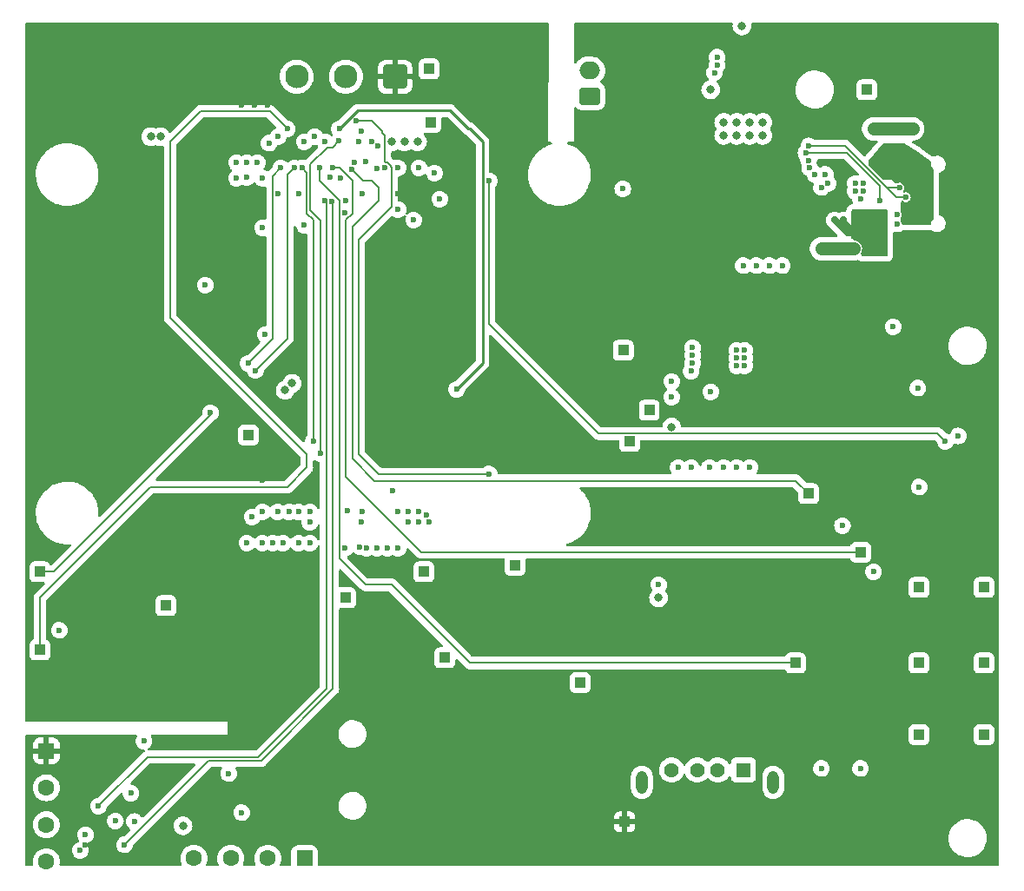
<source format=gbr>
%TF.GenerationSoftware,KiCad,Pcbnew,(6.0.0)*%
%TF.CreationDate,2022-06-01T15:47:08+01:00*%
%TF.ProjectId,CM4Carrier,434d3443-6172-4726-9965-722e6b696361,Rev1-Untested*%
%TF.SameCoordinates,Original*%
%TF.FileFunction,Copper,L2,Inr*%
%TF.FilePolarity,Positive*%
%FSLAX46Y46*%
G04 Gerber Fmt 4.6, Leading zero omitted, Abs format (unit mm)*
G04 Created by KiCad (PCBNEW (6.0.0)) date 2022-06-01 15:47:08*
%MOMM*%
%LPD*%
G01*
G04 APERTURE LIST*
G04 Aperture macros list*
%AMRoundRect*
0 Rectangle with rounded corners*
0 $1 Rounding radius*
0 $2 $3 $4 $5 $6 $7 $8 $9 X,Y pos of 4 corners*
0 Add a 4 corners polygon primitive as box body*
4,1,4,$2,$3,$4,$5,$6,$7,$8,$9,$2,$3,0*
0 Add four circle primitives for the rounded corners*
1,1,$1+$1,$2,$3*
1,1,$1+$1,$4,$5*
1,1,$1+$1,$6,$7*
1,1,$1+$1,$8,$9*
0 Add four rect primitives between the rounded corners*
20,1,$1+$1,$2,$3,$4,$5,0*
20,1,$1+$1,$4,$5,$6,$7,0*
20,1,$1+$1,$6,$7,$8,$9,0*
20,1,$1+$1,$8,$9,$2,$3,0*%
G04 Aperture macros list end*
%TA.AperFunction,ComponentPad*%
%ADD10R,1.000000X1.000000*%
%TD*%
%TA.AperFunction,ComponentPad*%
%ADD11RoundRect,0.250000X-0.550000X0.550000X-0.550000X-0.550000X0.550000X-0.550000X0.550000X0.550000X0*%
%TD*%
%TA.AperFunction,ComponentPad*%
%ADD12C,1.600000*%
%TD*%
%TA.AperFunction,ComponentPad*%
%ADD13RoundRect,0.250000X0.550000X0.550000X-0.550000X0.550000X-0.550000X-0.550000X0.550000X-0.550000X0*%
%TD*%
%TA.AperFunction,ComponentPad*%
%ADD14RoundRect,0.250001X0.899999X0.899999X-0.899999X0.899999X-0.899999X-0.899999X0.899999X-0.899999X0*%
%TD*%
%TA.AperFunction,ComponentPad*%
%ADD15C,2.300000*%
%TD*%
%TA.AperFunction,ComponentPad*%
%ADD16RoundRect,0.250000X0.750000X-0.600000X0.750000X0.600000X-0.750000X0.600000X-0.750000X-0.600000X0*%
%TD*%
%TA.AperFunction,ComponentPad*%
%ADD17O,2.000000X1.700000*%
%TD*%
%TA.AperFunction,ComponentPad*%
%ADD18R,1.428000X1.428000*%
%TD*%
%TA.AperFunction,ComponentPad*%
%ADD19C,1.428000*%
%TD*%
%TA.AperFunction,ComponentPad*%
%ADD20O,1.108000X2.216000*%
%TD*%
%TA.AperFunction,ViaPad*%
%ADD21C,0.800000*%
%TD*%
%TA.AperFunction,ViaPad*%
%ADD22C,0.600000*%
%TD*%
%TA.AperFunction,Conductor*%
%ADD23C,0.200000*%
%TD*%
%TA.AperFunction,Conductor*%
%ADD24C,1.270000*%
%TD*%
%TA.AperFunction,Conductor*%
%ADD25C,0.635000*%
%TD*%
%TA.AperFunction,Conductor*%
%ADD26C,0.250000*%
%TD*%
G04 APERTURE END LIST*
D10*
%TO.N,/bi11*%
%TO.C,TP26*%
X190500000Y-63500000D03*
%TD*%
%TO.N,/_5v*%
%TO.C,TP5*%
X166740000Y-88900000D03*
%TD*%
%TO.N,/bi0*%
%TO.C,TP7*%
X147320000Y-110490000D03*
%TD*%
%TO.N,/bi6*%
%TO.C,TP18*%
X156210000Y-109855000D03*
%TD*%
%TO.N,/3v3*%
%TO.C,TP2*%
X166878000Y-134874000D03*
%TD*%
%TO.N,/bi1*%
%TO.C,TP10*%
X162560000Y-121285000D03*
%TD*%
%TO.N,/bi9*%
%TO.C,TP23*%
X189865000Y-108585000D03*
%TD*%
D11*
%TO.N,/3v3*%
%TO.C,J2*%
X110490000Y-127949999D03*
D12*
%TO.N,Net-(J2-Pad2)*%
X110490000Y-131549999D03*
%TO.N,GND*%
X110490000Y-135149999D03*
%TO.N,Net-(J2-Pad4)*%
X110490000Y-138749999D03*
%TD*%
D10*
%TO.N,/bi4*%
%TO.C,TP6*%
X109855000Y-110490000D03*
%TD*%
%TO.N,/bi3*%
%TO.C,TP9*%
X109855000Y-118110000D03*
%TD*%
%TO.N,/bi12*%
%TO.C,TP27*%
X122174000Y-113792000D03*
%TD*%
%TO.N,Net-(R12-Pad2)*%
%TO.C,TP4*%
X169275000Y-94742000D03*
%TD*%
%TO.N,Net-(Module1-Pad95)*%
%TO.C,TP1*%
X147955000Y-66675000D03*
%TD*%
%TO.N,/bi8*%
%TO.C,TP19*%
X183515000Y-119380000D03*
%TD*%
D13*
%TO.N,/IO/SPI0_CE0_N*%
%TO.C,J8*%
X135680000Y-138430000D03*
D12*
%TO.N,/IO/SPIO_SCLK*%
X132080000Y-138430000D03*
%TO.N,/IO/SPI0_MISO*%
X128480000Y-138430000D03*
%TO.N,/IO/SPI0_MOSI*%
X124880000Y-138430000D03*
%TD*%
D14*
%TO.N,/3v3*%
%TO.C,J7*%
X144500000Y-62230000D03*
D15*
%TO.N,/bi10*%
X139700000Y-62230000D03*
%TO.N,GND*%
X134900000Y-62230000D03*
%TD*%
D10*
%TO.N,Net-(R11-Pad2)*%
%TO.C,TP3*%
X167386000Y-97790000D03*
%TD*%
%TO.N,/bi2*%
%TO.C,TP8*%
X130175000Y-97155000D03*
%TD*%
%TO.N,/Buttons/GLOBAL-EN*%
%TO.C,TP24*%
X147828000Y-61468000D03*
%TD*%
%TO.N,/bi5*%
%TO.C,TP11*%
X139700000Y-113030000D03*
%TD*%
%TO.N,/bi7*%
%TO.C,TP22*%
X184785000Y-102870000D03*
%TD*%
%TO.N,Net-(TP14-Pad1)*%
%TO.C,TP14*%
X201930000Y-119380000D03*
%TD*%
%TO.N,Net-(TP12-Pad1)*%
%TO.C,TP12*%
X195580000Y-119380000D03*
%TD*%
%TO.N,Net-(TP13-Pad1)*%
%TO.C,TP13*%
X195580000Y-126365000D03*
%TD*%
%TO.N,Net-(TP15-Pad1)*%
%TO.C,TP15*%
X201930000Y-126365000D03*
%TD*%
%TO.N,Net-(TP16-Pad1)*%
%TO.C,TP16*%
X195580000Y-112014000D03*
%TD*%
%TO.N,/bi13*%
%TO.C,TP28*%
X149352000Y-118872000D03*
%TD*%
D16*
%TO.N,/Battery/BATT__*%
%TO.C,BT1*%
X163470000Y-64115000D03*
D17*
%TO.N,Net-(BT1-Pad2)*%
X163470000Y-61615000D03*
%TD*%
D18*
%TO.N,Net-(F1-Pad1)*%
%TO.C,J3*%
X178450000Y-129822500D03*
D19*
%TO.N,/IO B/D-*%
X175950000Y-129822500D03*
%TO.N,/IO B/D+*%
X173950000Y-129822500D03*
%TO.N,GND*%
X171450000Y-129822500D03*
D20*
X181350000Y-131022500D03*
X168550000Y-131022500D03*
%TD*%
D10*
%TO.N,Net-(TP17-Pad1)*%
%TO.C,TP17*%
X201930000Y-112014001D03*
%TD*%
D21*
%TO.N,/IO B/DSI0_L0_DP1*%
X134448725Y-92119275D03*
%TO.N,/IO B/DSI0_L0_DN1*%
X133775275Y-92792725D03*
X120673800Y-68072000D03*
%TO.N,/IO B/DSI0_L0_DP1*%
X121626200Y-68072000D03*
D22*
%TO.N,/bi12*%
X131572000Y-76962000D03*
X125984000Y-82550000D03*
%TO.N,GND*%
X134155900Y-104648000D03*
X129032000Y-72136000D03*
X135128000Y-73660000D03*
X132588000Y-107696000D03*
X144780000Y-75184000D03*
X187706000Y-78994000D03*
X141224000Y-105664000D03*
X136187900Y-105664000D03*
X186055000Y-78994000D03*
X131572000Y-104648000D03*
D21*
X176530000Y-67945000D03*
D22*
X191135000Y-67310000D03*
X194945002Y-67310000D03*
X130048000Y-72043098D03*
X145796000Y-105664000D03*
X145796000Y-104648000D03*
X142779608Y-68963098D03*
X135084100Y-104648000D03*
X146812000Y-104648000D03*
X136187900Y-107696000D03*
X129540000Y-133985000D03*
X131064000Y-70612000D03*
X193675000Y-67310000D03*
X133096000Y-73660000D03*
X141292900Y-104648000D03*
X131572000Y-107696000D03*
X133096000Y-68072000D03*
X186944000Y-78994000D03*
X133560100Y-107696000D03*
D21*
X177800000Y-67945000D03*
D22*
X144780000Y-108204000D03*
D21*
X123825000Y-135255000D03*
D22*
X141038900Y-108050070D03*
D21*
X176530000Y-66675000D03*
D22*
X137668000Y-68580000D03*
X189230000Y-78994000D03*
X142211311Y-68580000D03*
X192405000Y-67310000D03*
X128270000Y-130175000D03*
X142748000Y-108204000D03*
X130556000Y-105156000D03*
X144780000Y-104648000D03*
X130048000Y-107696000D03*
X146812000Y-105664000D03*
X139631100Y-108204000D03*
X175260000Y-92964000D03*
X131581147Y-72122705D03*
X136187900Y-104648000D03*
X141224000Y-67564000D03*
X148844000Y-74168000D03*
D21*
X179070000Y-67945000D03*
X180340000Y-67945000D03*
D22*
X139885100Y-104494070D03*
X143764000Y-108204000D03*
X147828000Y-105664000D03*
D21*
X177800000Y-66675000D03*
D22*
X144272000Y-102616000D03*
X135636000Y-68580000D03*
X188468000Y-78994000D03*
D21*
X180340000Y-66675000D03*
D22*
X133052100Y-104648000D03*
X130048000Y-70612000D03*
D21*
X179070000Y-66675000D03*
D22*
X147547070Y-104928930D03*
X129032000Y-70612000D03*
X141732000Y-108204000D03*
X139194684Y-72132391D03*
X135084100Y-107696000D03*
%TO.N,/Battery/CHRG-VBUS*%
X189357000Y-72644000D03*
X189357000Y-73406000D03*
X190119000Y-72644000D03*
X190119000Y-73406000D03*
X189855747Y-74158747D03*
%TO.N,Net-(C4-Pad1)*%
X193421000Y-76581000D03*
X186055000Y-73025000D03*
X186690000Y-72644000D03*
X193421000Y-75692000D03*
%TO.N,Net-(C4-Pad2)*%
X191008000Y-77470000D03*
X190246000Y-77470000D03*
X189357000Y-77470000D03*
X187325000Y-76200000D03*
X192024000Y-77667900D03*
X188214000Y-76200000D03*
D21*
%TO.N,/_5v*%
X146685000Y-68580000D03*
D22*
X171450000Y-91948000D03*
D21*
X144161900Y-68580000D03*
X170180000Y-113030000D03*
X145415000Y-68580000D03*
D22*
X170180000Y-111760000D03*
X171450000Y-93472000D03*
%TO.N,/bi4*%
X126492000Y-94996000D03*
X134663900Y-71124877D03*
X130874548Y-90869548D03*
%TO.N,/bi0*%
X137232753Y-98987247D03*
X138992247Y-68507247D03*
%TO.N,Net-(C16-Pad2)*%
X195580000Y-102235000D03*
%TO.N,Net-(C17-Pad1)*%
X195453000Y-92583000D03*
%TO.N,/bi2*%
X133350000Y-71120000D03*
X130175000Y-90170000D03*
%TO.N,/bi3*%
X133985000Y-67310000D03*
%TO.N,/bi1*%
X139065000Y-67310000D03*
X150495000Y-92710000D03*
%TO.N,/bi5*%
X136525000Y-97790000D03*
X135415777Y-71118673D03*
%TO.N,/bi6*%
X153670000Y-100965000D03*
X140716000Y-66548000D03*
%TO.N,/bi8*%
X137160000Y-71120000D03*
%TO.N,/bi7*%
X140247734Y-71273883D03*
%TO.N,/bi9*%
X138430000Y-71120000D03*
%TO.N,/IO/SD_DAT2*%
X143510000Y-71120000D03*
X179070000Y-100330000D03*
%TO.N,/IO/SD_DAT3*%
X177800000Y-100330000D03*
X140970000Y-68580000D03*
%TO.N,/IO/SD_CMD*%
X141267901Y-73660000D03*
X176530000Y-100330000D03*
%TO.N,/IO/SD_CLK*%
X140492789Y-70563035D03*
X175143097Y-100330000D03*
%TO.N,/IO/SD_DAT0*%
X173355000Y-100330000D03*
X141605000Y-70485000D03*
%TO.N,/IO/SD_DAT1*%
X142752375Y-71142881D03*
X172085000Y-100330000D03*
%TO.N,/Battery/CHRG-CC2*%
X184900025Y-71119998D03*
%TO.N,/Battery/CHRG-CC1*%
X184812219Y-70373240D03*
%TO.N,/Battery/CHRG-D-*%
X184818842Y-68970742D03*
X194289849Y-73971122D03*
X193674998Y-73025001D03*
%TO.N,/Battery/CHRG-D+*%
X191770000Y-74295000D03*
X184544248Y-69670710D03*
%TO.N,Net-(L2-Pad2)*%
X173482000Y-88646000D03*
X177800000Y-90424000D03*
X173482000Y-90170000D03*
X178562000Y-89662000D03*
X178562000Y-88900000D03*
X173482000Y-89408000D03*
X177800000Y-89662000D03*
X173355000Y-90932000D03*
X177800000Y-88900000D03*
X178562000Y-90424000D03*
%TO.N,Net-(Module1-Pad21)*%
X132207000Y-68707000D03*
%TO.N,/IO/SPIO_SCLK*%
X114300000Y-136144000D03*
X135636000Y-76708000D03*
X118745000Y-132080000D03*
%TO.N,/IO/SPI0_CE0_N*%
X136652000Y-68072000D03*
X113792000Y-137668000D03*
X120015000Y-127000000D03*
%TO.N,/IO/SPI0_MISO*%
X139627247Y-75492247D03*
X119071449Y-134842152D03*
%TO.N,/IO/SPI0_MOSI*%
X117214598Y-134782477D03*
X138188560Y-72047591D03*
%TO.N,/Battery/ALRT*%
X146304000Y-76200000D03*
X175622000Y-61830000D03*
%TO.N,/IO/SD_PWR_ON*%
X144780000Y-71120000D03*
X188101949Y-106002148D03*
%TO.N,/IO/I2C_SDA*%
X175895000Y-61076903D03*
X146812000Y-71120000D03*
%TO.N,/IO/I2C_SCLK*%
X175895000Y-60325000D03*
X148336000Y-71628000D03*
%TO.N,/Buttons/GLOBAL-EN*%
X198120000Y-97790000D03*
X153670000Y-72390000D03*
%TO.N,Net-(R4-Pad2)*%
X189865000Y-129667000D03*
X186436000Y-71755000D03*
%TO.N,Net-(R5-Pad2)*%
X186055000Y-129667000D03*
X185420000Y-71755000D03*
D21*
%TO.N,Net-(R11-Pad2)*%
X171450000Y-96386189D03*
D22*
%TO.N,Net-(R13-Pad1)*%
X111760000Y-116205000D03*
%TO.N,/3v3*%
X147320000Y-73660000D03*
X131572000Y-101600000D03*
X130810000Y-64980100D03*
X187325000Y-118110000D03*
X178435000Y-106680000D03*
X127635000Y-133985000D03*
X149352000Y-124460000D03*
X116840000Y-110490000D03*
X114301217Y-137114778D03*
X144780000Y-73660000D03*
X172720000Y-128270000D03*
X143775329Y-114787900D03*
X162560000Y-117475000D03*
X179705000Y-125730000D03*
X199390000Y-66421000D03*
X129959747Y-130116900D03*
X146050000Y-73660000D03*
X112014000Y-123698000D03*
X132080000Y-64980100D03*
X136652000Y-119888000D03*
X129540000Y-64980100D03*
X187325000Y-101600000D03*
D21*
%TO.N,Net-(BT1-Pad2)*%
X175260000Y-63500000D03*
X178308000Y-57277000D03*
D22*
%TO.N,/IO/AUX_R*%
X118110000Y-137116100D03*
X138357247Y-74367753D03*
%TO.N,/IO/AUX_L*%
X137609622Y-74287665D03*
X115570000Y-133350000D03*
%TO.N,/Battery/BATT__*%
X178435000Y-80645000D03*
X179705000Y-80645000D03*
X180975000Y-80645000D03*
X182245000Y-80645000D03*
%TO.N,/BATT_S*%
X199390000Y-97250000D03*
X191135000Y-110490000D03*
X193040000Y-86614000D03*
%TO.N,/bi11*%
X166693192Y-73159908D03*
%TO.N,/bi13*%
X131826000Y-87376000D03*
X139700000Y-74295000D03*
%TO.N,Net-(F2-Pad1)*%
X193421000Y-69088000D03*
X194310000Y-75565000D03*
X192532000Y-69088000D03*
X192532000Y-69850000D03*
X195072000Y-76073000D03*
X193421000Y-69850000D03*
X194253900Y-76317614D03*
%TD*%
D23*
%TO.N,/bi6*%
X142875000Y-100965000D02*
X140970000Y-99060000D01*
%TO.N,/bi4*%
X133985000Y-71803777D02*
X134663900Y-71124877D01*
X133985000Y-87759096D02*
X133985000Y-71803777D01*
X130874548Y-90869548D02*
X133985000Y-87759096D01*
D24*
%TO.N,GND*%
X192405000Y-67310000D02*
X191135000Y-67310000D01*
X186944000Y-78994000D02*
X186055000Y-78994000D01*
X188468000Y-78994000D02*
X187706000Y-78994000D01*
X186944000Y-78994000D02*
X187706000Y-78994000D01*
X194945002Y-67310000D02*
X193675000Y-67310000D01*
X193675000Y-67310000D02*
X192405000Y-67310000D01*
X188468000Y-78994000D02*
X189230000Y-78994000D01*
D25*
%TO.N,Net-(C4-Pad2)*%
X188214000Y-76200000D02*
X188214000Y-76454000D01*
X190246000Y-77470000D02*
X191008000Y-77470000D01*
X188595000Y-77470000D02*
X189230000Y-77470000D01*
X191826100Y-77470000D02*
X191008000Y-77470000D01*
X189357000Y-77470000D02*
X190246000Y-77470000D01*
X188214000Y-76454000D02*
X189230000Y-77470000D01*
X192024000Y-77667900D02*
X191826100Y-77470000D01*
X189230000Y-77470000D02*
X189357000Y-77470000D01*
X187325000Y-76200000D02*
X188595000Y-77470000D01*
D23*
%TO.N,/bi4*%
X126492000Y-95252096D02*
X126492000Y-94996000D01*
X111254096Y-110490000D02*
X126492000Y-95252096D01*
X109855000Y-110490000D02*
X111254096Y-110490000D01*
%TO.N,/bi0*%
X138367593Y-69131901D02*
X137878099Y-69131901D01*
X136241911Y-70768089D02*
X136241911Y-75281911D01*
X137232753Y-76272753D02*
X137232753Y-98987247D01*
X136241911Y-75281911D02*
X137232753Y-76272753D01*
X138992247Y-68507247D02*
X138367593Y-69131901D01*
X137878099Y-69131901D02*
X136241911Y-70768089D01*
%TO.N,/bi2*%
X130175000Y-90170000D02*
X132544099Y-87800901D01*
X132544099Y-71925901D02*
X133350000Y-71120000D01*
X132544099Y-87800901D02*
X132544099Y-71925901D01*
%TO.N,/bi3*%
X109855000Y-113030000D02*
X120650000Y-102235000D01*
X135890000Y-99060000D02*
X122555000Y-85725000D01*
X109855000Y-118110000D02*
X109855000Y-113030000D01*
X125539500Y-65595500D02*
X132270500Y-65595500D01*
X122555000Y-68580000D02*
X125539500Y-65595500D01*
X122555000Y-85725000D02*
X122555000Y-68580000D01*
X132270500Y-65595500D02*
X133985000Y-67310000D01*
X120650000Y-102235000D02*
X133985000Y-102235000D01*
X133985000Y-102235000D02*
X135890000Y-100330000D01*
X135890000Y-100330000D02*
X135890000Y-99060000D01*
D26*
%TO.N,/bi1*%
X151638000Y-67310000D02*
X149860000Y-65532000D01*
X150495000Y-92710000D02*
X153035000Y-90170000D01*
X140843000Y-65532000D02*
X139065000Y-67310000D01*
X153035000Y-68580000D02*
X151765000Y-67310000D01*
X153035000Y-90170000D02*
X153035000Y-68580000D01*
X149860000Y-65532000D02*
X140843000Y-65532000D01*
X151765000Y-67310000D02*
X151638000Y-67310000D01*
D23*
%TO.N,/bi5*%
X135890000Y-71592896D02*
X135415777Y-71118673D01*
X135890000Y-75565000D02*
X135890000Y-71592896D01*
X136525000Y-97790000D02*
X136525000Y-76200000D01*
X136525000Y-76200000D02*
X135890000Y-75565000D01*
%TO.N,/bi6*%
X143251911Y-67686911D02*
X143251911Y-67559911D01*
X144145000Y-74930000D02*
X144145000Y-71120000D01*
X144061901Y-71036901D02*
X144061901Y-70891394D01*
X144061901Y-70891394D02*
X143738606Y-70568099D01*
X143251911Y-67559911D02*
X142240000Y-66548000D01*
X143510000Y-70485000D02*
X143510000Y-67945000D01*
X143593099Y-70568099D02*
X143510000Y-70485000D01*
X143510000Y-67945000D02*
X143251911Y-67686911D01*
X142240000Y-66548000D02*
X140716000Y-66548000D01*
X140970000Y-78105000D02*
X144145000Y-74930000D01*
X143738606Y-70568099D02*
X143593099Y-70568099D01*
X140970000Y-99060000D02*
X140970000Y-78105000D01*
X144145000Y-71120000D02*
X144061901Y-71036901D01*
X153670000Y-100965000D02*
X142875000Y-100965000D01*
%TO.N,/bi8*%
X139065000Y-74295000D02*
X139065000Y-109220000D01*
X137160000Y-71120000D02*
X137160000Y-72390000D01*
X139065000Y-109220000D02*
X141605000Y-111760000D01*
X144145000Y-111760000D02*
X151765000Y-119380000D01*
X151765000Y-119380000D02*
X183515000Y-119380000D01*
X141605000Y-111760000D02*
X144145000Y-111760000D01*
X137160000Y-72390000D02*
X139065000Y-74295000D01*
%TO.N,/bi7*%
X142240000Y-72390000D02*
X141363851Y-72390000D01*
X141363851Y-72390000D02*
X140247734Y-71273883D01*
X184785000Y-102870000D02*
X183530479Y-101615479D01*
X140335000Y-76835000D02*
X142875000Y-74295000D01*
X183530479Y-101615479D02*
X142459133Y-101615479D01*
X142875000Y-73025000D02*
X142240000Y-72390000D01*
X140335000Y-99491346D02*
X140335000Y-76835000D01*
X142459133Y-101615479D02*
X140335000Y-99491346D01*
X142875000Y-74295000D02*
X142875000Y-73025000D01*
%TO.N,/bi9*%
X140335000Y-72390000D02*
X139065000Y-71120000D01*
X139700000Y-100689761D02*
X139700000Y-76200000D01*
X147028987Y-108585000D02*
X139645480Y-101201493D01*
X189865000Y-108585000D02*
X147028987Y-108585000D01*
X139645480Y-100744281D02*
X139700000Y-100689761D01*
X139700000Y-76200000D02*
X140335000Y-75565000D01*
X139065000Y-71120000D02*
X138430000Y-71120000D01*
X139645480Y-101201493D02*
X139645480Y-100744281D01*
X140335000Y-75565000D02*
X140335000Y-72390000D01*
%TO.N,/Battery/CHRG-D-*%
X193674998Y-73025001D02*
X192404999Y-73025001D01*
X193351120Y-73971122D02*
X194289849Y-73971122D01*
X192404999Y-73025001D02*
X193351120Y-73971122D01*
X192404999Y-73025001D02*
X188350740Y-68970742D01*
X188350740Y-68970742D02*
X184818842Y-68970742D01*
%TO.N,/Battery/CHRG-D+*%
X191770000Y-74295000D02*
X191770000Y-72898000D01*
X188542710Y-69670710D02*
X184544248Y-69670710D01*
X191770000Y-72898000D02*
X188542710Y-69670710D01*
%TO.N,/Buttons/GLOBAL-EN*%
X153670000Y-86360000D02*
X153670000Y-72390000D01*
X164348089Y-97038089D02*
X153670000Y-86360000D01*
X198120000Y-97790000D02*
X197368089Y-97038089D01*
X197368089Y-97038089D02*
X164348089Y-97038089D01*
%TO.N,/IO/AUX_R*%
X138430000Y-74440506D02*
X138430000Y-121920000D01*
X138430000Y-121920000D02*
X131445000Y-128905000D01*
X138357247Y-74367753D02*
X138430000Y-74440506D01*
X131445000Y-128905000D02*
X126321100Y-128905000D01*
X126321100Y-128905000D02*
X118110000Y-137116100D01*
%TO.N,/IO/AUX_L*%
X120366911Y-128553089D02*
X131161911Y-128553089D01*
X137784654Y-121930346D02*
X137784654Y-74462697D01*
X131161911Y-128553089D02*
X137784654Y-121930346D01*
X115570000Y-133350000D02*
X120366911Y-128553089D01*
X137784654Y-74462697D02*
X137609622Y-74287665D01*
%TD*%
%TA.AperFunction,Conductor*%
%TO.N,Net-(C4-Pad2)*%
G36*
X192474121Y-75204002D02*
G01*
X192520614Y-75257658D01*
X192532000Y-75310000D01*
X192532000Y-79630000D01*
X192511998Y-79698121D01*
X192458342Y-79744614D01*
X192406000Y-79756000D01*
X190090378Y-79756000D01*
X190022257Y-79735998D01*
X189975764Y-79682342D01*
X189968140Y-79660560D01*
X189916834Y-79455337D01*
X189919717Y-79384399D01*
X189932687Y-79357263D01*
X189938865Y-79347527D01*
X189938866Y-79347525D01*
X189942640Y-79341578D01*
X190001936Y-79175056D01*
X190003224Y-79164260D01*
X190022032Y-79006528D01*
X190022866Y-78999535D01*
X190022130Y-78992531D01*
X190005125Y-78830740D01*
X190005124Y-78830738D01*
X190004389Y-78823740D01*
X189947424Y-78656406D01*
X189854802Y-78505851D01*
X189849876Y-78500820D01*
X189849873Y-78500817D01*
X189792965Y-78442705D01*
X189731127Y-78379558D01*
X189582545Y-78283804D01*
X189416441Y-78223347D01*
X189356512Y-78215776D01*
X189302412Y-78195608D01*
X189032108Y-78015405D01*
X188986523Y-77960976D01*
X188976000Y-77910567D01*
X188976000Y-75310000D01*
X188996002Y-75241879D01*
X189049658Y-75195386D01*
X189102000Y-75184000D01*
X192406000Y-75184000D01*
X192474121Y-75204002D01*
G37*
%TD.AperFunction*%
%TD*%
%TA.AperFunction,Conductor*%
%TO.N,/3v3*%
G36*
X159374021Y-56957130D02*
G01*
X159442132Y-56977164D01*
X159488600Y-57030841D01*
X159499956Y-57084390D01*
X159385184Y-68561646D01*
X159385000Y-68580000D01*
X159668135Y-68580000D01*
X159736256Y-68600002D01*
X159782749Y-68653658D01*
X159792853Y-68723932D01*
X159763359Y-68788512D01*
X159703393Y-68826966D01*
X159508503Y-68883771D01*
X159508500Y-68883772D01*
X159505059Y-68884775D01*
X159501759Y-68886159D01*
X159501750Y-68886162D01*
X159311137Y-68966093D01*
X159185564Y-69018750D01*
X159035157Y-69102982D01*
X158904825Y-69175972D01*
X158883290Y-69188032D01*
X158602122Y-69390444D01*
X158599471Y-69392852D01*
X158599466Y-69392856D01*
X158459712Y-69519800D01*
X158345675Y-69623384D01*
X158117247Y-69883857D01*
X157919772Y-70168515D01*
X157755792Y-70473697D01*
X157754465Y-70477022D01*
X157754465Y-70477023D01*
X157740710Y-70511500D01*
X157627413Y-70795481D01*
X157536287Y-71129729D01*
X157534288Y-71142717D01*
X157484739Y-71464643D01*
X157483584Y-71472145D01*
X157482872Y-71490274D01*
X157470801Y-71797492D01*
X157469982Y-71818326D01*
X157481647Y-71975297D01*
X157494267Y-72145111D01*
X157495657Y-72163821D01*
X157560278Y-72504188D01*
X157561336Y-72507597D01*
X157561338Y-72507603D01*
X157581193Y-72571547D01*
X157663014Y-72835053D01*
X157664455Y-72838327D01*
X157664455Y-72838328D01*
X157800956Y-73148548D01*
X157802545Y-73152160D01*
X157977076Y-73451434D01*
X157979212Y-73454294D01*
X157979213Y-73454296D01*
X157997470Y-73478745D01*
X158184364Y-73729027D01*
X158186808Y-73731625D01*
X158186813Y-73731631D01*
X158287288Y-73838438D01*
X158421744Y-73981369D01*
X158450982Y-74006121D01*
X158673669Y-74194639D01*
X158686164Y-74205217D01*
X158689128Y-74207197D01*
X158689130Y-74207199D01*
X158971248Y-74395704D01*
X158974225Y-74397693D01*
X158977407Y-74399332D01*
X158977409Y-74399333D01*
X159279040Y-74554684D01*
X159279045Y-74554686D01*
X159282223Y-74556323D01*
X159285564Y-74557589D01*
X159285569Y-74557591D01*
X159412206Y-74605569D01*
X159606199Y-74679066D01*
X159609663Y-74679946D01*
X159609667Y-74679947D01*
X159938519Y-74763465D01*
X159938527Y-74763467D01*
X159941986Y-74764345D01*
X160087062Y-74784089D01*
X160282277Y-74810657D01*
X160282284Y-74810658D01*
X160285270Y-74811064D01*
X160398174Y-74815500D01*
X160612754Y-74815500D01*
X160751975Y-74807594D01*
X160867322Y-74801045D01*
X160867329Y-74801044D01*
X160870890Y-74800842D01*
X161212334Y-74742171D01*
X161215766Y-74741171D01*
X161215769Y-74741170D01*
X161541497Y-74646229D01*
X161541500Y-74646228D01*
X161544941Y-74645225D01*
X161548241Y-74643841D01*
X161548250Y-74643838D01*
X161756949Y-74556323D01*
X161864436Y-74511250D01*
X162149004Y-74351884D01*
X162163580Y-74343721D01*
X162163581Y-74343720D01*
X162166710Y-74341968D01*
X162447878Y-74139556D01*
X162450529Y-74137148D01*
X162450534Y-74137144D01*
X162701675Y-73909023D01*
X162704325Y-73906616D01*
X162932753Y-73646143D01*
X163130228Y-73361485D01*
X163244643Y-73148548D01*
X165879655Y-73148548D01*
X165897355Y-73329068D01*
X165954610Y-73501181D01*
X165958257Y-73507203D01*
X165958258Y-73507205D01*
X166044037Y-73648843D01*
X166048572Y-73656332D01*
X166053461Y-73661395D01*
X166053462Y-73661396D01*
X166118773Y-73729027D01*
X166174574Y-73786810D01*
X166326351Y-73886130D01*
X166332955Y-73888586D01*
X166332957Y-73888587D01*
X166489750Y-73946898D01*
X166489752Y-73946898D01*
X166496360Y-73949356D01*
X166580187Y-73960541D01*
X166669172Y-73972415D01*
X166669176Y-73972415D01*
X166676153Y-73973346D01*
X166683164Y-73972708D01*
X166683168Y-73972708D01*
X166825651Y-73959740D01*
X166856792Y-73956906D01*
X166863494Y-73954728D01*
X166863496Y-73954728D01*
X167022601Y-73903032D01*
X167022604Y-73903031D01*
X167029300Y-73900855D01*
X167161584Y-73821998D01*
X167179052Y-73811585D01*
X167179054Y-73811584D01*
X167185104Y-73807977D01*
X167316458Y-73682890D01*
X167416835Y-73531810D01*
X167468942Y-73394640D01*
X167478747Y-73368828D01*
X167478748Y-73368826D01*
X167481247Y-73362246D01*
X167482349Y-73354404D01*
X167505940Y-73186547D01*
X167505940Y-73186544D01*
X167506491Y-73182625D01*
X167506808Y-73159908D01*
X167486589Y-72979653D01*
X167484272Y-72972999D01*
X167429256Y-72815014D01*
X167429254Y-72815011D01*
X167426937Y-72808356D01*
X167415613Y-72790234D01*
X167334551Y-72660506D01*
X167330818Y-72654532D01*
X167322027Y-72645679D01*
X167207970Y-72530823D01*
X167207966Y-72530820D01*
X167203007Y-72525826D01*
X167191889Y-72518770D01*
X167116211Y-72470744D01*
X167049858Y-72428635D01*
X166994034Y-72408757D01*
X166885617Y-72370151D01*
X166885612Y-72370150D01*
X166878982Y-72367789D01*
X166871994Y-72366956D01*
X166871991Y-72366955D01*
X166748890Y-72352276D01*
X166698872Y-72346312D01*
X166691869Y-72347048D01*
X166691868Y-72347048D01*
X166525480Y-72364536D01*
X166525478Y-72364537D01*
X166518480Y-72365272D01*
X166346771Y-72423726D01*
X166340767Y-72427420D01*
X166198287Y-72515074D01*
X166198284Y-72515076D01*
X166192280Y-72518770D01*
X166187245Y-72523701D01*
X166187242Y-72523703D01*
X166068421Y-72640062D01*
X166062685Y-72645679D01*
X165964427Y-72798146D01*
X165962018Y-72804766D01*
X165962016Y-72804769D01*
X165911013Y-72944898D01*
X165902389Y-72968593D01*
X165879655Y-73148548D01*
X163244643Y-73148548D01*
X163294208Y-73056303D01*
X163299022Y-73044238D01*
X163329201Y-72968593D01*
X163422587Y-72734519D01*
X163513713Y-72400271D01*
X163535843Y-72256488D01*
X163565874Y-72061378D01*
X163565874Y-72061374D01*
X163566416Y-72057855D01*
X163570263Y-71959944D01*
X163579878Y-71715244D01*
X163579878Y-71715239D01*
X163580018Y-71711674D01*
X163564357Y-71500936D01*
X163554608Y-71369741D01*
X163554607Y-71369736D01*
X163554343Y-71366179D01*
X163489722Y-71025812D01*
X163488341Y-71021362D01*
X163426915Y-70823539D01*
X163386986Y-70694947D01*
X163351643Y-70614624D01*
X163248899Y-70381121D01*
X163248897Y-70381116D01*
X163247455Y-70377840D01*
X163072924Y-70078566D01*
X163056816Y-70056994D01*
X162966890Y-69936569D01*
X162865636Y-69800973D01*
X162863192Y-69798375D01*
X162863187Y-69798369D01*
X162732410Y-69659350D01*
X183730711Y-69659350D01*
X183748411Y-69839870D01*
X183805666Y-70011983D01*
X183809313Y-70018005D01*
X183809314Y-70018007D01*
X183864800Y-70109625D01*
X183899628Y-70167134D01*
X183904517Y-70172197D01*
X183904518Y-70172198D01*
X183967044Y-70236945D01*
X183999976Y-70299841D01*
X184001413Y-70340262D01*
X183998682Y-70361880D01*
X184016382Y-70542400D01*
X184073637Y-70714513D01*
X184077284Y-70720535D01*
X184077285Y-70720537D01*
X184113281Y-70779973D01*
X184131460Y-70848602D01*
X184123906Y-70888338D01*
X184111632Y-70922061D01*
X184109222Y-70928683D01*
X184086488Y-71108638D01*
X184104188Y-71289158D01*
X184161443Y-71461271D01*
X184165090Y-71467293D01*
X184165091Y-71467295D01*
X184250593Y-71608476D01*
X184255405Y-71616422D01*
X184260294Y-71621485D01*
X184260295Y-71621486D01*
X184292311Y-71654639D01*
X184381407Y-71746900D01*
X184434494Y-71781639D01*
X184509015Y-71830404D01*
X184533184Y-71846220D01*
X184550840Y-71852786D01*
X184607713Y-71895277D01*
X184626475Y-71931110D01*
X184681418Y-72096273D01*
X184685065Y-72102295D01*
X184685066Y-72102297D01*
X184750139Y-72209745D01*
X184775380Y-72251424D01*
X184780269Y-72256487D01*
X184780270Y-72256488D01*
X184833727Y-72311844D01*
X184901382Y-72381902D01*
X184970941Y-72427420D01*
X185036912Y-72470590D01*
X185053159Y-72481222D01*
X185059763Y-72483678D01*
X185059765Y-72483679D01*
X185114912Y-72504188D01*
X185223168Y-72544448D01*
X185223934Y-72544550D01*
X185283050Y-72579185D01*
X185315179Y-72642495D01*
X185309708Y-72708645D01*
X185282265Y-72784045D01*
X185271668Y-72813160D01*
X185264197Y-72833685D01*
X185241463Y-73013640D01*
X185259163Y-73194160D01*
X185316418Y-73366273D01*
X185320065Y-73372295D01*
X185320066Y-73372297D01*
X185401769Y-73507205D01*
X185410380Y-73521424D01*
X185415269Y-73526487D01*
X185415270Y-73526488D01*
X185468323Y-73581425D01*
X185536382Y-73651902D01*
X185552767Y-73662624D01*
X185671912Y-73740590D01*
X185688159Y-73751222D01*
X185694763Y-73753678D01*
X185694765Y-73753679D01*
X185851558Y-73811990D01*
X185851560Y-73811990D01*
X185858168Y-73814448D01*
X185941995Y-73825633D01*
X186030980Y-73837507D01*
X186030984Y-73837507D01*
X186037961Y-73838438D01*
X186044972Y-73837800D01*
X186044976Y-73837800D01*
X186187459Y-73824832D01*
X186218600Y-73821998D01*
X186225302Y-73819820D01*
X186225304Y-73819820D01*
X186384409Y-73768124D01*
X186384412Y-73768123D01*
X186391108Y-73765947D01*
X186522286Y-73687749D01*
X186540860Y-73676677D01*
X186540862Y-73676676D01*
X186546912Y-73673069D01*
X186678266Y-73547982D01*
X186709229Y-73501379D01*
X186763587Y-73455708D01*
X186802755Y-73445625D01*
X186853600Y-73440998D01*
X186860302Y-73438820D01*
X186860304Y-73438820D01*
X187019409Y-73387124D01*
X187019412Y-73387123D01*
X187026108Y-73384947D01*
X187181912Y-73292069D01*
X187313266Y-73166982D01*
X187413643Y-73015902D01*
X187466972Y-72875515D01*
X187475555Y-72852920D01*
X187475556Y-72852918D01*
X187478055Y-72846338D01*
X187479181Y-72838328D01*
X187502748Y-72670639D01*
X187502748Y-72670636D01*
X187503299Y-72666717D01*
X187503616Y-72644000D01*
X187483397Y-72463745D01*
X187481080Y-72457091D01*
X187426064Y-72299106D01*
X187426062Y-72299103D01*
X187423745Y-72292448D01*
X187334676Y-72149907D01*
X187331359Y-72144598D01*
X187327626Y-72138624D01*
X187322664Y-72133627D01*
X187258141Y-72068652D01*
X187224334Y-72006221D01*
X187225322Y-71957516D01*
X187224055Y-71957338D01*
X187248748Y-71781639D01*
X187248748Y-71781636D01*
X187249299Y-71777717D01*
X187249452Y-71766738D01*
X187249561Y-71758962D01*
X187249561Y-71758957D01*
X187249616Y-71755000D01*
X187229397Y-71574745D01*
X187226896Y-71567563D01*
X187172064Y-71410106D01*
X187172062Y-71410103D01*
X187169745Y-71403448D01*
X187146457Y-71366179D01*
X187077359Y-71255598D01*
X187073626Y-71249624D01*
X187057946Y-71233834D01*
X186950778Y-71125915D01*
X186950774Y-71125912D01*
X186945815Y-71120918D01*
X186938164Y-71116062D01*
X186816034Y-71038557D01*
X186792666Y-71023727D01*
X186763463Y-71013328D01*
X186628425Y-70965243D01*
X186628420Y-70965242D01*
X186621790Y-70962881D01*
X186614802Y-70962048D01*
X186614799Y-70962047D01*
X186485171Y-70946590D01*
X186441680Y-70941404D01*
X186434677Y-70942140D01*
X186434676Y-70942140D01*
X186268288Y-70959628D01*
X186268286Y-70959629D01*
X186261288Y-70960364D01*
X186089579Y-71018818D01*
X185993822Y-71077729D01*
X185925323Y-71096386D01*
X185860288Y-71076795D01*
X185800034Y-71038557D01*
X185776666Y-71023727D01*
X185770022Y-71021361D01*
X185763697Y-71018276D01*
X185764401Y-71016834D01*
X185713773Y-70980103D01*
X185694561Y-70939346D01*
X185693422Y-70939743D01*
X185656377Y-70833364D01*
X185633770Y-70768446D01*
X185600518Y-70715231D01*
X185581383Y-70646861D01*
X185589585Y-70603719D01*
X185597770Y-70582171D01*
X185597771Y-70582167D01*
X185600274Y-70575578D01*
X185603634Y-70551675D01*
X185624967Y-70399876D01*
X185625518Y-70395957D01*
X185625532Y-70394936D01*
X185650466Y-70329162D01*
X185707529Y-70286920D01*
X185750929Y-70279210D01*
X188238471Y-70279210D01*
X188306592Y-70299212D01*
X188327566Y-70316115D01*
X189649834Y-71638383D01*
X189683860Y-71700695D01*
X189678795Y-71771510D01*
X189636248Y-71828346D01*
X189569728Y-71853157D01*
X189542893Y-71851018D01*
X189542790Y-71851881D01*
X189362680Y-71830404D01*
X189355677Y-71831140D01*
X189355676Y-71831140D01*
X189189288Y-71848628D01*
X189189286Y-71848629D01*
X189182288Y-71849364D01*
X189010579Y-71907818D01*
X188961412Y-71938066D01*
X188862095Y-71999166D01*
X188862092Y-71999168D01*
X188856088Y-72002862D01*
X188851053Y-72007793D01*
X188851050Y-72007795D01*
X188731525Y-72124843D01*
X188726493Y-72129771D01*
X188628235Y-72282238D01*
X188625826Y-72288858D01*
X188625824Y-72288861D01*
X188568606Y-72446066D01*
X188566197Y-72452685D01*
X188543463Y-72632640D01*
X188561163Y-72813160D01*
X188606285Y-72948800D01*
X188618418Y-72985273D01*
X188616156Y-72986026D01*
X188624928Y-73045178D01*
X188618533Y-73070893D01*
X188568606Y-73208066D01*
X188566197Y-73214685D01*
X188543463Y-73394640D01*
X188561163Y-73575160D01*
X188618418Y-73747273D01*
X188622065Y-73753295D01*
X188622066Y-73753297D01*
X188700176Y-73882272D01*
X188712380Y-73902424D01*
X188717269Y-73907487D01*
X188717270Y-73907488D01*
X188786102Y-73978765D01*
X188838382Y-74032902D01*
X188904298Y-74076036D01*
X188990159Y-74132222D01*
X188988986Y-74134014D01*
X189033227Y-74175510D01*
X189050027Y-74227107D01*
X189059910Y-74327907D01*
X189117165Y-74500020D01*
X189120813Y-74506043D01*
X189121101Y-74506667D01*
X189131517Y-74576896D01*
X189102310Y-74641607D01*
X189042755Y-74680255D01*
X189020192Y-74684795D01*
X188997367Y-74687249D01*
X188997364Y-74687249D01*
X188994020Y-74687609D01*
X188990736Y-74688323D01*
X188990732Y-74688324D01*
X188978514Y-74690982D01*
X188941678Y-74698995D01*
X188894687Y-74714635D01*
X188851566Y-74728987D01*
X188838628Y-74733293D01*
X188716990Y-74811465D01*
X188713595Y-74814407D01*
X188713592Y-74814409D01*
X188699674Y-74826469D01*
X188663334Y-74857958D01*
X188660393Y-74861352D01*
X188648803Y-74874727D01*
X188568645Y-74967234D01*
X188508579Y-75098760D01*
X188507311Y-75103079D01*
X188494521Y-75146639D01*
X188488577Y-75166881D01*
X188487937Y-75171335D01*
X188473004Y-75275195D01*
X188443510Y-75339775D01*
X188383784Y-75378159D01*
X188327709Y-75381571D01*
X188297832Y-75376625D01*
X188267118Y-75371540D01*
X188267114Y-75371540D01*
X188260380Y-75370425D01*
X188253563Y-75370782D01*
X188253559Y-75370782D01*
X188089765Y-75379366D01*
X188081159Y-75379817D01*
X188074585Y-75381628D01*
X188074584Y-75381628D01*
X188033589Y-75392920D01*
X187908136Y-75427476D01*
X187902094Y-75430662D01*
X187902093Y-75430662D01*
X187828590Y-75469415D01*
X187759003Y-75483492D01*
X187713802Y-75470818D01*
X187618009Y-75423266D01*
X187618005Y-75423265D01*
X187611898Y-75420233D01*
X187571830Y-75410243D01*
X187444385Y-75378467D01*
X187444382Y-75378467D01*
X187437762Y-75376816D01*
X187430945Y-75376626D01*
X187430941Y-75376625D01*
X187348063Y-75374310D01*
X187258365Y-75371805D01*
X187082076Y-75405434D01*
X186970732Y-75453156D01*
X186934402Y-75468727D01*
X186917122Y-75476133D01*
X186771198Y-75580606D01*
X186651110Y-75713976D01*
X186647742Y-75719905D01*
X186647739Y-75719909D01*
X186570938Y-75855106D01*
X186562465Y-75870022D01*
X186509395Y-76041462D01*
X186494377Y-76220300D01*
X186518113Y-76398190D01*
X186520445Y-76404598D01*
X186520446Y-76404601D01*
X186524578Y-76415953D01*
X186579494Y-76566834D01*
X186675657Y-76718364D01*
X186679323Y-76722464D01*
X187592266Y-77635407D01*
X187626290Y-77697717D01*
X187621226Y-77768532D01*
X187578679Y-77825368D01*
X187512159Y-77850179D01*
X187503170Y-77850500D01*
X186001684Y-77850500D01*
X185845721Y-77864831D01*
X185840159Y-77866400D01*
X185840157Y-77866400D01*
X185836477Y-77867438D01*
X185643451Y-77921877D01*
X185454963Y-78014829D01*
X185286571Y-78140573D01*
X185143914Y-78294899D01*
X185031769Y-78472638D01*
X184953892Y-78667837D01*
X184952767Y-78673494D01*
X184952765Y-78673500D01*
X184914019Y-78868293D01*
X184912892Y-78873960D01*
X184910141Y-79084102D01*
X184945732Y-79291228D01*
X185018472Y-79488399D01*
X185125926Y-79669012D01*
X185264494Y-79827019D01*
X185294107Y-79850364D01*
X185379277Y-79917506D01*
X185429537Y-79957128D01*
X185434653Y-79959819D01*
X185434655Y-79959821D01*
X185600886Y-80047279D01*
X185615527Y-80054982D01*
X185816234Y-80117304D01*
X185821969Y-80117983D01*
X185821970Y-80117983D01*
X185852532Y-80121600D01*
X185986874Y-80137500D01*
X189283316Y-80137500D01*
X189439279Y-80123169D01*
X189444841Y-80121600D01*
X189444843Y-80121600D01*
X189571533Y-80085870D01*
X189642525Y-80086630D01*
X189688246Y-80111915D01*
X189740796Y-80157450D01*
X189740801Y-80157453D01*
X189747612Y-80163355D01*
X189879138Y-80223421D01*
X189902892Y-80230396D01*
X189942936Y-80242154D01*
X189942940Y-80242155D01*
X189947259Y-80243423D01*
X189951707Y-80244063D01*
X189951714Y-80244064D01*
X190085930Y-80263361D01*
X190085937Y-80263362D01*
X190090378Y-80264000D01*
X192406000Y-80264000D01*
X192513980Y-80252391D01*
X192517264Y-80251677D01*
X192517268Y-80251676D01*
X192542339Y-80246222D01*
X192566322Y-80241005D01*
X192669372Y-80206707D01*
X192791010Y-80128535D01*
X192796593Y-80123698D01*
X192841273Y-80084982D01*
X192844666Y-80082042D01*
X192856257Y-80068666D01*
X192912410Y-80003862D01*
X192939355Y-79972766D01*
X192999421Y-79841240D01*
X193019423Y-79773119D01*
X193020064Y-79768664D01*
X193039361Y-79634448D01*
X193039362Y-79634441D01*
X193040000Y-79630000D01*
X193040000Y-77483246D01*
X193060002Y-77415125D01*
X193113658Y-77368632D01*
X193183932Y-77358528D01*
X193209914Y-77365147D01*
X193224168Y-77370448D01*
X193307995Y-77381633D01*
X193396980Y-77393507D01*
X193396984Y-77393507D01*
X193403961Y-77394438D01*
X193410972Y-77393800D01*
X193410976Y-77393800D01*
X193553459Y-77380832D01*
X193584600Y-77377998D01*
X193591302Y-77375820D01*
X193591304Y-77375820D01*
X193750409Y-77324124D01*
X193750412Y-77324123D01*
X193757108Y-77321947D01*
X193912912Y-77229069D01*
X193914481Y-77231701D01*
X193968148Y-77211298D01*
X193995859Y-77212200D01*
X194017841Y-77215360D01*
X194017844Y-77215360D01*
X194022294Y-77216000D01*
X196624160Y-77216000D01*
X196628522Y-77215386D01*
X196628523Y-77215386D01*
X196646766Y-77212818D01*
X196742647Y-77199323D01*
X196812889Y-77209635D01*
X196836736Y-77223997D01*
X196887757Y-77263006D01*
X196887761Y-77263008D01*
X196893178Y-77267150D01*
X196979113Y-77307222D01*
X197051131Y-77340805D01*
X197051134Y-77340806D01*
X197057308Y-77343685D01*
X197063956Y-77345171D01*
X197063959Y-77345172D01*
X197181208Y-77371380D01*
X197234043Y-77383190D01*
X197239588Y-77383500D01*
X197372744Y-77383500D01*
X197507537Y-77368857D01*
X197625690Y-77329094D01*
X197672704Y-77313272D01*
X197672706Y-77313271D01*
X197679175Y-77311094D01*
X197834405Y-77217823D01*
X197839362Y-77213135D01*
X197839365Y-77213133D01*
X197961027Y-77098082D01*
X197961029Y-77098080D01*
X197965985Y-77093393D01*
X197969817Y-77087755D01*
X197969820Y-77087751D01*
X198063942Y-76949255D01*
X198067777Y-76943612D01*
X198135030Y-76775466D01*
X198136144Y-76768738D01*
X198136145Y-76768734D01*
X198163493Y-76603539D01*
X198163493Y-76603536D01*
X198164608Y-76596802D01*
X198164107Y-76587231D01*
X198155487Y-76422766D01*
X198155130Y-76415953D01*
X198150238Y-76398190D01*
X198108852Y-76247941D01*
X198107039Y-76241359D01*
X198022578Y-76081164D01*
X198018173Y-76075951D01*
X198018170Y-76075947D01*
X197910094Y-75948057D01*
X197910090Y-75948053D01*
X197905687Y-75942843D01*
X197892188Y-75932522D01*
X197767243Y-75836994D01*
X197767239Y-75836991D01*
X197761822Y-75832850D01*
X197597692Y-75756315D01*
X197583512Y-75753145D01*
X197521398Y-75718767D01*
X197487729Y-75656262D01*
X197485000Y-75630181D01*
X197485000Y-71686982D01*
X197505002Y-71618861D01*
X197558658Y-71572368D01*
X197570811Y-71567563D01*
X197672704Y-71533272D01*
X197672706Y-71533271D01*
X197679175Y-71531094D01*
X197834405Y-71437823D01*
X197839362Y-71433135D01*
X197839365Y-71433133D01*
X197961027Y-71318082D01*
X197961029Y-71318080D01*
X197965985Y-71313393D01*
X197969817Y-71307755D01*
X197969820Y-71307751D01*
X198063942Y-71169255D01*
X198067777Y-71163612D01*
X198135030Y-70995466D01*
X198136144Y-70988738D01*
X198136145Y-70988734D01*
X198163493Y-70823539D01*
X198163493Y-70823536D01*
X198164608Y-70816802D01*
X198164114Y-70807366D01*
X198155487Y-70642766D01*
X198155130Y-70635953D01*
X198148610Y-70612280D01*
X198108852Y-70467941D01*
X198107039Y-70461359D01*
X198022578Y-70301164D01*
X198018173Y-70295951D01*
X198018170Y-70295947D01*
X197910094Y-70168057D01*
X197910090Y-70168053D01*
X197905687Y-70162843D01*
X197900262Y-70158695D01*
X197767243Y-70056994D01*
X197767239Y-70056991D01*
X197761822Y-70052850D01*
X197648905Y-70000196D01*
X197603869Y-69979195D01*
X197603866Y-69979194D01*
X197597692Y-69976315D01*
X197591044Y-69974829D01*
X197591041Y-69974828D01*
X197425994Y-69937936D01*
X197425995Y-69937936D01*
X197420957Y-69936810D01*
X197415412Y-69936500D01*
X197282256Y-69936500D01*
X197147463Y-69951143D01*
X196975825Y-70008906D01*
X196969972Y-70012423D01*
X196967048Y-70013774D01*
X196896820Y-70024193D01*
X196838593Y-70000196D01*
X195762108Y-69192831D01*
X195762076Y-69192807D01*
X195761666Y-69192500D01*
X195761204Y-69192167D01*
X195746375Y-69181484D01*
X195746360Y-69181473D01*
X195745825Y-69181088D01*
X195737871Y-69175587D01*
X195737333Y-69175230D01*
X195737305Y-69175211D01*
X195722178Y-69165173D01*
X195721645Y-69164819D01*
X195712382Y-69158924D01*
X194964808Y-68683195D01*
X194918075Y-68629748D01*
X194907658Y-68559520D01*
X194936862Y-68494808D01*
X194996416Y-68456158D01*
X195020925Y-68451423D01*
X195148524Y-68439698D01*
X195154281Y-68439169D01*
X195159843Y-68437600D01*
X195159845Y-68437600D01*
X195308499Y-68395675D01*
X195356551Y-68382123D01*
X195545039Y-68289171D01*
X195556089Y-68280920D01*
X195708807Y-68166880D01*
X195708808Y-68166879D01*
X195713431Y-68163427D01*
X195719237Y-68157146D01*
X195852169Y-68013341D01*
X195852171Y-68013338D01*
X195856088Y-68009101D01*
X195968233Y-67831362D01*
X196046110Y-67636163D01*
X196047235Y-67630506D01*
X196047237Y-67630500D01*
X196085983Y-67435707D01*
X196085983Y-67435705D01*
X196087110Y-67430040D01*
X196087428Y-67405800D01*
X196088947Y-67289697D01*
X196089861Y-67219898D01*
X196087681Y-67207208D01*
X196055249Y-67018469D01*
X196055249Y-67018468D01*
X196054270Y-67012772D01*
X195981530Y-66815601D01*
X195973256Y-66801693D01*
X195877030Y-66639953D01*
X195877029Y-66639952D01*
X195874076Y-66634988D01*
X195735508Y-66476981D01*
X195570465Y-66346872D01*
X195565349Y-66344181D01*
X195565347Y-66344179D01*
X195389592Y-66251710D01*
X195389590Y-66251709D01*
X195384475Y-66249018D01*
X195183768Y-66186696D01*
X195178033Y-66186017D01*
X195178032Y-66186017D01*
X195129744Y-66180302D01*
X195013128Y-66166500D01*
X191081684Y-66166500D01*
X190925721Y-66180831D01*
X190920159Y-66182400D01*
X190920157Y-66182400D01*
X190890969Y-66190632D01*
X190723451Y-66237877D01*
X190534963Y-66330829D01*
X190366571Y-66456573D01*
X190362657Y-66460807D01*
X190362655Y-66460809D01*
X190254777Y-66577512D01*
X190223914Y-66610899D01*
X190111769Y-66788638D01*
X190033892Y-66983837D01*
X190032767Y-66989494D01*
X190032765Y-66989500D01*
X189999282Y-67157836D01*
X189992892Y-67189960D01*
X189992816Y-67195735D01*
X189992816Y-67195739D01*
X189991737Y-67278197D01*
X189990141Y-67400102D01*
X189991120Y-67405799D01*
X189991120Y-67405800D01*
X190022882Y-67590642D01*
X190025732Y-67607228D01*
X190098472Y-67804399D01*
X190101424Y-67809360D01*
X190101424Y-67809361D01*
X190198379Y-67972326D01*
X190205926Y-67985012D01*
X190344494Y-68143019D01*
X190362414Y-68157146D01*
X190500455Y-68265968D01*
X190509537Y-68273128D01*
X190514653Y-68275819D01*
X190514655Y-68275821D01*
X190659184Y-68351861D01*
X190695527Y-68370982D01*
X190896234Y-68433304D01*
X190901969Y-68433983D01*
X190901970Y-68433983D01*
X190919503Y-68436058D01*
X191066874Y-68453500D01*
X191425259Y-68453500D01*
X191493380Y-68473502D01*
X191539873Y-68527158D01*
X191549977Y-68597432D01*
X191520925Y-68661500D01*
X191008897Y-69258866D01*
X190427752Y-69936869D01*
X190400761Y-69968358D01*
X190341242Y-70007062D01*
X190270247Y-70007443D01*
X190216000Y-69975453D01*
X188815055Y-68574508D01*
X188804188Y-68562117D01*
X188789753Y-68543305D01*
X188784727Y-68536755D01*
X188752815Y-68512268D01*
X188752812Y-68512265D01*
X188721227Y-68488029D01*
X188664169Y-68444246D01*
X188664167Y-68444245D01*
X188657616Y-68439218D01*
X188509591Y-68377904D01*
X188501404Y-68376826D01*
X188501403Y-68376826D01*
X188481911Y-68374260D01*
X188390633Y-68362243D01*
X188390631Y-68362243D01*
X188390625Y-68362242D01*
X188390623Y-68362242D01*
X188390614Y-68362241D01*
X188358929Y-68358070D01*
X188350740Y-68356992D01*
X188319047Y-68361164D01*
X188302604Y-68362242D01*
X185403593Y-68362242D01*
X185335472Y-68342240D01*
X185330999Y-68339018D01*
X185328657Y-68336660D01*
X185317539Y-68329604D01*
X185248382Y-68285716D01*
X185175508Y-68239469D01*
X185134484Y-68224861D01*
X185011267Y-68180985D01*
X185011262Y-68180984D01*
X185004632Y-68178623D01*
X184997644Y-68177790D01*
X184997641Y-68177789D01*
X184842401Y-68159278D01*
X184824522Y-68157146D01*
X184817519Y-68157882D01*
X184817518Y-68157882D01*
X184651130Y-68175370D01*
X184651128Y-68175371D01*
X184644130Y-68176106D01*
X184472421Y-68234560D01*
X184415546Y-68269550D01*
X184323937Y-68325908D01*
X184323934Y-68325910D01*
X184317930Y-68329604D01*
X184312895Y-68334535D01*
X184312892Y-68334537D01*
X184193367Y-68451585D01*
X184188335Y-68456513D01*
X184090077Y-68608980D01*
X184087668Y-68615600D01*
X184087666Y-68615603D01*
X184032731Y-68766535D01*
X184028039Y-68779427D01*
X184005305Y-68959382D01*
X184007241Y-68979128D01*
X184009025Y-68997322D01*
X183995765Y-69067069D01*
X183971784Y-69099640D01*
X183918776Y-69151549D01*
X183918771Y-69151556D01*
X183913741Y-69156481D01*
X183815483Y-69308948D01*
X183813074Y-69315568D01*
X183813072Y-69315571D01*
X183762869Y-69453502D01*
X183753445Y-69479395D01*
X183730711Y-69659350D01*
X162732410Y-69659350D01*
X162701107Y-69626074D01*
X162628256Y-69548631D01*
X162418569Y-69371118D01*
X162366558Y-69327087D01*
X162366554Y-69327084D01*
X162363836Y-69324783D01*
X162350050Y-69315571D01*
X162078752Y-69134296D01*
X162078750Y-69134295D01*
X162075775Y-69132307D01*
X162072591Y-69130667D01*
X161770960Y-68975316D01*
X161770955Y-68975314D01*
X161767777Y-68973677D01*
X161764436Y-68972411D01*
X161764431Y-68972409D01*
X161485914Y-68866889D01*
X161443801Y-68850934D01*
X161440342Y-68850056D01*
X161440334Y-68850053D01*
X161353982Y-68828123D01*
X161292881Y-68791968D01*
X161261026Y-68728519D01*
X161268531Y-68657921D01*
X161313013Y-68602587D01*
X161384997Y-68580000D01*
X161925000Y-68580000D01*
X161925000Y-67945000D01*
X175616496Y-67945000D01*
X175617186Y-67951565D01*
X175634907Y-68120167D01*
X175636458Y-68134928D01*
X175695473Y-68316556D01*
X175698776Y-68322278D01*
X175698777Y-68322279D01*
X175728788Y-68374260D01*
X175790960Y-68481944D01*
X175795378Y-68486851D01*
X175795379Y-68486852D01*
X175909730Y-68613852D01*
X175918747Y-68623866D01*
X175970546Y-68661500D01*
X176056125Y-68723677D01*
X176073248Y-68736118D01*
X176079276Y-68738802D01*
X176079278Y-68738803D01*
X176205823Y-68795144D01*
X176247712Y-68813794D01*
X176333595Y-68832049D01*
X176428056Y-68852128D01*
X176428061Y-68852128D01*
X176434513Y-68853500D01*
X176625487Y-68853500D01*
X176631939Y-68852128D01*
X176631944Y-68852128D01*
X176726405Y-68832049D01*
X176812288Y-68813794D01*
X176854177Y-68795144D01*
X176980722Y-68738803D01*
X176980724Y-68738802D01*
X176986752Y-68736118D01*
X177003876Y-68723677D01*
X177089454Y-68661500D01*
X177090940Y-68660421D01*
X177157806Y-68636563D01*
X177226958Y-68652643D01*
X177239056Y-68660418D01*
X177240546Y-68661500D01*
X177326125Y-68723677D01*
X177343248Y-68736118D01*
X177349276Y-68738802D01*
X177349278Y-68738803D01*
X177475823Y-68795144D01*
X177517712Y-68813794D01*
X177603595Y-68832049D01*
X177698056Y-68852128D01*
X177698061Y-68852128D01*
X177704513Y-68853500D01*
X177895487Y-68853500D01*
X177901939Y-68852128D01*
X177901944Y-68852128D01*
X177996405Y-68832049D01*
X178082288Y-68813794D01*
X178124177Y-68795144D01*
X178250722Y-68738803D01*
X178250724Y-68738802D01*
X178256752Y-68736118D01*
X178273876Y-68723677D01*
X178359454Y-68661500D01*
X178360940Y-68660421D01*
X178427806Y-68636563D01*
X178496958Y-68652643D01*
X178509056Y-68660418D01*
X178510546Y-68661500D01*
X178596125Y-68723677D01*
X178613248Y-68736118D01*
X178619276Y-68738802D01*
X178619278Y-68738803D01*
X178745823Y-68795144D01*
X178787712Y-68813794D01*
X178873595Y-68832049D01*
X178968056Y-68852128D01*
X178968061Y-68852128D01*
X178974513Y-68853500D01*
X179165487Y-68853500D01*
X179171939Y-68852128D01*
X179171944Y-68852128D01*
X179266405Y-68832049D01*
X179352288Y-68813794D01*
X179394177Y-68795144D01*
X179520722Y-68738803D01*
X179520724Y-68738802D01*
X179526752Y-68736118D01*
X179543876Y-68723677D01*
X179629454Y-68661500D01*
X179630940Y-68660421D01*
X179697806Y-68636563D01*
X179766958Y-68652643D01*
X179779056Y-68660418D01*
X179780546Y-68661500D01*
X179866125Y-68723677D01*
X179883248Y-68736118D01*
X179889276Y-68738802D01*
X179889278Y-68738803D01*
X180015823Y-68795144D01*
X180057712Y-68813794D01*
X180143595Y-68832049D01*
X180238056Y-68852128D01*
X180238061Y-68852128D01*
X180244513Y-68853500D01*
X180435487Y-68853500D01*
X180441939Y-68852128D01*
X180441944Y-68852128D01*
X180536405Y-68832049D01*
X180622288Y-68813794D01*
X180664177Y-68795144D01*
X180790722Y-68738803D01*
X180790724Y-68738802D01*
X180796752Y-68736118D01*
X180813876Y-68723677D01*
X180899454Y-68661500D01*
X180951253Y-68623866D01*
X180960270Y-68613852D01*
X181074621Y-68486852D01*
X181074622Y-68486851D01*
X181079040Y-68481944D01*
X181141212Y-68374260D01*
X181171223Y-68322279D01*
X181171224Y-68322278D01*
X181174527Y-68316556D01*
X181233542Y-68134928D01*
X181235094Y-68120167D01*
X181252814Y-67951565D01*
X181253504Y-67945000D01*
X181248163Y-67894179D01*
X181234232Y-67761635D01*
X181234232Y-67761633D01*
X181233542Y-67755072D01*
X181174527Y-67573444D01*
X181170590Y-67566624D01*
X181116045Y-67472151D01*
X181079040Y-67408056D01*
X181066662Y-67394309D01*
X181035946Y-67330303D01*
X181044710Y-67259850D01*
X181066661Y-67225693D01*
X181079040Y-67211944D01*
X181174527Y-67046556D01*
X181233542Y-66864928D01*
X181234733Y-66853602D01*
X181252814Y-66681565D01*
X181253504Y-66675000D01*
X181243783Y-66582506D01*
X181234232Y-66491635D01*
X181234232Y-66491633D01*
X181233542Y-66485072D01*
X181174527Y-66303444D01*
X181142115Y-66247304D01*
X181103431Y-66180302D01*
X181079040Y-66138056D01*
X180951253Y-65996134D01*
X180796752Y-65883882D01*
X180790724Y-65881198D01*
X180790722Y-65881197D01*
X180628319Y-65808891D01*
X180628318Y-65808891D01*
X180622288Y-65806206D01*
X180528888Y-65786353D01*
X180441944Y-65767872D01*
X180441939Y-65767872D01*
X180435487Y-65766500D01*
X180244513Y-65766500D01*
X180238061Y-65767872D01*
X180238056Y-65767872D01*
X180151112Y-65786353D01*
X180057712Y-65806206D01*
X180051682Y-65808891D01*
X180051681Y-65808891D01*
X179889278Y-65881197D01*
X179889276Y-65881198D01*
X179883248Y-65883882D01*
X179779060Y-65959579D01*
X179712194Y-65983437D01*
X179643042Y-65967357D01*
X179630944Y-65959582D01*
X179526752Y-65883882D01*
X179520724Y-65881198D01*
X179520722Y-65881197D01*
X179358319Y-65808891D01*
X179358318Y-65808891D01*
X179352288Y-65806206D01*
X179258888Y-65786353D01*
X179171944Y-65767872D01*
X179171939Y-65767872D01*
X179165487Y-65766500D01*
X178974513Y-65766500D01*
X178968061Y-65767872D01*
X178968056Y-65767872D01*
X178881112Y-65786353D01*
X178787712Y-65806206D01*
X178781682Y-65808891D01*
X178781681Y-65808891D01*
X178619278Y-65881197D01*
X178619276Y-65881198D01*
X178613248Y-65883882D01*
X178509060Y-65959579D01*
X178442194Y-65983437D01*
X178373042Y-65967357D01*
X178360944Y-65959582D01*
X178256752Y-65883882D01*
X178250724Y-65881198D01*
X178250722Y-65881197D01*
X178088319Y-65808891D01*
X178088318Y-65808891D01*
X178082288Y-65806206D01*
X177988888Y-65786353D01*
X177901944Y-65767872D01*
X177901939Y-65767872D01*
X177895487Y-65766500D01*
X177704513Y-65766500D01*
X177698061Y-65767872D01*
X177698056Y-65767872D01*
X177611112Y-65786353D01*
X177517712Y-65806206D01*
X177511682Y-65808891D01*
X177511681Y-65808891D01*
X177349278Y-65881197D01*
X177349276Y-65881198D01*
X177343248Y-65883882D01*
X177239060Y-65959579D01*
X177172194Y-65983437D01*
X177103042Y-65967357D01*
X177090944Y-65959582D01*
X176986752Y-65883882D01*
X176980724Y-65881198D01*
X176980722Y-65881197D01*
X176818319Y-65808891D01*
X176818318Y-65808891D01*
X176812288Y-65806206D01*
X176718888Y-65786353D01*
X176631944Y-65767872D01*
X176631939Y-65767872D01*
X176625487Y-65766500D01*
X176434513Y-65766500D01*
X176428061Y-65767872D01*
X176428056Y-65767872D01*
X176341112Y-65786353D01*
X176247712Y-65806206D01*
X176241682Y-65808891D01*
X176241681Y-65808891D01*
X176079278Y-65881197D01*
X176079276Y-65881198D01*
X176073248Y-65883882D01*
X175918747Y-65996134D01*
X175790960Y-66138056D01*
X175766569Y-66180302D01*
X175727886Y-66247304D01*
X175695473Y-66303444D01*
X175636458Y-66485072D01*
X175635768Y-66491633D01*
X175635768Y-66491635D01*
X175626217Y-66582506D01*
X175616496Y-66675000D01*
X175617186Y-66681565D01*
X175635268Y-66853602D01*
X175636458Y-66864928D01*
X175695473Y-67046556D01*
X175790960Y-67211944D01*
X175803338Y-67225691D01*
X175834054Y-67289697D01*
X175825290Y-67360150D01*
X175803339Y-67394307D01*
X175790960Y-67408056D01*
X175753955Y-67472151D01*
X175699411Y-67566624D01*
X175695473Y-67573444D01*
X175636458Y-67755072D01*
X175635768Y-67761633D01*
X175635768Y-67761635D01*
X175621837Y-67894179D01*
X175616496Y-67945000D01*
X161925000Y-67945000D01*
X161925000Y-65296985D01*
X161945002Y-65228864D01*
X161998658Y-65182371D01*
X162068932Y-65172267D01*
X162133512Y-65201761D01*
X162140018Y-65207812D01*
X162246697Y-65314305D01*
X162252927Y-65318145D01*
X162252928Y-65318146D01*
X162390090Y-65402694D01*
X162397262Y-65407115D01*
X162477005Y-65433564D01*
X162558611Y-65460632D01*
X162558613Y-65460632D01*
X162565139Y-65462797D01*
X162571975Y-65463497D01*
X162571978Y-65463498D01*
X162615031Y-65467909D01*
X162669600Y-65473500D01*
X164270400Y-65473500D01*
X164273646Y-65473163D01*
X164273650Y-65473163D01*
X164369308Y-65463238D01*
X164369312Y-65463237D01*
X164376166Y-65462526D01*
X164382702Y-65460345D01*
X164382704Y-65460345D01*
X164514806Y-65416272D01*
X164543946Y-65406550D01*
X164694348Y-65313478D01*
X164819305Y-65188303D01*
X164838917Y-65156487D01*
X164908275Y-65043968D01*
X164908276Y-65043966D01*
X164912115Y-65037738D01*
X164948890Y-64926863D01*
X164965632Y-64876389D01*
X164965632Y-64876387D01*
X164967797Y-64869861D01*
X164978500Y-64765400D01*
X164978500Y-63500000D01*
X174346496Y-63500000D01*
X174366458Y-63689928D01*
X174425473Y-63871556D01*
X174428776Y-63877278D01*
X174428777Y-63877279D01*
X174434967Y-63888000D01*
X174520960Y-64036944D01*
X174525378Y-64041851D01*
X174525379Y-64041852D01*
X174534094Y-64051531D01*
X174648747Y-64178866D01*
X174803248Y-64291118D01*
X174809276Y-64293802D01*
X174809278Y-64293803D01*
X174971681Y-64366109D01*
X174977712Y-64368794D01*
X175071113Y-64388647D01*
X175158056Y-64407128D01*
X175158061Y-64407128D01*
X175164513Y-64408500D01*
X175355487Y-64408500D01*
X175361939Y-64407128D01*
X175361944Y-64407128D01*
X175448887Y-64388647D01*
X175542288Y-64368794D01*
X175548319Y-64366109D01*
X175710722Y-64293803D01*
X175710724Y-64293802D01*
X175716752Y-64291118D01*
X175871253Y-64178866D01*
X175985906Y-64051531D01*
X175994621Y-64041852D01*
X175994622Y-64041851D01*
X175999040Y-64036944D01*
X176085033Y-63888000D01*
X176091223Y-63877279D01*
X176091224Y-63877278D01*
X176094527Y-63871556D01*
X176153542Y-63689928D01*
X176172214Y-63512277D01*
X183537009Y-63512277D01*
X183562625Y-63780769D01*
X183563710Y-63785203D01*
X183563711Y-63785209D01*
X183623911Y-64031226D01*
X183626731Y-64042750D01*
X183727985Y-64292733D01*
X183773324Y-64370166D01*
X183854106Y-64508131D01*
X183864265Y-64525482D01*
X183867118Y-64529049D01*
X183984686Y-64676060D01*
X184032716Y-64736119D01*
X184229809Y-64920234D01*
X184451416Y-65073968D01*
X184455499Y-65075999D01*
X184455502Y-65076001D01*
X184514141Y-65105173D01*
X184692894Y-65194101D01*
X184697228Y-65195522D01*
X184697231Y-65195523D01*
X184944853Y-65276698D01*
X184944859Y-65276699D01*
X184949186Y-65278118D01*
X184953677Y-65278898D01*
X184953678Y-65278898D01*
X185211140Y-65323601D01*
X185211148Y-65323602D01*
X185214921Y-65324257D01*
X185218758Y-65324448D01*
X185298578Y-65328422D01*
X185298586Y-65328422D01*
X185300149Y-65328500D01*
X185468512Y-65328500D01*
X185470780Y-65328335D01*
X185470792Y-65328335D01*
X185601884Y-65318823D01*
X185669004Y-65313953D01*
X185673459Y-65312969D01*
X185673462Y-65312969D01*
X185927912Y-65256791D01*
X185927916Y-65256790D01*
X185932372Y-65255806D01*
X186059050Y-65207812D01*
X186180318Y-65161868D01*
X186180321Y-65161867D01*
X186184588Y-65160250D01*
X186420368Y-65029286D01*
X186585136Y-64903539D01*
X186631141Y-64868429D01*
X186631142Y-64868428D01*
X186634773Y-64865657D01*
X186823312Y-64672792D01*
X186982034Y-64454730D01*
X187066702Y-64293803D01*
X187105490Y-64220079D01*
X187105493Y-64220073D01*
X187107615Y-64216039D01*
X187120743Y-64178866D01*
X187166909Y-64048134D01*
X189491500Y-64048134D01*
X189498255Y-64110316D01*
X189549385Y-64246705D01*
X189636739Y-64363261D01*
X189753295Y-64450615D01*
X189889684Y-64501745D01*
X189951866Y-64508500D01*
X191048134Y-64508500D01*
X191110316Y-64501745D01*
X191246705Y-64450615D01*
X191363261Y-64363261D01*
X191450615Y-64246705D01*
X191501745Y-64110316D01*
X191508500Y-64048134D01*
X191508500Y-62951866D01*
X191501745Y-62889684D01*
X191450615Y-62753295D01*
X191363261Y-62636739D01*
X191246705Y-62549385D01*
X191110316Y-62498255D01*
X191048134Y-62491500D01*
X189951866Y-62491500D01*
X189889684Y-62498255D01*
X189753295Y-62549385D01*
X189636739Y-62636739D01*
X189549385Y-62753295D01*
X189498255Y-62889684D01*
X189491500Y-62951866D01*
X189491500Y-64048134D01*
X187166909Y-64048134D01*
X187195902Y-63966033D01*
X187195902Y-63966032D01*
X187197425Y-63961720D01*
X187233987Y-63776217D01*
X187248700Y-63701572D01*
X187248701Y-63701566D01*
X187249581Y-63697100D01*
X187250265Y-63683365D01*
X187262764Y-63432292D01*
X187262764Y-63432286D01*
X187262991Y-63427723D01*
X187237375Y-63159231D01*
X187231380Y-63134729D01*
X187174355Y-62901688D01*
X187173269Y-62897250D01*
X187072015Y-62647267D01*
X186940319Y-62422347D01*
X186938045Y-62418463D01*
X186938044Y-62418462D01*
X186935735Y-62414518D01*
X186817928Y-62267208D01*
X186770136Y-62207447D01*
X186770135Y-62207445D01*
X186767284Y-62203881D01*
X186570191Y-62019766D01*
X186348584Y-61866032D01*
X186344501Y-61864001D01*
X186344498Y-61863999D01*
X186179606Y-61781967D01*
X186107106Y-61745899D01*
X186102772Y-61744478D01*
X186102769Y-61744477D01*
X185855147Y-61663302D01*
X185855141Y-61663301D01*
X185850814Y-61661882D01*
X185846322Y-61661102D01*
X185588860Y-61616399D01*
X185588852Y-61616398D01*
X185585079Y-61615743D01*
X185573817Y-61615182D01*
X185501422Y-61611578D01*
X185501414Y-61611578D01*
X185499851Y-61611500D01*
X185331488Y-61611500D01*
X185329220Y-61611665D01*
X185329208Y-61611665D01*
X185198116Y-61621177D01*
X185130996Y-61626047D01*
X185126541Y-61627031D01*
X185126538Y-61627031D01*
X184872088Y-61683209D01*
X184872084Y-61683210D01*
X184867628Y-61684194D01*
X184771211Y-61720723D01*
X184619682Y-61778132D01*
X184619679Y-61778133D01*
X184615412Y-61779750D01*
X184379632Y-61910714D01*
X184165227Y-62074343D01*
X183976688Y-62267208D01*
X183817966Y-62485270D01*
X183774787Y-62567340D01*
X183694510Y-62719921D01*
X183694507Y-62719927D01*
X183692385Y-62723961D01*
X183690865Y-62728266D01*
X183690863Y-62728270D01*
X183625745Y-62912668D01*
X183602575Y-62978280D01*
X183591301Y-63035479D01*
X183560400Y-63192262D01*
X183550419Y-63242900D01*
X183550192Y-63247453D01*
X183550192Y-63247456D01*
X183539220Y-63467866D01*
X183537009Y-63512277D01*
X176172214Y-63512277D01*
X176173504Y-63500000D01*
X176166388Y-63432292D01*
X176154232Y-63316635D01*
X176154232Y-63316633D01*
X176153542Y-63310072D01*
X176094527Y-63128444D01*
X175999040Y-62963056D01*
X175988965Y-62951866D01*
X175875675Y-62826045D01*
X175875674Y-62826044D01*
X175871253Y-62821134D01*
X175860213Y-62813113D01*
X175816858Y-62756893D01*
X175810781Y-62686157D01*
X175843911Y-62623364D01*
X175895336Y-62591343D01*
X175951408Y-62573124D01*
X175958108Y-62570947D01*
X176085406Y-62495062D01*
X176107860Y-62481677D01*
X176107862Y-62481676D01*
X176113912Y-62478069D01*
X176245266Y-62352982D01*
X176345643Y-62201902D01*
X176410055Y-62032338D01*
X176412813Y-62012717D01*
X176434748Y-61856639D01*
X176434748Y-61856636D01*
X176435299Y-61852717D01*
X176435616Y-61830000D01*
X176427244Y-61755360D01*
X176439528Y-61685434D01*
X176465567Y-61650070D01*
X176491140Y-61625717D01*
X176518266Y-61599885D01*
X176618643Y-61448805D01*
X176666927Y-61321698D01*
X176680555Y-61285823D01*
X176680556Y-61285821D01*
X176683055Y-61279241D01*
X176686863Y-61252144D01*
X176707748Y-61103542D01*
X176707748Y-61103539D01*
X176708299Y-61099620D01*
X176708616Y-61076903D01*
X176688397Y-60896648D01*
X176685146Y-60887313D01*
X176633827Y-60739944D01*
X176630313Y-60669034D01*
X176635030Y-60653763D01*
X176637736Y-60646641D01*
X176661204Y-60584861D01*
X176680555Y-60533920D01*
X176680556Y-60533918D01*
X176683055Y-60527338D01*
X176684897Y-60514233D01*
X176707748Y-60351639D01*
X176707748Y-60351636D01*
X176708299Y-60347717D01*
X176708616Y-60325000D01*
X176688397Y-60144745D01*
X176686080Y-60138091D01*
X176631064Y-59980106D01*
X176631062Y-59980103D01*
X176628745Y-59973448D01*
X176532626Y-59819624D01*
X176518941Y-59805843D01*
X176409778Y-59695915D01*
X176409774Y-59695912D01*
X176404815Y-59690918D01*
X176393697Y-59683862D01*
X176345538Y-59653300D01*
X176251666Y-59593727D01*
X176222463Y-59583328D01*
X176087425Y-59535243D01*
X176087420Y-59535242D01*
X176080790Y-59532881D01*
X176073802Y-59532048D01*
X176073799Y-59532047D01*
X175950698Y-59517368D01*
X175900680Y-59511404D01*
X175893677Y-59512140D01*
X175893676Y-59512140D01*
X175727288Y-59529628D01*
X175727286Y-59529629D01*
X175720288Y-59530364D01*
X175548579Y-59588818D01*
X175542575Y-59592512D01*
X175400095Y-59680166D01*
X175400092Y-59680168D01*
X175394088Y-59683862D01*
X175389053Y-59688793D01*
X175389050Y-59688795D01*
X175269525Y-59805843D01*
X175264493Y-59810771D01*
X175166235Y-59963238D01*
X175163826Y-59969858D01*
X175163824Y-59969861D01*
X175106606Y-60127066D01*
X175104197Y-60133685D01*
X175081463Y-60313640D01*
X175099163Y-60494160D01*
X175134158Y-60599358D01*
X175155749Y-60664262D01*
X175158272Y-60735214D01*
X175154592Y-60747129D01*
X175122210Y-60836097D01*
X175104197Y-60885588D01*
X175081463Y-61065543D01*
X175085043Y-61102051D01*
X175090076Y-61153382D01*
X175076817Y-61223130D01*
X175052835Y-61255701D01*
X174991493Y-61315771D01*
X174893235Y-61468238D01*
X174890826Y-61474858D01*
X174890824Y-61474861D01*
X174839617Y-61615552D01*
X174831197Y-61638685D01*
X174808463Y-61818640D01*
X174826163Y-61999160D01*
X174883418Y-62171273D01*
X174887065Y-62177295D01*
X174887066Y-62177297D01*
X174943667Y-62270756D01*
X174977380Y-62326424D01*
X175032566Y-62383570D01*
X175063733Y-62415845D01*
X175096665Y-62478741D01*
X175090365Y-62549458D01*
X175046833Y-62605543D01*
X174999292Y-62626619D01*
X174984170Y-62629833D01*
X174984167Y-62629834D01*
X174977712Y-62631206D01*
X174971682Y-62633891D01*
X174971681Y-62633891D01*
X174809278Y-62706197D01*
X174809276Y-62706198D01*
X174803248Y-62708882D01*
X174797907Y-62712762D01*
X174797906Y-62712763D01*
X174776563Y-62728270D01*
X174648747Y-62821134D01*
X174644326Y-62826044D01*
X174644325Y-62826045D01*
X174531036Y-62951866D01*
X174520960Y-62963056D01*
X174425473Y-63128444D01*
X174366458Y-63310072D01*
X174365768Y-63316633D01*
X174365768Y-63316635D01*
X174353612Y-63432292D01*
X174346496Y-63500000D01*
X164978500Y-63500000D01*
X164978500Y-63464600D01*
X164977894Y-63458755D01*
X164968238Y-63365692D01*
X164968237Y-63365688D01*
X164967526Y-63358834D01*
X164944990Y-63291284D01*
X164913868Y-63198002D01*
X164911550Y-63191054D01*
X164818478Y-63040652D01*
X164693303Y-62915695D01*
X164547660Y-62825919D01*
X164500168Y-62773148D01*
X164488744Y-62703076D01*
X164517018Y-62637952D01*
X164526805Y-62627490D01*
X164589858Y-62567340D01*
X164641135Y-62518424D01*
X164778754Y-62333458D01*
X164782331Y-62326424D01*
X164861213Y-62171273D01*
X164883240Y-62127949D01*
X164898871Y-62077611D01*
X164950024Y-61912871D01*
X164951607Y-61907773D01*
X164962491Y-61825653D01*
X164981198Y-61684511D01*
X164981198Y-61684506D01*
X164981898Y-61679226D01*
X164980804Y-61650070D01*
X164977076Y-61550774D01*
X164973249Y-61448842D01*
X164925907Y-61223209D01*
X164875535Y-61095660D01*
X164843185Y-61013744D01*
X164843184Y-61013742D01*
X164841224Y-61008779D01*
X164836653Y-61001245D01*
X164724390Y-60816243D01*
X164721623Y-60811683D01*
X164656903Y-60737099D01*
X164574023Y-60641588D01*
X164574021Y-60641586D01*
X164570523Y-60637555D01*
X164490573Y-60572000D01*
X164396373Y-60494760D01*
X164396367Y-60494756D01*
X164392245Y-60491376D01*
X164387609Y-60488737D01*
X164387606Y-60488735D01*
X164196529Y-60379968D01*
X164191886Y-60377325D01*
X163975175Y-60298663D01*
X163969926Y-60297714D01*
X163969923Y-60297713D01*
X163752392Y-60258377D01*
X163752385Y-60258376D01*
X163748308Y-60257639D01*
X163730586Y-60256803D01*
X163725644Y-60256570D01*
X163725637Y-60256570D01*
X163724156Y-60256500D01*
X163262110Y-60256500D01*
X163195191Y-60262178D01*
X163095591Y-60270629D01*
X163095587Y-60270630D01*
X163090280Y-60271080D01*
X163085125Y-60272418D01*
X163085119Y-60272419D01*
X162872297Y-60327657D01*
X162872293Y-60327658D01*
X162867128Y-60328999D01*
X162862262Y-60331191D01*
X162862259Y-60331192D01*
X162753980Y-60379968D01*
X162656925Y-60423688D01*
X162465681Y-60552441D01*
X162461824Y-60556120D01*
X162461822Y-60556122D01*
X162416499Y-60599358D01*
X162298865Y-60711576D01*
X162161246Y-60896542D01*
X162158828Y-60901297D01*
X162158085Y-60902496D01*
X162105188Y-60949850D01*
X162035086Y-60961088D01*
X161970037Y-60932643D01*
X161930693Y-60873544D01*
X161925000Y-60836097D01*
X161925000Y-57084386D01*
X161945002Y-57016265D01*
X161998658Y-56969772D01*
X162051058Y-56958386D01*
X171740598Y-56962933D01*
X177287354Y-56965536D01*
X177355465Y-56985570D01*
X177401933Y-57039247D01*
X177412605Y-57104705D01*
X177394496Y-57277000D01*
X177414458Y-57466928D01*
X177473473Y-57648556D01*
X177568960Y-57813944D01*
X177696747Y-57955866D01*
X177851248Y-58068118D01*
X177857276Y-58070802D01*
X177857278Y-58070803D01*
X178019681Y-58143109D01*
X178025712Y-58145794D01*
X178119113Y-58165647D01*
X178206056Y-58184128D01*
X178206061Y-58184128D01*
X178212513Y-58185500D01*
X178403487Y-58185500D01*
X178409939Y-58184128D01*
X178409944Y-58184128D01*
X178496887Y-58165647D01*
X178590288Y-58145794D01*
X178596319Y-58143109D01*
X178758722Y-58070803D01*
X178758724Y-58070802D01*
X178764752Y-58068118D01*
X178919253Y-57955866D01*
X179047040Y-57813944D01*
X179142527Y-57648556D01*
X179201542Y-57466928D01*
X179221504Y-57277000D01*
X179203496Y-57105664D01*
X179216268Y-57035826D01*
X179264770Y-56983979D01*
X179328864Y-56966494D01*
X193514251Y-56973150D01*
X203216059Y-56977703D01*
X203284170Y-56997737D01*
X203330638Y-57051414D01*
X203342000Y-57103703D01*
X203342000Y-139066000D01*
X203321998Y-139134121D01*
X203268342Y-139180614D01*
X203216000Y-139192000D01*
X172719629Y-139192000D01*
X137113857Y-139167262D01*
X137045751Y-139147213D01*
X136999295Y-139093525D01*
X136988109Y-139034832D01*
X136988172Y-139033603D01*
X136988500Y-139030400D01*
X136988500Y-137829600D01*
X136983171Y-137778238D01*
X136978238Y-137730692D01*
X136978237Y-137730688D01*
X136977526Y-137723834D01*
X136957585Y-137664062D01*
X136923868Y-137563002D01*
X136921550Y-137556054D01*
X136828478Y-137405652D01*
X136703303Y-137280695D01*
X136585434Y-137208039D01*
X136558968Y-137191725D01*
X136558966Y-137191724D01*
X136552738Y-137187885D01*
X136467741Y-137159693D01*
X136391389Y-137134368D01*
X136391387Y-137134368D01*
X136384861Y-137132203D01*
X136378025Y-137131503D01*
X136378022Y-137131502D01*
X136334969Y-137127091D01*
X136280400Y-137121500D01*
X135079600Y-137121500D01*
X135076354Y-137121837D01*
X135076350Y-137121837D01*
X134980692Y-137131762D01*
X134980688Y-137131763D01*
X134973834Y-137132474D01*
X134967298Y-137134655D01*
X134967296Y-137134655D01*
X134835194Y-137178728D01*
X134806054Y-137188450D01*
X134655652Y-137281522D01*
X134530695Y-137406697D01*
X134526855Y-137412927D01*
X134526854Y-137412928D01*
X134464838Y-137513537D01*
X134437885Y-137557262D01*
X134382203Y-137725139D01*
X134381503Y-137731975D01*
X134381502Y-137731978D01*
X134378702Y-137759311D01*
X134371500Y-137829600D01*
X134371500Y-139030400D01*
X134371759Y-139032893D01*
X134355336Y-139101820D01*
X134304155Y-139151024D01*
X134245872Y-139165269D01*
X133505278Y-139164755D01*
X133378883Y-139164667D01*
X133310776Y-139144618D01*
X133264320Y-139090930D01*
X133254265Y-139020649D01*
X133264775Y-138985418D01*
X133311959Y-138884230D01*
X133311961Y-138884225D01*
X133314284Y-138879243D01*
X133373543Y-138658087D01*
X133393498Y-138430000D01*
X133373543Y-138201913D01*
X133337661Y-138068001D01*
X133315707Y-137986067D01*
X133315706Y-137986065D01*
X133314284Y-137980757D01*
X133311961Y-137975775D01*
X133219849Y-137778238D01*
X133219846Y-137778233D01*
X133217523Y-137773251D01*
X133140781Y-137663653D01*
X133089357Y-137590211D01*
X133089355Y-137590208D01*
X133086198Y-137585700D01*
X132924300Y-137423802D01*
X132919792Y-137420645D01*
X132919789Y-137420643D01*
X132783225Y-137325020D01*
X132736749Y-137292477D01*
X132731767Y-137290154D01*
X132731762Y-137290151D01*
X132534225Y-137198039D01*
X132534224Y-137198039D01*
X132529243Y-137195716D01*
X132523935Y-137194294D01*
X132523933Y-137194293D01*
X132313402Y-137137881D01*
X132313400Y-137137881D01*
X132308087Y-137136457D01*
X132080000Y-137116502D01*
X131851913Y-137136457D01*
X131846600Y-137137881D01*
X131846598Y-137137881D01*
X131636067Y-137194293D01*
X131636065Y-137194294D01*
X131630757Y-137195716D01*
X131625776Y-137198039D01*
X131625775Y-137198039D01*
X131428238Y-137290151D01*
X131428233Y-137290154D01*
X131423251Y-137292477D01*
X131376775Y-137325020D01*
X131240211Y-137420643D01*
X131240208Y-137420645D01*
X131235700Y-137423802D01*
X131073802Y-137585700D01*
X131070645Y-137590208D01*
X131070643Y-137590211D01*
X131019219Y-137663653D01*
X130942477Y-137773251D01*
X130940154Y-137778233D01*
X130940151Y-137778238D01*
X130848039Y-137975775D01*
X130845716Y-137980757D01*
X130844294Y-137986065D01*
X130844293Y-137986067D01*
X130822339Y-138068001D01*
X130786457Y-138201913D01*
X130766502Y-138430000D01*
X130786457Y-138658087D01*
X130845716Y-138879243D01*
X130892894Y-138980416D01*
X130894384Y-138983612D01*
X130905045Y-139053804D01*
X130876065Y-139118616D01*
X130816645Y-139157473D01*
X130780101Y-139162862D01*
X129780047Y-139162167D01*
X129711942Y-139142118D01*
X129665486Y-139088430D01*
X129655431Y-139018149D01*
X129665941Y-138982918D01*
X129711959Y-138884230D01*
X129711961Y-138884225D01*
X129714284Y-138879243D01*
X129773543Y-138658087D01*
X129793498Y-138430000D01*
X129773543Y-138201913D01*
X129737661Y-138068001D01*
X129715707Y-137986067D01*
X129715706Y-137986065D01*
X129714284Y-137980757D01*
X129711961Y-137975775D01*
X129619849Y-137778238D01*
X129619846Y-137778233D01*
X129617523Y-137773251D01*
X129540781Y-137663653D01*
X129489357Y-137590211D01*
X129489355Y-137590208D01*
X129486198Y-137585700D01*
X129324300Y-137423802D01*
X129319792Y-137420645D01*
X129319789Y-137420643D01*
X129183225Y-137325020D01*
X129136749Y-137292477D01*
X129131767Y-137290154D01*
X129131762Y-137290151D01*
X128934225Y-137198039D01*
X128934224Y-137198039D01*
X128929243Y-137195716D01*
X128923935Y-137194294D01*
X128923933Y-137194293D01*
X128713402Y-137137881D01*
X128713400Y-137137881D01*
X128708087Y-137136457D01*
X128480000Y-137116502D01*
X128251913Y-137136457D01*
X128246600Y-137137881D01*
X128246598Y-137137881D01*
X128036067Y-137194293D01*
X128036065Y-137194294D01*
X128030757Y-137195716D01*
X128025776Y-137198039D01*
X128025775Y-137198039D01*
X127828238Y-137290151D01*
X127828233Y-137290154D01*
X127823251Y-137292477D01*
X127776775Y-137325020D01*
X127640211Y-137420643D01*
X127640208Y-137420645D01*
X127635700Y-137423802D01*
X127473802Y-137585700D01*
X127470645Y-137590208D01*
X127470643Y-137590211D01*
X127419219Y-137663653D01*
X127342477Y-137773251D01*
X127340154Y-137778233D01*
X127340151Y-137778238D01*
X127248039Y-137975775D01*
X127245716Y-137980757D01*
X127244294Y-137986065D01*
X127244293Y-137986067D01*
X127222339Y-138068001D01*
X127186457Y-138201913D01*
X127166502Y-138430000D01*
X127186457Y-138658087D01*
X127245716Y-138879243D01*
X127292894Y-138980416D01*
X127293217Y-138981109D01*
X127303878Y-139051301D01*
X127274898Y-139116113D01*
X127215478Y-139154970D01*
X127178934Y-139160359D01*
X126181213Y-139159666D01*
X126113107Y-139139617D01*
X126066651Y-139085929D01*
X126056596Y-139015648D01*
X126067105Y-138980419D01*
X126114284Y-138879243D01*
X126173543Y-138658087D01*
X126193498Y-138430000D01*
X126173543Y-138201913D01*
X126137661Y-138068001D01*
X126115707Y-137986067D01*
X126115706Y-137986065D01*
X126114284Y-137980757D01*
X126111961Y-137975775D01*
X126019849Y-137778238D01*
X126019846Y-137778233D01*
X126017523Y-137773251D01*
X125940781Y-137663653D01*
X125889357Y-137590211D01*
X125889355Y-137590208D01*
X125886198Y-137585700D01*
X125724300Y-137423802D01*
X125719792Y-137420645D01*
X125719789Y-137420643D01*
X125583225Y-137325020D01*
X125536749Y-137292477D01*
X125531767Y-137290154D01*
X125531762Y-137290151D01*
X125334225Y-137198039D01*
X125334224Y-137198039D01*
X125329243Y-137195716D01*
X125323935Y-137194294D01*
X125323933Y-137194293D01*
X125113402Y-137137881D01*
X125113400Y-137137881D01*
X125108087Y-137136457D01*
X124880000Y-137116502D01*
X124651913Y-137136457D01*
X124646600Y-137137881D01*
X124646598Y-137137881D01*
X124436067Y-137194293D01*
X124436065Y-137194294D01*
X124430757Y-137195716D01*
X124425776Y-137198039D01*
X124425775Y-137198039D01*
X124228238Y-137290151D01*
X124228233Y-137290154D01*
X124223251Y-137292477D01*
X124176775Y-137325020D01*
X124040211Y-137420643D01*
X124040208Y-137420645D01*
X124035700Y-137423802D01*
X123873802Y-137585700D01*
X123870645Y-137590208D01*
X123870643Y-137590211D01*
X123819219Y-137663653D01*
X123742477Y-137773251D01*
X123740154Y-137778233D01*
X123740151Y-137778238D01*
X123648039Y-137975775D01*
X123645716Y-137980757D01*
X123644294Y-137986065D01*
X123644293Y-137986067D01*
X123622339Y-138068001D01*
X123586457Y-138201913D01*
X123566502Y-138430000D01*
X123586457Y-138658087D01*
X123645716Y-138879243D01*
X123648039Y-138884225D01*
X123648041Y-138884230D01*
X123692050Y-138978609D01*
X123702711Y-139048800D01*
X123673731Y-139113613D01*
X123614311Y-139152469D01*
X123577768Y-139157858D01*
X111901666Y-139149746D01*
X111833560Y-139129697D01*
X111787104Y-139076009D01*
X111777049Y-139005728D01*
X111780046Y-138991139D01*
X111782118Y-138983404D01*
X111783543Y-138978086D01*
X111803498Y-138749999D01*
X111783543Y-138521912D01*
X111772527Y-138480800D01*
X111725707Y-138306066D01*
X111725706Y-138306064D01*
X111724284Y-138300756D01*
X111710361Y-138270898D01*
X111629849Y-138098237D01*
X111629846Y-138098232D01*
X111627523Y-138093250D01*
X111545266Y-137975775D01*
X111499357Y-137910210D01*
X111499355Y-137910207D01*
X111496198Y-137905699D01*
X111334300Y-137743801D01*
X111329792Y-137740644D01*
X111329789Y-137740642D01*
X111251611Y-137685901D01*
X111209822Y-137656640D01*
X112978463Y-137656640D01*
X112996163Y-137837160D01*
X113053418Y-138009273D01*
X113057065Y-138015295D01*
X113057066Y-138015297D01*
X113138665Y-138150033D01*
X113147380Y-138164424D01*
X113152269Y-138169487D01*
X113152270Y-138169488D01*
X113173027Y-138190982D01*
X113273382Y-138294902D01*
X113425159Y-138394222D01*
X113431763Y-138396678D01*
X113431765Y-138396679D01*
X113588558Y-138454990D01*
X113588560Y-138454990D01*
X113595168Y-138457448D01*
X113678995Y-138468633D01*
X113767980Y-138480507D01*
X113767984Y-138480507D01*
X113774961Y-138481438D01*
X113781972Y-138480800D01*
X113781976Y-138480800D01*
X113924459Y-138467832D01*
X113955600Y-138464998D01*
X113962302Y-138462820D01*
X113962304Y-138462820D01*
X114121409Y-138411124D01*
X114121412Y-138411123D01*
X114128108Y-138408947D01*
X114283912Y-138316069D01*
X114415266Y-138190982D01*
X114515643Y-138039902D01*
X114566326Y-137906480D01*
X114577555Y-137876920D01*
X114577556Y-137876918D01*
X114580055Y-137870338D01*
X114581923Y-137857047D01*
X114604748Y-137694639D01*
X114604748Y-137694636D01*
X114605299Y-137690717D01*
X114605616Y-137668000D01*
X114585397Y-137487745D01*
X114583080Y-137481091D01*
X114528064Y-137323106D01*
X114528062Y-137323103D01*
X114525745Y-137316448D01*
X114506257Y-137285260D01*
X114433359Y-137168598D01*
X114429626Y-137162624D01*
X114415834Y-137148735D01*
X114382027Y-137086304D01*
X114387340Y-137015506D01*
X114430086Y-136958820D01*
X114466305Y-136940119D01*
X114629409Y-136887124D01*
X114629412Y-136887123D01*
X114636108Y-136884947D01*
X114732513Y-136827478D01*
X114785860Y-136795677D01*
X114785862Y-136795676D01*
X114791912Y-136792069D01*
X114923266Y-136666982D01*
X115023643Y-136515902D01*
X115088055Y-136346338D01*
X115091551Y-136321464D01*
X115112748Y-136170639D01*
X115112748Y-136170636D01*
X115113299Y-136166717D01*
X115113616Y-136144000D01*
X115093397Y-135963745D01*
X115091080Y-135957091D01*
X115036064Y-135799106D01*
X115036062Y-135799103D01*
X115033745Y-135792448D01*
X114937626Y-135638624D01*
X114928835Y-135629771D01*
X114814778Y-135514915D01*
X114814774Y-135514912D01*
X114809815Y-135509918D01*
X114798697Y-135502862D01*
X114745423Y-135469054D01*
X114656666Y-135412727D01*
X114574309Y-135383401D01*
X114492425Y-135354243D01*
X114492420Y-135354242D01*
X114485790Y-135351881D01*
X114478802Y-135351048D01*
X114478799Y-135351047D01*
X114355698Y-135336368D01*
X114305680Y-135330404D01*
X114298677Y-135331140D01*
X114298676Y-135331140D01*
X114132288Y-135348628D01*
X114132286Y-135348629D01*
X114125288Y-135349364D01*
X113953579Y-135407818D01*
X113910771Y-135434154D01*
X113805095Y-135499166D01*
X113805092Y-135499168D01*
X113799088Y-135502862D01*
X113794053Y-135507793D01*
X113794050Y-135507795D01*
X113687585Y-135612054D01*
X113669493Y-135629771D01*
X113571235Y-135782238D01*
X113568826Y-135788858D01*
X113568824Y-135788861D01*
X113514633Y-135937749D01*
X113509197Y-135952685D01*
X113486463Y-136132640D01*
X113504163Y-136313160D01*
X113561418Y-136485273D01*
X113565065Y-136491295D01*
X113565066Y-136491297D01*
X113632032Y-136601871D01*
X113655380Y-136640424D01*
X113674503Y-136660226D01*
X113678289Y-136664147D01*
X113711221Y-136727044D01*
X113704921Y-136797760D01*
X113661389Y-136853845D01*
X113617922Y-136873297D01*
X113617288Y-136873364D01*
X113445579Y-136931818D01*
X113401688Y-136958820D01*
X113297095Y-137023166D01*
X113297092Y-137023168D01*
X113291088Y-137026862D01*
X113286053Y-137031793D01*
X113286050Y-137031795D01*
X113166525Y-137148843D01*
X113161493Y-137153771D01*
X113063235Y-137306238D01*
X113060826Y-137312858D01*
X113060824Y-137312861D01*
X113006033Y-137463397D01*
X113001197Y-137476685D01*
X112978463Y-137656640D01*
X111209822Y-137656640D01*
X111146749Y-137612476D01*
X111141767Y-137610153D01*
X111141762Y-137610150D01*
X110944225Y-137518038D01*
X110944224Y-137518038D01*
X110939243Y-137515715D01*
X110933935Y-137514293D01*
X110933933Y-137514292D01*
X110723402Y-137457880D01*
X110723400Y-137457880D01*
X110718087Y-137456456D01*
X110490000Y-137436501D01*
X110261913Y-137456456D01*
X110256600Y-137457880D01*
X110256598Y-137457880D01*
X110046067Y-137514292D01*
X110046065Y-137514293D01*
X110040757Y-137515715D01*
X110035776Y-137518038D01*
X110035775Y-137518038D01*
X109838238Y-137610150D01*
X109838233Y-137610153D01*
X109833251Y-137612476D01*
X109728389Y-137685901D01*
X109650211Y-137740642D01*
X109650208Y-137740644D01*
X109645700Y-137743801D01*
X109483802Y-137905699D01*
X109480645Y-137910207D01*
X109480643Y-137910210D01*
X109434734Y-137975775D01*
X109352477Y-138093250D01*
X109350154Y-138098232D01*
X109350151Y-138098237D01*
X109269639Y-138270898D01*
X109255716Y-138300756D01*
X109254294Y-138306064D01*
X109254293Y-138306066D01*
X109207473Y-138480800D01*
X109196457Y-138521912D01*
X109176502Y-138749999D01*
X109196457Y-138978086D01*
X109197880Y-138983397D01*
X109197881Y-138983402D01*
X109199427Y-138989170D01*
X109197739Y-139060147D01*
X109157946Y-139118943D01*
X109092682Y-139146893D01*
X109077637Y-139147784D01*
X108583910Y-139147441D01*
X108515806Y-139127392D01*
X108469350Y-139073704D01*
X108458000Y-139021441D01*
X108458000Y-135149999D01*
X109176502Y-135149999D01*
X109196457Y-135378086D01*
X109197881Y-135383399D01*
X109197881Y-135383401D01*
X109250591Y-135580114D01*
X109255716Y-135599242D01*
X109258039Y-135604223D01*
X109258039Y-135604224D01*
X109350151Y-135801761D01*
X109350154Y-135801766D01*
X109352477Y-135806748D01*
X109405169Y-135882000D01*
X109467309Y-135970744D01*
X109483802Y-135994299D01*
X109645700Y-136156197D01*
X109650208Y-136159354D01*
X109650211Y-136159356D01*
X109660724Y-136166717D01*
X109833251Y-136287522D01*
X109838233Y-136289845D01*
X109838238Y-136289848D01*
X109959383Y-136346338D01*
X110040757Y-136384283D01*
X110046065Y-136385705D01*
X110046067Y-136385706D01*
X110256598Y-136442118D01*
X110256600Y-136442118D01*
X110261913Y-136443542D01*
X110490000Y-136463497D01*
X110718087Y-136443542D01*
X110723400Y-136442118D01*
X110723402Y-136442118D01*
X110933933Y-136385706D01*
X110933935Y-136385705D01*
X110939243Y-136384283D01*
X111020617Y-136346338D01*
X111141762Y-136289848D01*
X111141767Y-136289845D01*
X111146749Y-136287522D01*
X111319276Y-136166717D01*
X111329789Y-136159356D01*
X111329792Y-136159354D01*
X111334300Y-136156197D01*
X111496198Y-135994299D01*
X111512692Y-135970744D01*
X111574831Y-135882000D01*
X111627523Y-135806748D01*
X111629846Y-135801766D01*
X111629849Y-135801761D01*
X111721961Y-135604224D01*
X111721961Y-135604223D01*
X111724284Y-135599242D01*
X111729410Y-135580114D01*
X111782119Y-135383401D01*
X111782119Y-135383399D01*
X111783543Y-135378086D01*
X111803498Y-135149999D01*
X111783543Y-134921912D01*
X111774920Y-134889729D01*
X111743138Y-134771117D01*
X116401061Y-134771117D01*
X116418761Y-134951637D01*
X116476016Y-135123750D01*
X116479663Y-135129772D01*
X116479664Y-135129774D01*
X116558052Y-135259208D01*
X116569978Y-135278901D01*
X116574867Y-135283964D01*
X116574868Y-135283965D01*
X116621789Y-135332553D01*
X116695980Y-135409379D01*
X116720594Y-135425486D01*
X116798326Y-135476352D01*
X116847757Y-135508699D01*
X116854361Y-135511155D01*
X116854363Y-135511156D01*
X117011156Y-135569467D01*
X117011158Y-135569467D01*
X117017766Y-135571925D01*
X117101593Y-135583110D01*
X117190578Y-135594984D01*
X117190582Y-135594984D01*
X117197559Y-135595915D01*
X117204570Y-135595277D01*
X117204574Y-135595277D01*
X117347057Y-135582309D01*
X117378198Y-135579475D01*
X117384900Y-135577297D01*
X117384902Y-135577297D01*
X117544007Y-135525601D01*
X117544010Y-135525600D01*
X117550706Y-135523424D01*
X117706510Y-135430546D01*
X117837864Y-135305459D01*
X117938241Y-135154379D01*
X117990049Y-135017996D01*
X118000153Y-134991397D01*
X118000154Y-134991395D01*
X118002653Y-134984815D01*
X118014847Y-134898049D01*
X118044135Y-134833374D01*
X118081676Y-134809079D01*
X118052748Y-134791181D01*
X118021329Y-134721094D01*
X118010910Y-134628211D01*
X118007995Y-134602222D01*
X118005065Y-134593808D01*
X117950662Y-134437583D01*
X117950660Y-134437580D01*
X117948343Y-134430925D01*
X117928517Y-134399197D01*
X117855957Y-134283075D01*
X117852224Y-134277101D01*
X117831661Y-134256394D01*
X117729376Y-134153392D01*
X117729372Y-134153389D01*
X117724413Y-134148395D01*
X117713295Y-134141339D01*
X117665136Y-134110777D01*
X117571264Y-134051204D01*
X117507386Y-134028458D01*
X117407023Y-133992720D01*
X117407018Y-133992719D01*
X117400388Y-133990358D01*
X117393400Y-133989525D01*
X117393397Y-133989524D01*
X117245042Y-133971834D01*
X117220278Y-133968881D01*
X117213275Y-133969617D01*
X117213274Y-133969617D01*
X117046886Y-133987105D01*
X117046884Y-133987106D01*
X117039886Y-133987841D01*
X116868177Y-134046295D01*
X116862173Y-134049989D01*
X116719693Y-134137643D01*
X116719690Y-134137645D01*
X116713686Y-134141339D01*
X116708651Y-134146270D01*
X116708648Y-134146272D01*
X116640075Y-134213424D01*
X116584091Y-134268248D01*
X116485833Y-134420715D01*
X116483424Y-134427335D01*
X116483422Y-134427338D01*
X116441565Y-134542339D01*
X116423795Y-134591162D01*
X116401061Y-134771117D01*
X111743138Y-134771117D01*
X111725707Y-134706066D01*
X111725706Y-134706064D01*
X111724284Y-134700756D01*
X111703089Y-134655302D01*
X111629849Y-134498237D01*
X111629846Y-134498232D01*
X111627523Y-134493250D01*
X111522137Y-134342744D01*
X111499357Y-134310210D01*
X111499355Y-134310207D01*
X111496198Y-134305699D01*
X111334300Y-134143801D01*
X111329792Y-134140644D01*
X111329789Y-134140642D01*
X111202058Y-134051204D01*
X111146749Y-134012476D01*
X111141767Y-134010153D01*
X111141762Y-134010150D01*
X110944225Y-133918038D01*
X110944224Y-133918038D01*
X110939243Y-133915715D01*
X110933935Y-133914293D01*
X110933933Y-133914292D01*
X110723402Y-133857880D01*
X110723400Y-133857880D01*
X110718087Y-133856456D01*
X110490000Y-133836501D01*
X110261913Y-133856456D01*
X110256600Y-133857880D01*
X110256598Y-133857880D01*
X110046067Y-133914292D01*
X110046065Y-133914293D01*
X110040757Y-133915715D01*
X110035776Y-133918038D01*
X110035775Y-133918038D01*
X109838238Y-134010150D01*
X109838233Y-134010153D01*
X109833251Y-134012476D01*
X109777942Y-134051204D01*
X109650211Y-134140642D01*
X109650208Y-134140644D01*
X109645700Y-134143801D01*
X109483802Y-134305699D01*
X109480645Y-134310207D01*
X109480643Y-134310210D01*
X109457863Y-134342744D01*
X109352477Y-134493250D01*
X109350154Y-134498232D01*
X109350151Y-134498237D01*
X109276911Y-134655302D01*
X109255716Y-134700756D01*
X109254294Y-134706064D01*
X109254293Y-134706066D01*
X109205080Y-134889729D01*
X109196457Y-134921912D01*
X109176502Y-135149999D01*
X108458000Y-135149999D01*
X108458000Y-131549999D01*
X109176502Y-131549999D01*
X109196457Y-131778086D01*
X109197881Y-131783399D01*
X109197881Y-131783401D01*
X109253967Y-131992713D01*
X109255716Y-131999242D01*
X109258039Y-132004223D01*
X109258039Y-132004224D01*
X109350151Y-132201761D01*
X109350154Y-132201766D01*
X109352477Y-132206748D01*
X109483802Y-132394299D01*
X109645700Y-132556197D01*
X109650208Y-132559354D01*
X109650211Y-132559356D01*
X109704131Y-132597111D01*
X109833251Y-132687522D01*
X109838233Y-132689845D01*
X109838238Y-132689848D01*
X109927942Y-132731677D01*
X110040757Y-132784283D01*
X110046065Y-132785705D01*
X110046067Y-132785706D01*
X110256598Y-132842118D01*
X110256600Y-132842118D01*
X110261913Y-132843542D01*
X110490000Y-132863497D01*
X110718087Y-132843542D01*
X110723400Y-132842118D01*
X110723402Y-132842118D01*
X110933933Y-132785706D01*
X110933935Y-132785705D01*
X110939243Y-132784283D01*
X111052058Y-132731677D01*
X111141762Y-132689848D01*
X111141767Y-132689845D01*
X111146749Y-132687522D01*
X111275869Y-132597111D01*
X111329789Y-132559356D01*
X111329792Y-132559354D01*
X111334300Y-132556197D01*
X111496198Y-132394299D01*
X111627523Y-132206748D01*
X111629846Y-132201766D01*
X111629849Y-132201761D01*
X111721961Y-132004224D01*
X111721961Y-132004223D01*
X111724284Y-131999242D01*
X111726034Y-131992713D01*
X111782119Y-131783401D01*
X111782119Y-131783399D01*
X111783543Y-131778086D01*
X111803498Y-131549999D01*
X111783543Y-131321912D01*
X111775057Y-131290243D01*
X111725707Y-131106066D01*
X111725706Y-131106064D01*
X111724284Y-131100756D01*
X111704216Y-131057719D01*
X111629849Y-130898237D01*
X111629846Y-130898232D01*
X111627523Y-130893250D01*
X111544581Y-130774797D01*
X111499357Y-130710210D01*
X111499355Y-130710207D01*
X111496198Y-130705699D01*
X111334300Y-130543801D01*
X111329792Y-130540644D01*
X111329789Y-130540642D01*
X111251611Y-130485901D01*
X111146749Y-130412476D01*
X111141767Y-130410153D01*
X111141762Y-130410150D01*
X110944225Y-130318038D01*
X110944224Y-130318038D01*
X110939243Y-130315715D01*
X110933935Y-130314293D01*
X110933933Y-130314292D01*
X110723402Y-130257880D01*
X110723400Y-130257880D01*
X110718087Y-130256456D01*
X110490000Y-130236501D01*
X110261913Y-130256456D01*
X110256600Y-130257880D01*
X110256598Y-130257880D01*
X110046067Y-130314292D01*
X110046065Y-130314293D01*
X110040757Y-130315715D01*
X110035776Y-130318038D01*
X110035775Y-130318038D01*
X109838238Y-130410150D01*
X109838233Y-130410153D01*
X109833251Y-130412476D01*
X109728389Y-130485901D01*
X109650211Y-130540642D01*
X109650208Y-130540644D01*
X109645700Y-130543801D01*
X109483802Y-130705699D01*
X109480645Y-130710207D01*
X109480643Y-130710210D01*
X109435419Y-130774797D01*
X109352477Y-130893250D01*
X109350154Y-130898232D01*
X109350151Y-130898237D01*
X109275784Y-131057719D01*
X109255716Y-131100756D01*
X109254294Y-131106064D01*
X109254293Y-131106066D01*
X109204943Y-131290243D01*
X109196457Y-131321912D01*
X109176502Y-131549999D01*
X108458000Y-131549999D01*
X108458000Y-128547094D01*
X109182001Y-128547094D01*
X109182338Y-128553613D01*
X109192257Y-128649205D01*
X109195149Y-128662599D01*
X109246588Y-128816783D01*
X109252761Y-128829961D01*
X109338063Y-128967806D01*
X109347099Y-128979207D01*
X109461829Y-129093738D01*
X109473240Y-129102750D01*
X109611243Y-129187815D01*
X109624424Y-129193962D01*
X109778710Y-129245137D01*
X109792086Y-129248004D01*
X109886438Y-129257671D01*
X109892854Y-129257999D01*
X110217885Y-129257999D01*
X110233124Y-129253524D01*
X110234329Y-129252134D01*
X110236000Y-129244451D01*
X110236000Y-129239883D01*
X110744000Y-129239883D01*
X110748475Y-129255122D01*
X110749865Y-129256327D01*
X110757548Y-129257998D01*
X111087095Y-129257998D01*
X111093614Y-129257661D01*
X111189206Y-129247742D01*
X111202600Y-129244850D01*
X111356784Y-129193411D01*
X111369962Y-129187238D01*
X111507807Y-129101936D01*
X111519208Y-129092900D01*
X111633739Y-128978170D01*
X111642751Y-128966759D01*
X111727816Y-128828756D01*
X111733963Y-128815575D01*
X111785138Y-128661289D01*
X111788005Y-128647913D01*
X111797672Y-128553561D01*
X111798000Y-128547145D01*
X111798000Y-128222114D01*
X111793525Y-128206875D01*
X111792135Y-128205670D01*
X111784452Y-128203999D01*
X110762115Y-128203999D01*
X110746876Y-128208474D01*
X110745671Y-128209864D01*
X110744000Y-128217547D01*
X110744000Y-129239883D01*
X110236000Y-129239883D01*
X110236000Y-128222114D01*
X110231525Y-128206875D01*
X110230135Y-128205670D01*
X110222452Y-128203999D01*
X109200116Y-128203999D01*
X109184877Y-128208474D01*
X109183672Y-128209864D01*
X109182001Y-128217547D01*
X109182001Y-128547094D01*
X108458000Y-128547094D01*
X108458000Y-127677884D01*
X109182000Y-127677884D01*
X109186475Y-127693123D01*
X109187865Y-127694328D01*
X109195548Y-127695999D01*
X110217885Y-127695999D01*
X110233124Y-127691524D01*
X110234329Y-127690134D01*
X110236000Y-127682451D01*
X110236000Y-127677884D01*
X110744000Y-127677884D01*
X110748475Y-127693123D01*
X110749865Y-127694328D01*
X110757548Y-127695999D01*
X111779884Y-127695999D01*
X111795123Y-127691524D01*
X111796328Y-127690134D01*
X111797999Y-127682451D01*
X111797999Y-127352904D01*
X111797662Y-127346385D01*
X111787743Y-127250793D01*
X111784851Y-127237399D01*
X111733412Y-127083215D01*
X111727239Y-127070037D01*
X111641937Y-126932192D01*
X111632901Y-126920791D01*
X111518171Y-126806260D01*
X111506760Y-126797248D01*
X111368757Y-126712183D01*
X111355576Y-126706036D01*
X111201290Y-126654861D01*
X111187914Y-126651994D01*
X111093562Y-126642327D01*
X111087145Y-126641999D01*
X110762115Y-126641999D01*
X110746876Y-126646474D01*
X110745671Y-126647864D01*
X110744000Y-126655547D01*
X110744000Y-127677884D01*
X110236000Y-127677884D01*
X110236000Y-126660115D01*
X110231525Y-126644876D01*
X110230135Y-126643671D01*
X110222452Y-126642000D01*
X109892905Y-126642000D01*
X109886386Y-126642337D01*
X109790794Y-126652256D01*
X109777400Y-126655148D01*
X109623216Y-126706587D01*
X109610038Y-126712760D01*
X109472193Y-126798062D01*
X109460792Y-126807098D01*
X109346261Y-126921828D01*
X109337249Y-126933239D01*
X109252184Y-127071242D01*
X109246037Y-127084423D01*
X109194862Y-127238709D01*
X109191995Y-127252085D01*
X109182328Y-127346437D01*
X109182000Y-127352854D01*
X109182000Y-127677884D01*
X108458000Y-127677884D01*
X108458000Y-126491000D01*
X108478002Y-126422879D01*
X108531658Y-126376386D01*
X108584000Y-126365000D01*
X119231225Y-126365000D01*
X119299346Y-126385002D01*
X119345839Y-126438658D01*
X119355943Y-126508932D01*
X119337136Y-126559255D01*
X119286235Y-126638238D01*
X119283826Y-126644858D01*
X119283824Y-126644861D01*
X119259321Y-126712183D01*
X119224197Y-126808685D01*
X119201463Y-126988640D01*
X119219163Y-127169160D01*
X119276418Y-127341273D01*
X119280065Y-127347295D01*
X119280066Y-127347297D01*
X119333947Y-127436265D01*
X119370380Y-127496424D01*
X119375269Y-127501487D01*
X119375270Y-127501488D01*
X119419873Y-127547675D01*
X119496382Y-127626902D01*
X119648159Y-127726222D01*
X119654763Y-127728678D01*
X119654765Y-127728679D01*
X119811558Y-127786990D01*
X119811560Y-127786990D01*
X119818168Y-127789448D01*
X119825153Y-127790380D01*
X119825157Y-127790381D01*
X119920571Y-127803112D01*
X119981124Y-127811191D01*
X120046000Y-127840027D01*
X120084988Y-127899360D01*
X120085709Y-127970353D01*
X120047934Y-128030466D01*
X120041163Y-128036046D01*
X119964848Y-128094604D01*
X119964832Y-128094618D01*
X119939477Y-128114073D01*
X119939474Y-128114076D01*
X119932924Y-128119102D01*
X119927894Y-128125657D01*
X119913459Y-128144468D01*
X119902592Y-128156859D01*
X115548416Y-132511035D01*
X115486104Y-132545061D01*
X115472495Y-132547249D01*
X115450802Y-132549529D01*
X115402296Y-132554627D01*
X115402292Y-132554628D01*
X115395288Y-132555364D01*
X115223579Y-132613818D01*
X115204121Y-132625789D01*
X115075095Y-132705166D01*
X115075092Y-132705168D01*
X115069088Y-132708862D01*
X115064053Y-132713793D01*
X115064050Y-132713795D01*
X114944525Y-132830843D01*
X114939493Y-132835771D01*
X114841235Y-132988238D01*
X114838826Y-132994858D01*
X114838824Y-132994861D01*
X114786499Y-133138623D01*
X114779197Y-133158685D01*
X114756463Y-133338640D01*
X114774163Y-133519160D01*
X114831418Y-133691273D01*
X114835065Y-133697295D01*
X114835066Y-133697297D01*
X114919661Y-133836980D01*
X114925380Y-133846424D01*
X114930269Y-133851487D01*
X114930270Y-133851488D01*
X114945357Y-133867111D01*
X115051382Y-133976902D01*
X115127270Y-134026562D01*
X115159292Y-134047516D01*
X115203159Y-134076222D01*
X115209763Y-134078678D01*
X115209765Y-134078679D01*
X115366558Y-134136990D01*
X115366560Y-134136990D01*
X115373168Y-134139448D01*
X115456995Y-134150633D01*
X115545980Y-134162507D01*
X115545984Y-134162507D01*
X115552961Y-134163438D01*
X115559972Y-134162800D01*
X115559976Y-134162800D01*
X115718250Y-134148395D01*
X115733600Y-134146998D01*
X115740302Y-134144820D01*
X115740304Y-134144820D01*
X115899409Y-134093124D01*
X115899412Y-134093123D01*
X115906108Y-134090947D01*
X116041646Y-134010150D01*
X116055860Y-134001677D01*
X116055862Y-134001676D01*
X116061912Y-133998069D01*
X116193266Y-133872982D01*
X116293643Y-133721902D01*
X116338896Y-133602773D01*
X116355555Y-133558920D01*
X116355556Y-133558918D01*
X116358055Y-133552338D01*
X116361779Y-133525844D01*
X116373420Y-133443009D01*
X116402708Y-133378335D01*
X116409099Y-133371450D01*
X117723375Y-132057174D01*
X117785687Y-132023148D01*
X117856502Y-132028213D01*
X117913338Y-132070760D01*
X117937869Y-132133974D01*
X117949163Y-132249160D01*
X118006418Y-132421273D01*
X118010065Y-132427295D01*
X118010066Y-132427297D01*
X118095364Y-132568141D01*
X118100380Y-132576424D01*
X118105269Y-132581487D01*
X118105270Y-132581488D01*
X118165127Y-132643471D01*
X118226382Y-132706902D01*
X118232278Y-132710760D01*
X118344633Y-132784283D01*
X118378159Y-132806222D01*
X118384763Y-132808678D01*
X118384765Y-132808679D01*
X118541558Y-132866990D01*
X118541560Y-132866990D01*
X118548168Y-132869448D01*
X118631995Y-132880633D01*
X118720980Y-132892507D01*
X118720984Y-132892507D01*
X118727961Y-132893438D01*
X118734972Y-132892800D01*
X118734976Y-132892800D01*
X118877459Y-132879832D01*
X118908600Y-132876998D01*
X118915302Y-132874820D01*
X118915304Y-132874820D01*
X119074409Y-132823124D01*
X119074412Y-132823123D01*
X119081108Y-132820947D01*
X119236912Y-132728069D01*
X119368266Y-132602982D01*
X119468643Y-132451902D01*
X119533055Y-132282338D01*
X119534035Y-132275366D01*
X119557748Y-132106639D01*
X119557748Y-132106636D01*
X119558299Y-132102717D01*
X119558616Y-132080000D01*
X119538397Y-131899745D01*
X119536080Y-131893091D01*
X119481064Y-131735106D01*
X119481062Y-131735103D01*
X119478745Y-131728448D01*
X119382626Y-131574624D01*
X119363609Y-131555474D01*
X119259778Y-131450915D01*
X119259774Y-131450912D01*
X119254815Y-131445918D01*
X119101666Y-131348727D01*
X119072463Y-131338328D01*
X118937425Y-131290243D01*
X118937420Y-131290242D01*
X118930790Y-131287881D01*
X118923802Y-131287048D01*
X118923799Y-131287047D01*
X118797006Y-131271928D01*
X118731733Y-131244000D01*
X118691920Y-131185217D01*
X118690208Y-131114241D01*
X118722830Y-131057719D01*
X120582055Y-129198494D01*
X120644367Y-129164468D01*
X120671150Y-129161589D01*
X124899772Y-129161589D01*
X124967893Y-129181591D01*
X125014386Y-129235247D01*
X125024490Y-129305521D01*
X124994996Y-129370101D01*
X124988867Y-129376684D01*
X119944028Y-134421523D01*
X119881716Y-134455549D01*
X119810901Y-134450484D01*
X119754065Y-134407937D01*
X119748096Y-134399224D01*
X119709075Y-134336776D01*
X119678214Y-134305699D01*
X119586227Y-134213067D01*
X119586223Y-134213064D01*
X119581264Y-134208070D01*
X119570146Y-134201014D01*
X119487231Y-134148395D01*
X119428115Y-134110879D01*
X119378253Y-134093124D01*
X119263874Y-134052395D01*
X119263869Y-134052394D01*
X119257239Y-134050033D01*
X119250251Y-134049200D01*
X119250248Y-134049199D01*
X119127147Y-134034520D01*
X119077129Y-134028556D01*
X119070126Y-134029292D01*
X119070125Y-134029292D01*
X118903737Y-134046780D01*
X118903735Y-134046781D01*
X118896737Y-134047516D01*
X118725028Y-134105970D01*
X118719024Y-134109664D01*
X118576544Y-134197318D01*
X118576541Y-134197320D01*
X118570537Y-134201014D01*
X118565502Y-134205945D01*
X118565499Y-134205947D01*
X118446465Y-134322514D01*
X118440942Y-134327923D01*
X118342684Y-134480390D01*
X118340275Y-134487010D01*
X118340273Y-134487013D01*
X118288881Y-134628211D01*
X118280646Y-134650837D01*
X118271771Y-134721094D01*
X118271550Y-134722841D01*
X118243169Y-134787917D01*
X118204610Y-134813641D01*
X118234583Y-134832769D01*
X118265020Y-134903288D01*
X118269074Y-134944628D01*
X118275612Y-135011312D01*
X118332867Y-135183425D01*
X118336514Y-135189447D01*
X118336515Y-135189449D01*
X118422326Y-135331140D01*
X118426829Y-135338576D01*
X118431718Y-135343639D01*
X118431719Y-135343640D01*
X118470116Y-135383401D01*
X118552831Y-135469054D01*
X118558723Y-135472909D01*
X118558727Y-135472913D01*
X118630828Y-135520094D01*
X118676877Y-135574131D01*
X118686400Y-135644486D01*
X118656375Y-135708821D01*
X118650930Y-135714621D01*
X118088416Y-136277135D01*
X118026104Y-136311161D01*
X118012495Y-136313349D01*
X117990802Y-136315629D01*
X117942296Y-136320727D01*
X117942292Y-136320728D01*
X117935288Y-136321464D01*
X117763579Y-136379918D01*
X117757575Y-136383612D01*
X117615095Y-136471266D01*
X117615092Y-136471268D01*
X117609088Y-136474962D01*
X117604053Y-136479893D01*
X117604050Y-136479895D01*
X117561286Y-136521773D01*
X117479493Y-136601871D01*
X117381235Y-136754338D01*
X117378826Y-136760958D01*
X117378824Y-136760961D01*
X117321606Y-136918166D01*
X117319197Y-136924785D01*
X117296463Y-137104740D01*
X117314163Y-137285260D01*
X117371418Y-137457373D01*
X117375065Y-137463395D01*
X117375066Y-137463397D01*
X117436120Y-137564209D01*
X117465380Y-137612524D01*
X117470269Y-137617587D01*
X117470270Y-137617588D01*
X117514755Y-137663653D01*
X117591382Y-137743002D01*
X117645228Y-137778238D01*
X117735271Y-137837160D01*
X117743159Y-137842322D01*
X117749763Y-137844778D01*
X117749765Y-137844779D01*
X117906558Y-137903090D01*
X117906560Y-137903090D01*
X117913168Y-137905548D01*
X117982792Y-137914838D01*
X118085980Y-137928607D01*
X118085984Y-137928607D01*
X118092961Y-137929538D01*
X118099972Y-137928900D01*
X118099976Y-137928900D01*
X118254481Y-137914838D01*
X118273600Y-137913098D01*
X118280302Y-137910920D01*
X118280304Y-137910920D01*
X118439409Y-137859224D01*
X118439412Y-137859223D01*
X118446108Y-137857047D01*
X118586677Y-137773251D01*
X118595860Y-137767777D01*
X118595862Y-137767776D01*
X118601912Y-137764169D01*
X118733266Y-137639082D01*
X118833643Y-137488002D01*
X118898055Y-137318438D01*
X118900603Y-137300312D01*
X118913420Y-137209109D01*
X118942708Y-137144435D01*
X118949099Y-137137550D01*
X119582372Y-136504277D01*
X198434009Y-136504277D01*
X198459625Y-136772769D01*
X198460710Y-136777203D01*
X198460711Y-136777209D01*
X198505151Y-136958820D01*
X198523731Y-137034750D01*
X198624985Y-137284733D01*
X198761265Y-137517482D01*
X198841322Y-137617588D01*
X198921061Y-137717296D01*
X198929716Y-137728119D01*
X199126809Y-137912234D01*
X199348416Y-138065968D01*
X199352499Y-138067999D01*
X199352502Y-138068001D01*
X199468013Y-138125466D01*
X199589894Y-138186101D01*
X199594228Y-138187522D01*
X199594231Y-138187523D01*
X199841853Y-138268698D01*
X199841859Y-138268699D01*
X199846186Y-138270118D01*
X199850677Y-138270898D01*
X199850678Y-138270898D01*
X200108140Y-138315601D01*
X200108148Y-138315602D01*
X200111921Y-138316257D01*
X200115758Y-138316448D01*
X200195578Y-138320422D01*
X200195586Y-138320422D01*
X200197149Y-138320500D01*
X200365512Y-138320500D01*
X200367780Y-138320335D01*
X200367792Y-138320335D01*
X200498884Y-138310823D01*
X200566004Y-138305953D01*
X200570459Y-138304969D01*
X200570462Y-138304969D01*
X200824912Y-138248791D01*
X200824916Y-138248790D01*
X200829372Y-138247806D01*
X200979357Y-138190982D01*
X201077318Y-138153868D01*
X201077321Y-138153867D01*
X201081588Y-138152250D01*
X201283853Y-138039902D01*
X201313375Y-138023504D01*
X201313376Y-138023503D01*
X201317368Y-138021286D01*
X201424570Y-137939472D01*
X201528141Y-137860429D01*
X201528142Y-137860428D01*
X201531773Y-137857657D01*
X201535896Y-137853440D01*
X201658405Y-137728119D01*
X201720312Y-137664792D01*
X201879034Y-137446730D01*
X201944076Y-137323106D01*
X202002490Y-137212079D01*
X202002493Y-137212073D01*
X202004615Y-137208039D01*
X202008147Y-137198039D01*
X202092902Y-136958033D01*
X202092902Y-136958032D01*
X202094425Y-136953720D01*
X202130987Y-136768217D01*
X202145700Y-136693572D01*
X202145701Y-136693566D01*
X202146581Y-136689100D01*
X202147823Y-136664147D01*
X202159764Y-136424292D01*
X202159764Y-136424286D01*
X202159991Y-136419723D01*
X202134375Y-136151231D01*
X202128115Y-136125646D01*
X202071355Y-135893688D01*
X202070269Y-135889250D01*
X201969015Y-135639267D01*
X201846804Y-135430546D01*
X201835045Y-135410463D01*
X201835044Y-135410462D01*
X201832735Y-135406518D01*
X201714928Y-135259208D01*
X201667136Y-135199447D01*
X201667135Y-135199445D01*
X201664284Y-135195881D01*
X201467191Y-135011766D01*
X201245584Y-134858032D01*
X201241501Y-134856001D01*
X201241498Y-134855999D01*
X201123923Y-134797507D01*
X201004106Y-134737899D01*
X200999772Y-134736478D01*
X200999769Y-134736477D01*
X200752147Y-134655302D01*
X200752141Y-134655301D01*
X200747814Y-134653882D01*
X200740321Y-134652581D01*
X200485860Y-134608399D01*
X200485852Y-134608398D01*
X200482079Y-134607743D01*
X200470817Y-134607182D01*
X200398422Y-134603578D01*
X200398414Y-134603578D01*
X200396851Y-134603500D01*
X200228488Y-134603500D01*
X200226220Y-134603665D01*
X200226208Y-134603665D01*
X200095116Y-134613177D01*
X200027996Y-134618047D01*
X200023541Y-134619031D01*
X200023538Y-134619031D01*
X199769088Y-134675209D01*
X199769084Y-134675210D01*
X199764628Y-134676194D01*
X199665688Y-134713679D01*
X199516682Y-134770132D01*
X199516679Y-134770133D01*
X199512412Y-134771750D01*
X199445207Y-134809079D01*
X199285031Y-134898049D01*
X199276632Y-134902714D01*
X199178191Y-134977842D01*
X199072119Y-135058794D01*
X199062227Y-135066343D01*
X199059034Y-135069609D01*
X199059032Y-135069611D01*
X198988709Y-135141548D01*
X198873688Y-135259208D01*
X198714966Y-135477270D01*
X198690683Y-135523424D01*
X198591510Y-135711921D01*
X198591507Y-135711927D01*
X198589385Y-135715961D01*
X198587865Y-135720266D01*
X198587863Y-135720270D01*
X198503320Y-135959675D01*
X198499575Y-135970280D01*
X198484628Y-136046118D01*
X198460085Y-136170639D01*
X198447419Y-136234900D01*
X198447192Y-136239453D01*
X198447192Y-136239456D01*
X198435223Y-136479895D01*
X198434009Y-136504277D01*
X119582372Y-136504277D01*
X120831649Y-135255000D01*
X122911496Y-135255000D01*
X122912186Y-135261565D01*
X122930326Y-135434154D01*
X122931458Y-135444928D01*
X122990473Y-135626556D01*
X122993776Y-135632278D01*
X122993777Y-135632279D01*
X123027686Y-135691010D01*
X123085960Y-135791944D01*
X123090378Y-135796851D01*
X123090379Y-135796852D01*
X123209325Y-135928955D01*
X123213747Y-135933866D01*
X123368248Y-136046118D01*
X123374276Y-136048802D01*
X123374278Y-136048803D01*
X123536681Y-136121109D01*
X123542712Y-136123794D01*
X123636112Y-136143647D01*
X123723056Y-136162128D01*
X123723061Y-136162128D01*
X123729513Y-136163500D01*
X123920487Y-136163500D01*
X123926939Y-136162128D01*
X123926944Y-136162128D01*
X124013888Y-136143647D01*
X124107288Y-136123794D01*
X124113319Y-136121109D01*
X124275722Y-136048803D01*
X124275724Y-136048802D01*
X124281752Y-136046118D01*
X124436253Y-135933866D01*
X124440675Y-135928955D01*
X124559621Y-135796852D01*
X124559622Y-135796851D01*
X124564040Y-135791944D01*
X124622314Y-135691010D01*
X124656223Y-135632279D01*
X124656224Y-135632278D01*
X124659527Y-135626556D01*
X124718542Y-135444928D01*
X124719675Y-135434154D01*
X124721302Y-135418669D01*
X165870001Y-135418669D01*
X165870371Y-135425490D01*
X165875895Y-135476352D01*
X165879521Y-135491604D01*
X165924676Y-135612054D01*
X165933214Y-135627649D01*
X166009715Y-135729724D01*
X166022276Y-135742285D01*
X166124351Y-135818786D01*
X166139946Y-135827324D01*
X166260394Y-135872478D01*
X166275649Y-135876105D01*
X166326514Y-135881631D01*
X166333328Y-135882000D01*
X166605885Y-135882000D01*
X166621124Y-135877525D01*
X166622329Y-135876135D01*
X166624000Y-135868452D01*
X166624000Y-135863884D01*
X167132000Y-135863884D01*
X167136475Y-135879123D01*
X167137865Y-135880328D01*
X167145548Y-135881999D01*
X167422669Y-135881999D01*
X167429490Y-135881629D01*
X167480352Y-135876105D01*
X167495604Y-135872479D01*
X167616054Y-135827324D01*
X167631649Y-135818786D01*
X167733724Y-135742285D01*
X167746285Y-135729724D01*
X167822786Y-135627649D01*
X167831324Y-135612054D01*
X167876478Y-135491606D01*
X167880105Y-135476351D01*
X167885631Y-135425486D01*
X167886000Y-135418672D01*
X167886000Y-135146115D01*
X167881525Y-135130876D01*
X167880135Y-135129671D01*
X167872452Y-135128000D01*
X167150115Y-135128000D01*
X167134876Y-135132475D01*
X167133671Y-135133865D01*
X167132000Y-135141548D01*
X167132000Y-135863884D01*
X166624000Y-135863884D01*
X166624000Y-135146115D01*
X166619525Y-135130876D01*
X166618135Y-135129671D01*
X166610452Y-135128000D01*
X165888116Y-135128000D01*
X165872877Y-135132475D01*
X165871672Y-135133865D01*
X165870001Y-135141548D01*
X165870001Y-135418669D01*
X124721302Y-135418669D01*
X124737814Y-135261565D01*
X124738504Y-135255000D01*
X124730279Y-135176742D01*
X124719232Y-135071635D01*
X124719232Y-135071633D01*
X124718542Y-135065072D01*
X124659527Y-134883444D01*
X124564040Y-134718056D01*
X124525461Y-134675209D01*
X124440675Y-134581045D01*
X124440674Y-134581044D01*
X124436253Y-134576134D01*
X124336291Y-134503507D01*
X124287094Y-134467763D01*
X124287093Y-134467762D01*
X124281752Y-134463882D01*
X124275724Y-134461198D01*
X124275722Y-134461197D01*
X124113319Y-134388891D01*
X124113318Y-134388891D01*
X124107288Y-134386206D01*
X123997045Y-134362773D01*
X123926944Y-134347872D01*
X123926939Y-134347872D01*
X123920487Y-134346500D01*
X123729513Y-134346500D01*
X123723061Y-134347872D01*
X123723056Y-134347872D01*
X123652955Y-134362773D01*
X123542712Y-134386206D01*
X123536682Y-134388891D01*
X123536681Y-134388891D01*
X123374278Y-134461197D01*
X123374276Y-134461198D01*
X123368248Y-134463882D01*
X123362907Y-134467762D01*
X123362906Y-134467763D01*
X123313709Y-134503507D01*
X123213747Y-134576134D01*
X123209326Y-134581044D01*
X123209325Y-134581045D01*
X123124540Y-134675209D01*
X123085960Y-134718056D01*
X122990473Y-134883444D01*
X122931458Y-135065072D01*
X122930768Y-135071633D01*
X122930768Y-135071635D01*
X122919721Y-135176742D01*
X122911496Y-135255000D01*
X120831649Y-135255000D01*
X122113009Y-133973640D01*
X128726463Y-133973640D01*
X128744163Y-134154160D01*
X128801418Y-134326273D01*
X128805065Y-134332295D01*
X128805066Y-134332297D01*
X128887107Y-134467763D01*
X128895380Y-134481424D01*
X129021382Y-134611902D01*
X129087704Y-134655302D01*
X129165280Y-134706066D01*
X129173159Y-134711222D01*
X129179763Y-134713678D01*
X129179765Y-134713679D01*
X129336558Y-134771990D01*
X129336560Y-134771990D01*
X129343168Y-134774448D01*
X129426995Y-134785633D01*
X129515980Y-134797507D01*
X129515984Y-134797507D01*
X129522961Y-134798438D01*
X129529972Y-134797800D01*
X129529976Y-134797800D01*
X129672459Y-134784832D01*
X129703600Y-134781998D01*
X129710302Y-134779820D01*
X129710304Y-134779820D01*
X129869409Y-134728124D01*
X129869412Y-134728123D01*
X129876108Y-134725947D01*
X129972593Y-134668430D01*
X130025860Y-134636677D01*
X130025862Y-134636676D01*
X130031912Y-134633069D01*
X130163266Y-134507982D01*
X130263643Y-134356902D01*
X130318146Y-134213424D01*
X130325555Y-134193920D01*
X130325556Y-134193918D01*
X130328055Y-134187338D01*
X130331545Y-134162507D01*
X130352748Y-134011639D01*
X130352748Y-134011636D01*
X130353299Y-134007717D01*
X130353452Y-133996738D01*
X130353561Y-133988962D01*
X130353561Y-133988957D01*
X130353616Y-133985000D01*
X130333397Y-133804745D01*
X130331080Y-133798091D01*
X130276064Y-133640106D01*
X130276062Y-133640103D01*
X130273745Y-133633448D01*
X130177626Y-133479624D01*
X130099809Y-133401262D01*
X130054778Y-133355915D01*
X130054774Y-133355912D01*
X130049815Y-133350918D01*
X130038697Y-133343862D01*
X129990538Y-133313300D01*
X129896666Y-133253727D01*
X129874331Y-133245774D01*
X138973102Y-133245774D01*
X138973302Y-133251103D01*
X138973302Y-133251105D01*
X138973542Y-133257506D01*
X138981751Y-133476158D01*
X139029093Y-133701791D01*
X139031051Y-133706750D01*
X139031052Y-133706752D01*
X139097703Y-133875521D01*
X139113776Y-133916221D01*
X139116543Y-133920780D01*
X139116544Y-133920783D01*
X139160197Y-133992720D01*
X139233377Y-134113317D01*
X139236874Y-134117347D01*
X139372958Y-134274170D01*
X139384477Y-134287445D01*
X139388608Y-134290832D01*
X139558627Y-134430240D01*
X139558633Y-134430244D01*
X139562755Y-134433624D01*
X139567391Y-134436263D01*
X139567394Y-134436265D01*
X139667503Y-134493250D01*
X139763114Y-134547675D01*
X139979825Y-134626337D01*
X139985074Y-134627286D01*
X139985077Y-134627287D01*
X140202608Y-134666623D01*
X140202615Y-134666624D01*
X140206692Y-134667361D01*
X140224414Y-134668197D01*
X140229356Y-134668430D01*
X140229363Y-134668430D01*
X140230844Y-134668500D01*
X140392890Y-134668500D01*
X140459809Y-134662822D01*
X140559409Y-134654371D01*
X140559413Y-134654370D01*
X140564720Y-134653920D01*
X140569875Y-134652582D01*
X140569881Y-134652581D01*
X140765203Y-134601885D01*
X165870000Y-134601885D01*
X165874475Y-134617124D01*
X165875865Y-134618329D01*
X165883548Y-134620000D01*
X166605885Y-134620000D01*
X166621124Y-134615525D01*
X166622329Y-134614135D01*
X166624000Y-134606452D01*
X166624000Y-134601885D01*
X167132000Y-134601885D01*
X167136475Y-134617124D01*
X167137865Y-134618329D01*
X167145548Y-134620000D01*
X167867884Y-134620000D01*
X167883123Y-134615525D01*
X167884328Y-134614135D01*
X167885999Y-134606452D01*
X167885999Y-134329331D01*
X167885629Y-134322510D01*
X167880105Y-134271648D01*
X167876479Y-134256396D01*
X167831324Y-134135946D01*
X167822786Y-134120351D01*
X167746285Y-134018276D01*
X167733724Y-134005715D01*
X167631649Y-133929214D01*
X167616054Y-133920676D01*
X167495606Y-133875522D01*
X167480351Y-133871895D01*
X167429486Y-133866369D01*
X167422672Y-133866000D01*
X167150115Y-133866000D01*
X167134876Y-133870475D01*
X167133671Y-133871865D01*
X167132000Y-133879548D01*
X167132000Y-134601885D01*
X166624000Y-134601885D01*
X166624000Y-133884116D01*
X166619525Y-133868877D01*
X166618135Y-133867672D01*
X166610452Y-133866001D01*
X166333331Y-133866001D01*
X166326510Y-133866371D01*
X166275648Y-133871895D01*
X166260396Y-133875521D01*
X166139946Y-133920676D01*
X166124351Y-133929214D01*
X166022276Y-134005715D01*
X166009715Y-134018276D01*
X165933214Y-134120351D01*
X165924676Y-134135946D01*
X165879522Y-134256394D01*
X165875895Y-134271649D01*
X165870369Y-134322514D01*
X165870000Y-134329328D01*
X165870000Y-134601885D01*
X140765203Y-134601885D01*
X140782703Y-134597343D01*
X140782707Y-134597342D01*
X140787872Y-134596001D01*
X140792738Y-134593809D01*
X140792741Y-134593808D01*
X140993202Y-134503507D01*
X140998075Y-134501312D01*
X141189319Y-134372559D01*
X141199578Y-134362773D01*
X141294623Y-134272104D01*
X141356135Y-134213424D01*
X141410287Y-134140642D01*
X141480483Y-134046295D01*
X141493754Y-134028458D01*
X141502306Y-134011639D01*
X141567141Y-133884116D01*
X141598240Y-133822949D01*
X141601720Y-133811744D01*
X141665024Y-133607871D01*
X141666607Y-133602773D01*
X141682137Y-133485598D01*
X141696198Y-133379511D01*
X141696198Y-133379506D01*
X141696898Y-133374226D01*
X141695300Y-133331646D01*
X141690059Y-133192047D01*
X141688249Y-133143842D01*
X141640907Y-132918209D01*
X141638948Y-132913248D01*
X141558185Y-132708744D01*
X141558184Y-132708742D01*
X141556224Y-132703779D01*
X141547771Y-132689848D01*
X141459911Y-132545061D01*
X141436623Y-132506683D01*
X141349755Y-132406576D01*
X141289023Y-132336588D01*
X141289021Y-132336586D01*
X141285523Y-132332555D01*
X141215776Y-132275366D01*
X141111373Y-132189760D01*
X141111367Y-132189756D01*
X141107245Y-132186376D01*
X141102609Y-132183737D01*
X141102606Y-132183735D01*
X140911529Y-132074968D01*
X140906886Y-132072325D01*
X140690175Y-131993663D01*
X140684926Y-131992714D01*
X140684923Y-131992713D01*
X140467392Y-131953377D01*
X140467385Y-131953376D01*
X140463308Y-131952639D01*
X140445586Y-131951803D01*
X140440644Y-131951570D01*
X140440637Y-131951570D01*
X140439156Y-131951500D01*
X140277110Y-131951500D01*
X140210191Y-131957178D01*
X140110591Y-131965629D01*
X140110587Y-131965630D01*
X140105280Y-131966080D01*
X140100125Y-131967418D01*
X140100119Y-131967419D01*
X139887297Y-132022657D01*
X139887293Y-132022658D01*
X139882128Y-132023999D01*
X139877262Y-132026191D01*
X139877259Y-132026192D01*
X139768980Y-132074968D01*
X139671925Y-132118688D01*
X139480681Y-132247441D01*
X139476824Y-132251120D01*
X139476822Y-132251122D01*
X139437200Y-132288920D01*
X139313865Y-132406576D01*
X139176246Y-132591542D01*
X139173830Y-132596293D01*
X139173828Y-132596297D01*
X139129052Y-132684365D01*
X139071760Y-132797051D01*
X139070178Y-132802145D01*
X139070177Y-132802148D01*
X139014234Y-132982312D01*
X139003393Y-133017227D01*
X139002692Y-133022516D01*
X138980223Y-133192047D01*
X138973102Y-133245774D01*
X129874331Y-133245774D01*
X129859489Y-133240489D01*
X129732425Y-133195243D01*
X129732420Y-133195242D01*
X129725790Y-133192881D01*
X129718802Y-133192048D01*
X129718799Y-133192047D01*
X129595698Y-133177368D01*
X129545680Y-133171404D01*
X129538677Y-133172140D01*
X129538676Y-133172140D01*
X129372288Y-133189628D01*
X129372286Y-133189629D01*
X129365288Y-133190364D01*
X129193579Y-133248818D01*
X129187575Y-133252512D01*
X129045095Y-133340166D01*
X129045092Y-133340168D01*
X129039088Y-133343862D01*
X129034053Y-133348793D01*
X129034050Y-133348795D01*
X128914525Y-133465843D01*
X128909493Y-133470771D01*
X128811235Y-133623238D01*
X128808826Y-133629858D01*
X128808824Y-133629861D01*
X128782644Y-133701791D01*
X128749197Y-133793685D01*
X128726463Y-133973640D01*
X122113009Y-133973640D01*
X124457717Y-131628932D01*
X167487500Y-131628932D01*
X167502692Y-131783873D01*
X167562917Y-131983346D01*
X167660739Y-132167324D01*
X167664633Y-132172098D01*
X167664634Y-132172100D01*
X167679037Y-132189760D01*
X167792433Y-132328796D01*
X167952983Y-132461615D01*
X168136272Y-132560719D01*
X168335321Y-132622335D01*
X168341446Y-132622979D01*
X168341447Y-132622979D01*
X168536418Y-132643471D01*
X168536420Y-132643471D01*
X168542547Y-132644115D01*
X168673261Y-132632219D01*
X168743915Y-132625789D01*
X168743916Y-132625789D01*
X168750056Y-132625230D01*
X168755970Y-132623489D01*
X168755972Y-132623489D01*
X168944026Y-132568141D01*
X168944025Y-132568141D01*
X168949945Y-132566399D01*
X168990761Y-132545061D01*
X169129142Y-132472718D01*
X169129143Y-132472717D01*
X169134601Y-132469864D01*
X169296989Y-132339300D01*
X169430925Y-132179682D01*
X169531307Y-131997089D01*
X169594310Y-131798475D01*
X169595185Y-131790681D01*
X169612107Y-131639812D01*
X169612500Y-131636312D01*
X169612500Y-131628932D01*
X180287500Y-131628932D01*
X180302692Y-131783873D01*
X180362917Y-131983346D01*
X180460739Y-132167324D01*
X180464633Y-132172098D01*
X180464634Y-132172100D01*
X180479037Y-132189760D01*
X180592433Y-132328796D01*
X180752983Y-132461615D01*
X180936272Y-132560719D01*
X181135321Y-132622335D01*
X181141446Y-132622979D01*
X181141447Y-132622979D01*
X181336418Y-132643471D01*
X181336420Y-132643471D01*
X181342547Y-132644115D01*
X181473261Y-132632219D01*
X181543915Y-132625789D01*
X181543916Y-132625789D01*
X181550056Y-132625230D01*
X181555970Y-132623489D01*
X181555972Y-132623489D01*
X181744026Y-132568141D01*
X181744025Y-132568141D01*
X181749945Y-132566399D01*
X181790761Y-132545061D01*
X181929142Y-132472718D01*
X181929143Y-132472717D01*
X181934601Y-132469864D01*
X182096989Y-132339300D01*
X182230925Y-132179682D01*
X182331307Y-131997089D01*
X182394310Y-131798475D01*
X182395185Y-131790681D01*
X182412107Y-131639812D01*
X182412500Y-131636312D01*
X182412500Y-130416068D01*
X182397308Y-130261127D01*
X182337083Y-130061654D01*
X182239261Y-129877676D01*
X182233590Y-129870722D01*
X182197427Y-129826382D01*
X182107567Y-129716204D01*
X182034358Y-129655640D01*
X185241463Y-129655640D01*
X185259163Y-129836160D01*
X185316418Y-130008273D01*
X185320065Y-130014295D01*
X185320066Y-130014297D01*
X185330978Y-130032314D01*
X185410380Y-130163424D01*
X185415269Y-130168487D01*
X185415270Y-130168488D01*
X185470960Y-130226156D01*
X185536382Y-130293902D01*
X185612270Y-130343562D01*
X185663886Y-130377338D01*
X185688159Y-130393222D01*
X185694763Y-130395678D01*
X185694765Y-130395679D01*
X185851558Y-130453990D01*
X185851560Y-130453990D01*
X185858168Y-130456448D01*
X185941995Y-130467633D01*
X186030980Y-130479507D01*
X186030984Y-130479507D01*
X186037961Y-130480438D01*
X186044972Y-130479800D01*
X186044976Y-130479800D01*
X186187459Y-130466832D01*
X186218600Y-130463998D01*
X186225302Y-130461820D01*
X186225304Y-130461820D01*
X186384409Y-130410124D01*
X186384412Y-130410123D01*
X186391108Y-130407947D01*
X186487513Y-130350478D01*
X186540860Y-130318677D01*
X186540862Y-130318676D01*
X186546912Y-130315069D01*
X186678266Y-130189982D01*
X186778643Y-130038902D01*
X186843055Y-129869338D01*
X186844284Y-129860594D01*
X186867748Y-129693639D01*
X186867748Y-129693636D01*
X186868299Y-129689717D01*
X186868616Y-129667000D01*
X186867342Y-129655640D01*
X189051463Y-129655640D01*
X189069163Y-129836160D01*
X189126418Y-130008273D01*
X189130065Y-130014295D01*
X189130066Y-130014297D01*
X189140978Y-130032314D01*
X189220380Y-130163424D01*
X189225269Y-130168487D01*
X189225270Y-130168488D01*
X189280960Y-130226156D01*
X189346382Y-130293902D01*
X189422270Y-130343562D01*
X189473886Y-130377338D01*
X189498159Y-130393222D01*
X189504763Y-130395678D01*
X189504765Y-130395679D01*
X189661558Y-130453990D01*
X189661560Y-130453990D01*
X189668168Y-130456448D01*
X189751995Y-130467633D01*
X189840980Y-130479507D01*
X189840984Y-130479507D01*
X189847961Y-130480438D01*
X189854972Y-130479800D01*
X189854976Y-130479800D01*
X189997459Y-130466832D01*
X190028600Y-130463998D01*
X190035302Y-130461820D01*
X190035304Y-130461820D01*
X190194409Y-130410124D01*
X190194412Y-130410123D01*
X190201108Y-130407947D01*
X190297513Y-130350478D01*
X190350860Y-130318677D01*
X190350862Y-130318676D01*
X190356912Y-130315069D01*
X190488266Y-130189982D01*
X190588643Y-130038902D01*
X190653055Y-129869338D01*
X190654284Y-129860594D01*
X190677748Y-129693639D01*
X190677748Y-129693636D01*
X190678299Y-129689717D01*
X190678616Y-129667000D01*
X190658397Y-129486745D01*
X190655561Y-129478601D01*
X190601064Y-129322106D01*
X190601062Y-129322103D01*
X190598745Y-129315448D01*
X190562636Y-129257661D01*
X190506359Y-129167598D01*
X190502626Y-129161624D01*
X190488941Y-129147843D01*
X190379778Y-129037915D01*
X190379774Y-129037912D01*
X190374815Y-129032918D01*
X190363697Y-129025862D01*
X190290180Y-128979207D01*
X190221666Y-128935727D01*
X190192463Y-128925328D01*
X190057425Y-128877243D01*
X190057420Y-128877242D01*
X190050790Y-128874881D01*
X190043802Y-128874048D01*
X190043799Y-128874047D01*
X189920698Y-128859368D01*
X189870680Y-128853404D01*
X189863677Y-128854140D01*
X189863676Y-128854140D01*
X189697288Y-128871628D01*
X189697286Y-128871629D01*
X189690288Y-128872364D01*
X189518579Y-128930818D01*
X189512575Y-128934512D01*
X189370095Y-129022166D01*
X189370092Y-129022168D01*
X189364088Y-129025862D01*
X189359053Y-129030793D01*
X189359050Y-129030795D01*
X189239525Y-129147843D01*
X189234493Y-129152771D01*
X189136235Y-129305238D01*
X189133826Y-129311858D01*
X189133824Y-129311861D01*
X189087802Y-129438305D01*
X189074197Y-129475685D01*
X189051463Y-129655640D01*
X186867342Y-129655640D01*
X186848397Y-129486745D01*
X186845561Y-129478601D01*
X186791064Y-129322106D01*
X186791062Y-129322103D01*
X186788745Y-129315448D01*
X186752636Y-129257661D01*
X186696359Y-129167598D01*
X186692626Y-129161624D01*
X186678941Y-129147843D01*
X186569778Y-129037915D01*
X186569774Y-129037912D01*
X186564815Y-129032918D01*
X186553697Y-129025862D01*
X186480180Y-128979207D01*
X186411666Y-128935727D01*
X186382463Y-128925328D01*
X186247425Y-128877243D01*
X186247420Y-128877242D01*
X186240790Y-128874881D01*
X186233802Y-128874048D01*
X186233799Y-128874047D01*
X186110698Y-128859368D01*
X186060680Y-128853404D01*
X186053677Y-128854140D01*
X186053676Y-128854140D01*
X185887288Y-128871628D01*
X185887286Y-128871629D01*
X185880288Y-128872364D01*
X185708579Y-128930818D01*
X185702575Y-128934512D01*
X185560095Y-129022166D01*
X185560092Y-129022168D01*
X185554088Y-129025862D01*
X185549053Y-129030793D01*
X185549050Y-129030795D01*
X185429525Y-129147843D01*
X185424493Y-129152771D01*
X185326235Y-129305238D01*
X185323826Y-129311858D01*
X185323824Y-129311861D01*
X185277802Y-129438305D01*
X185264197Y-129475685D01*
X185241463Y-129655640D01*
X182034358Y-129655640D01*
X181947017Y-129583385D01*
X181763728Y-129484281D01*
X181564679Y-129422665D01*
X181558554Y-129422021D01*
X181558553Y-129422021D01*
X181363582Y-129401529D01*
X181363580Y-129401529D01*
X181357453Y-129400885D01*
X181226739Y-129412781D01*
X181156085Y-129419211D01*
X181156084Y-129419211D01*
X181149944Y-129419770D01*
X181144030Y-129421511D01*
X181144028Y-129421511D01*
X181007284Y-129461758D01*
X180950055Y-129478601D01*
X180944590Y-129481458D01*
X180830853Y-129540918D01*
X180765399Y-129575136D01*
X180603011Y-129705700D01*
X180469075Y-129865318D01*
X180368693Y-130047911D01*
X180305690Y-130246525D01*
X180305004Y-130252642D01*
X180305003Y-130252646D01*
X180298001Y-130315069D01*
X180287500Y-130408688D01*
X180287500Y-131628932D01*
X169612500Y-131628932D01*
X169612500Y-130416068D01*
X169597308Y-130261127D01*
X169537083Y-130061654D01*
X169439261Y-129877676D01*
X169433590Y-129870722D01*
X169397427Y-129826382D01*
X169394261Y-129822500D01*
X170222830Y-129822500D01*
X170241473Y-130035596D01*
X170273908Y-130156646D01*
X170281268Y-130184111D01*
X170296837Y-130242217D01*
X170299159Y-130247197D01*
X170299160Y-130247199D01*
X170376477Y-130413003D01*
X170387240Y-130436085D01*
X170509933Y-130611310D01*
X170661190Y-130762567D01*
X170836415Y-130885260D01*
X170841393Y-130887581D01*
X170841396Y-130887583D01*
X171025301Y-130973340D01*
X171030283Y-130975663D01*
X171035591Y-130977085D01*
X171035593Y-130977086D01*
X171073022Y-130987115D01*
X171236904Y-131031027D01*
X171450000Y-131049670D01*
X171663096Y-131031027D01*
X171826978Y-130987115D01*
X171864407Y-130977086D01*
X171864409Y-130977085D01*
X171869717Y-130975663D01*
X171874699Y-130973340D01*
X172058604Y-130887583D01*
X172058607Y-130887581D01*
X172063585Y-130885260D01*
X172238810Y-130762567D01*
X172390067Y-130611310D01*
X172512760Y-130436085D01*
X172523524Y-130413003D01*
X172585805Y-130279441D01*
X172632723Y-130226156D01*
X172701000Y-130206695D01*
X172768960Y-130227237D01*
X172814195Y-130279441D01*
X172876477Y-130413003D01*
X172887240Y-130436085D01*
X173009933Y-130611310D01*
X173161190Y-130762567D01*
X173336415Y-130885260D01*
X173341393Y-130887581D01*
X173341396Y-130887583D01*
X173525301Y-130973340D01*
X173530283Y-130975663D01*
X173535591Y-130977085D01*
X173535593Y-130977086D01*
X173573022Y-130987115D01*
X173736904Y-131031027D01*
X173950000Y-131049670D01*
X174163096Y-131031027D01*
X174326978Y-130987115D01*
X174364407Y-130977086D01*
X174364409Y-130977085D01*
X174369717Y-130975663D01*
X174374699Y-130973340D01*
X174558604Y-130887583D01*
X174558607Y-130887581D01*
X174563585Y-130885260D01*
X174738810Y-130762567D01*
X174860905Y-130640472D01*
X174923217Y-130606446D01*
X174994032Y-130611511D01*
X175039095Y-130640472D01*
X175161190Y-130762567D01*
X175336415Y-130885260D01*
X175341393Y-130887581D01*
X175341396Y-130887583D01*
X175525301Y-130973340D01*
X175530283Y-130975663D01*
X175535591Y-130977085D01*
X175535593Y-130977086D01*
X175573022Y-130987115D01*
X175736904Y-131031027D01*
X175950000Y-131049670D01*
X176163096Y-131031027D01*
X176326978Y-130987115D01*
X176364407Y-130977086D01*
X176364409Y-130977085D01*
X176369717Y-130975663D01*
X176374699Y-130973340D01*
X176558604Y-130887583D01*
X176558607Y-130887581D01*
X176563585Y-130885260D01*
X176738810Y-130762567D01*
X176890067Y-130611310D01*
X176998287Y-130456755D01*
X177053744Y-130412426D01*
X177124363Y-130405117D01*
X177187724Y-130437147D01*
X177223709Y-130498349D01*
X177227500Y-130529025D01*
X177227500Y-130584634D01*
X177234255Y-130646816D01*
X177285385Y-130783205D01*
X177372739Y-130899761D01*
X177489295Y-130987115D01*
X177625684Y-131038245D01*
X177687866Y-131045000D01*
X179212134Y-131045000D01*
X179274316Y-131038245D01*
X179410705Y-130987115D01*
X179527261Y-130899761D01*
X179614615Y-130783205D01*
X179665745Y-130646816D01*
X179672500Y-130584634D01*
X179672500Y-129060366D01*
X179665745Y-128998184D01*
X179614615Y-128861795D01*
X179527261Y-128745239D01*
X179410705Y-128657885D01*
X179274316Y-128606755D01*
X179212134Y-128600000D01*
X177687866Y-128600000D01*
X177625684Y-128606755D01*
X177489295Y-128657885D01*
X177372739Y-128745239D01*
X177285385Y-128861795D01*
X177234255Y-128998184D01*
X177227500Y-129060366D01*
X177227500Y-129115975D01*
X177207498Y-129184096D01*
X177153842Y-129230589D01*
X177083568Y-129240693D01*
X177018988Y-129211199D01*
X176998287Y-129188245D01*
X176911138Y-129063783D01*
X176890067Y-129033690D01*
X176738810Y-128882433D01*
X176563585Y-128759740D01*
X176558607Y-128757419D01*
X176558604Y-128757417D01*
X176374699Y-128671660D01*
X176374697Y-128671659D01*
X176369717Y-128669337D01*
X176364409Y-128667915D01*
X176364407Y-128667914D01*
X176289762Y-128647913D01*
X176163096Y-128613973D01*
X175950000Y-128595330D01*
X175736904Y-128613973D01*
X175610238Y-128647913D01*
X175535593Y-128667914D01*
X175535591Y-128667915D01*
X175530283Y-128669337D01*
X175525303Y-128671659D01*
X175525301Y-128671660D01*
X175341396Y-128757417D01*
X175341393Y-128757419D01*
X175336415Y-128759740D01*
X175161190Y-128882433D01*
X175039095Y-129004528D01*
X174976783Y-129038554D01*
X174905968Y-129033489D01*
X174860905Y-129004528D01*
X174738810Y-128882433D01*
X174563585Y-128759740D01*
X174558607Y-128757419D01*
X174558604Y-128757417D01*
X174374699Y-128671660D01*
X174374697Y-128671659D01*
X174369717Y-128669337D01*
X174364409Y-128667915D01*
X174364407Y-128667914D01*
X174289762Y-128647913D01*
X174163096Y-128613973D01*
X173950000Y-128595330D01*
X173736904Y-128613973D01*
X173610238Y-128647913D01*
X173535593Y-128667914D01*
X173535591Y-128667915D01*
X173530283Y-128669337D01*
X173525303Y-128671659D01*
X173525301Y-128671660D01*
X173341396Y-128757417D01*
X173341393Y-128757419D01*
X173336415Y-128759740D01*
X173161190Y-128882433D01*
X173009933Y-129033690D01*
X172887240Y-129208915D01*
X172884919Y-129213893D01*
X172884917Y-129213896D01*
X172814195Y-129365559D01*
X172767277Y-129418844D01*
X172699000Y-129438305D01*
X172631040Y-129417763D01*
X172585805Y-129365559D01*
X172515083Y-129213896D01*
X172515081Y-129213893D01*
X172512760Y-129208915D01*
X172390067Y-129033690D01*
X172238810Y-128882433D01*
X172063585Y-128759740D01*
X172058607Y-128757419D01*
X172058604Y-128757417D01*
X171874699Y-128671660D01*
X171874697Y-128671659D01*
X171869717Y-128669337D01*
X171864409Y-128667915D01*
X171864407Y-128667914D01*
X171789762Y-128647913D01*
X171663096Y-128613973D01*
X171450000Y-128595330D01*
X171236904Y-128613973D01*
X171110238Y-128647913D01*
X171035593Y-128667914D01*
X171035591Y-128667915D01*
X171030283Y-128669337D01*
X171025303Y-128671659D01*
X171025301Y-128671660D01*
X170841396Y-128757417D01*
X170841393Y-128757419D01*
X170836415Y-128759740D01*
X170661190Y-128882433D01*
X170509933Y-129033690D01*
X170387240Y-129208915D01*
X170384919Y-129213893D01*
X170384917Y-129213896D01*
X170329638Y-129332441D01*
X170296837Y-129402783D01*
X170295415Y-129408091D01*
X170295414Y-129408093D01*
X170278158Y-129472494D01*
X170241473Y-129609404D01*
X170222830Y-129822500D01*
X169394261Y-129822500D01*
X169307567Y-129716204D01*
X169147017Y-129583385D01*
X168963728Y-129484281D01*
X168764679Y-129422665D01*
X168758554Y-129422021D01*
X168758553Y-129422021D01*
X168563582Y-129401529D01*
X168563580Y-129401529D01*
X168557453Y-129400885D01*
X168426739Y-129412781D01*
X168356085Y-129419211D01*
X168356084Y-129419211D01*
X168349944Y-129419770D01*
X168344030Y-129421511D01*
X168344028Y-129421511D01*
X168207284Y-129461758D01*
X168150055Y-129478601D01*
X168144590Y-129481458D01*
X168030853Y-129540918D01*
X167965399Y-129575136D01*
X167803011Y-129705700D01*
X167669075Y-129865318D01*
X167568693Y-130047911D01*
X167505690Y-130246525D01*
X167505004Y-130252642D01*
X167505003Y-130252646D01*
X167498001Y-130315069D01*
X167487500Y-130408688D01*
X167487500Y-131628932D01*
X124457717Y-131628932D01*
X126536244Y-129550405D01*
X126598556Y-129516379D01*
X126625339Y-129513500D01*
X127503303Y-129513500D01*
X127571424Y-129533502D01*
X127617917Y-129587158D01*
X127628021Y-129657432D01*
X127609214Y-129707755D01*
X127541235Y-129813238D01*
X127538826Y-129819858D01*
X127538824Y-129819861D01*
X127518420Y-129875920D01*
X127479197Y-129983685D01*
X127456463Y-130163640D01*
X127474163Y-130344160D01*
X127531418Y-130516273D01*
X127535065Y-130522295D01*
X127535066Y-130522297D01*
X127589096Y-130611511D01*
X127625380Y-130671424D01*
X127751382Y-130801902D01*
X127757278Y-130805760D01*
X127884088Y-130888742D01*
X127903159Y-130901222D01*
X127909763Y-130903678D01*
X127909765Y-130903679D01*
X128066558Y-130961990D01*
X128066560Y-130961990D01*
X128073168Y-130964448D01*
X128156995Y-130975633D01*
X128245980Y-130987507D01*
X128245984Y-130987507D01*
X128252961Y-130988438D01*
X128259972Y-130987800D01*
X128259976Y-130987800D01*
X128418854Y-130973340D01*
X128433600Y-130971998D01*
X128440302Y-130969820D01*
X128440304Y-130969820D01*
X128599409Y-130918124D01*
X128599412Y-130918123D01*
X128606108Y-130915947D01*
X128761912Y-130823069D01*
X128893266Y-130697982D01*
X128993643Y-130546902D01*
X129044726Y-130412426D01*
X129055555Y-130383920D01*
X129055556Y-130383918D01*
X129058055Y-130377338D01*
X129059035Y-130370366D01*
X129082748Y-130201639D01*
X129082748Y-130201636D01*
X129083299Y-130197717D01*
X129083616Y-130175000D01*
X129063397Y-129994745D01*
X129061080Y-129988091D01*
X129006064Y-129830106D01*
X129006062Y-129830103D01*
X129003745Y-129823448D01*
X128930524Y-129706269D01*
X128911388Y-129637900D01*
X128932253Y-129570039D01*
X128986495Y-129524231D01*
X129037378Y-129513500D01*
X131396864Y-129513500D01*
X131413307Y-129514578D01*
X131445000Y-129518750D01*
X131453189Y-129517672D01*
X131484874Y-129513501D01*
X131484884Y-129513500D01*
X131484885Y-129513500D01*
X131584457Y-129500391D01*
X131595664Y-129498916D01*
X131595666Y-129498915D01*
X131603851Y-129497838D01*
X131751876Y-129436524D01*
X131769938Y-129422665D01*
X131847072Y-129363477D01*
X131847075Y-129363474D01*
X131872437Y-129344013D01*
X131878987Y-129338987D01*
X131898458Y-129313613D01*
X131909316Y-129301233D01*
X134964775Y-126245774D01*
X138973102Y-126245774D01*
X138981751Y-126476158D01*
X138982846Y-126481377D01*
X138999186Y-126559255D01*
X139029093Y-126701791D01*
X139031051Y-126706750D01*
X139031052Y-126706752D01*
X139078440Y-126826744D01*
X139113776Y-126916221D01*
X139116543Y-126920780D01*
X139116544Y-126920783D01*
X139162225Y-126996062D01*
X139233377Y-127113317D01*
X139236874Y-127117347D01*
X139323438Y-127217103D01*
X139384477Y-127287445D01*
X139388608Y-127290832D01*
X139558627Y-127430240D01*
X139558633Y-127430244D01*
X139562755Y-127433624D01*
X139567391Y-127436263D01*
X139567394Y-127436265D01*
X139662498Y-127490401D01*
X139763114Y-127547675D01*
X139979825Y-127626337D01*
X139985074Y-127627286D01*
X139985077Y-127627287D01*
X140202608Y-127666623D01*
X140202615Y-127666624D01*
X140206692Y-127667361D01*
X140224414Y-127668197D01*
X140229356Y-127668430D01*
X140229363Y-127668430D01*
X140230844Y-127668500D01*
X140392890Y-127668500D01*
X140459809Y-127662822D01*
X140559409Y-127654371D01*
X140559413Y-127654370D01*
X140564720Y-127653920D01*
X140569875Y-127652582D01*
X140569881Y-127652581D01*
X140782703Y-127597343D01*
X140782707Y-127597342D01*
X140787872Y-127596001D01*
X140792738Y-127593809D01*
X140792741Y-127593808D01*
X140993202Y-127503507D01*
X140998075Y-127501312D01*
X141189319Y-127372559D01*
X141194520Y-127367598D01*
X141316962Y-127250793D01*
X141356135Y-127213424D01*
X141493754Y-127028458D01*
X141498687Y-127018757D01*
X141548499Y-126920783D01*
X141552388Y-126913134D01*
X194571500Y-126913134D01*
X194578255Y-126975316D01*
X194629385Y-127111705D01*
X194716739Y-127228261D01*
X194833295Y-127315615D01*
X194969684Y-127366745D01*
X195031866Y-127373500D01*
X196128134Y-127373500D01*
X196190316Y-127366745D01*
X196326705Y-127315615D01*
X196443261Y-127228261D01*
X196530615Y-127111705D01*
X196581745Y-126975316D01*
X196588500Y-126913134D01*
X200921500Y-126913134D01*
X200928255Y-126975316D01*
X200979385Y-127111705D01*
X201066739Y-127228261D01*
X201183295Y-127315615D01*
X201319684Y-127366745D01*
X201381866Y-127373500D01*
X202478134Y-127373500D01*
X202540316Y-127366745D01*
X202676705Y-127315615D01*
X202793261Y-127228261D01*
X202880615Y-127111705D01*
X202931745Y-126975316D01*
X202938500Y-126913134D01*
X202938500Y-125816866D01*
X202931745Y-125754684D01*
X202880615Y-125618295D01*
X202793261Y-125501739D01*
X202676705Y-125414385D01*
X202540316Y-125363255D01*
X202478134Y-125356500D01*
X201381866Y-125356500D01*
X201319684Y-125363255D01*
X201183295Y-125414385D01*
X201066739Y-125501739D01*
X200979385Y-125618295D01*
X200928255Y-125754684D01*
X200921500Y-125816866D01*
X200921500Y-126913134D01*
X196588500Y-126913134D01*
X196588500Y-125816866D01*
X196581745Y-125754684D01*
X196530615Y-125618295D01*
X196443261Y-125501739D01*
X196326705Y-125414385D01*
X196190316Y-125363255D01*
X196128134Y-125356500D01*
X195031866Y-125356500D01*
X194969684Y-125363255D01*
X194833295Y-125414385D01*
X194716739Y-125501739D01*
X194629385Y-125618295D01*
X194578255Y-125754684D01*
X194571500Y-125816866D01*
X194571500Y-126913134D01*
X141552388Y-126913134D01*
X141598240Y-126822949D01*
X141604725Y-126802066D01*
X141665024Y-126607871D01*
X141666607Y-126602773D01*
X141672572Y-126557769D01*
X141696198Y-126379511D01*
X141696198Y-126379506D01*
X141696898Y-126374226D01*
X141696332Y-126359135D01*
X141688449Y-126149173D01*
X141688249Y-126143842D01*
X141640907Y-125918209D01*
X141602234Y-125820283D01*
X141558185Y-125708744D01*
X141558184Y-125708742D01*
X141556224Y-125703779D01*
X141436623Y-125506683D01*
X141432333Y-125501739D01*
X141289023Y-125336588D01*
X141289021Y-125336586D01*
X141285523Y-125332555D01*
X141243970Y-125298484D01*
X141111373Y-125189760D01*
X141111367Y-125189756D01*
X141107245Y-125186376D01*
X141102609Y-125183737D01*
X141102606Y-125183735D01*
X140911529Y-125074968D01*
X140906886Y-125072325D01*
X140690175Y-124993663D01*
X140684926Y-124992714D01*
X140684923Y-124992713D01*
X140467392Y-124953377D01*
X140467385Y-124953376D01*
X140463308Y-124952639D01*
X140445586Y-124951803D01*
X140440644Y-124951570D01*
X140440637Y-124951570D01*
X140439156Y-124951500D01*
X140277110Y-124951500D01*
X140210191Y-124957178D01*
X140110591Y-124965629D01*
X140110587Y-124965630D01*
X140105280Y-124966080D01*
X140100125Y-124967418D01*
X140100119Y-124967419D01*
X139887297Y-125022657D01*
X139887293Y-125022658D01*
X139882128Y-125023999D01*
X139877262Y-125026191D01*
X139877259Y-125026192D01*
X139768980Y-125074968D01*
X139671925Y-125118688D01*
X139480681Y-125247441D01*
X139313865Y-125406576D01*
X139176246Y-125591542D01*
X139173830Y-125596293D01*
X139173828Y-125596297D01*
X139162644Y-125618295D01*
X139071760Y-125797051D01*
X139070178Y-125802145D01*
X139070177Y-125802148D01*
X139008115Y-126002020D01*
X139003393Y-126017227D01*
X139002692Y-126022516D01*
X138987304Y-126138623D01*
X138973102Y-126245774D01*
X134964775Y-126245774D01*
X138826234Y-122384315D01*
X138838625Y-122373448D01*
X138857437Y-122359013D01*
X138863987Y-122353987D01*
X138888474Y-122322075D01*
X138888478Y-122322071D01*
X138961524Y-122226876D01*
X139022838Y-122078851D01*
X139029045Y-122031705D01*
X139038500Y-121959885D01*
X139038500Y-121959880D01*
X139043750Y-121920000D01*
X139039578Y-121888307D01*
X139038500Y-121871862D01*
X139038500Y-121833134D01*
X161551500Y-121833134D01*
X161558255Y-121895316D01*
X161609385Y-122031705D01*
X161696739Y-122148261D01*
X161813295Y-122235615D01*
X161949684Y-122286745D01*
X162011866Y-122293500D01*
X163108134Y-122293500D01*
X163170316Y-122286745D01*
X163306705Y-122235615D01*
X163423261Y-122148261D01*
X163510615Y-122031705D01*
X163561745Y-121895316D01*
X163568500Y-121833134D01*
X163568500Y-120736866D01*
X163561745Y-120674684D01*
X163510615Y-120538295D01*
X163423261Y-120421739D01*
X163306705Y-120334385D01*
X163170316Y-120283255D01*
X163108134Y-120276500D01*
X162011866Y-120276500D01*
X161949684Y-120283255D01*
X161813295Y-120334385D01*
X161696739Y-120421739D01*
X161609385Y-120538295D01*
X161558255Y-120674684D01*
X161551500Y-120736866D01*
X161551500Y-121833134D01*
X139038500Y-121833134D01*
X139038500Y-114164500D01*
X139058502Y-114096379D01*
X139112158Y-114049886D01*
X139164500Y-114038500D01*
X140248134Y-114038500D01*
X140310316Y-114031745D01*
X140446705Y-113980615D01*
X140563261Y-113893261D01*
X140650615Y-113776705D01*
X140701745Y-113640316D01*
X140708500Y-113578134D01*
X140708500Y-112481866D01*
X140701745Y-112419684D01*
X140650615Y-112283295D01*
X140563261Y-112166739D01*
X140446705Y-112079385D01*
X140310316Y-112028255D01*
X140248134Y-112021500D01*
X139164500Y-112021500D01*
X139096379Y-112001498D01*
X139049886Y-111947842D01*
X139038500Y-111895500D01*
X139038500Y-110358239D01*
X139058502Y-110290118D01*
X139112158Y-110243625D01*
X139182432Y-110233521D01*
X139247012Y-110263015D01*
X139253595Y-110269144D01*
X141140685Y-112156234D01*
X141151552Y-112168625D01*
X141171013Y-112193987D01*
X141177563Y-112199013D01*
X141202921Y-112218471D01*
X141202928Y-112218477D01*
X141252382Y-112256424D01*
X141298125Y-112291524D01*
X141446150Y-112352838D01*
X141565115Y-112368500D01*
X141565120Y-112368500D01*
X141565129Y-112368501D01*
X141596812Y-112372672D01*
X141605000Y-112373750D01*
X141636693Y-112369578D01*
X141653136Y-112368500D01*
X143840761Y-112368500D01*
X143908882Y-112388502D01*
X143929856Y-112405405D01*
X149172856Y-117648405D01*
X149206882Y-117710717D01*
X149201817Y-117781532D01*
X149159270Y-117838368D01*
X149092750Y-117863179D01*
X149083761Y-117863500D01*
X148803866Y-117863500D01*
X148741684Y-117870255D01*
X148605295Y-117921385D01*
X148488739Y-118008739D01*
X148401385Y-118125295D01*
X148350255Y-118261684D01*
X148343500Y-118323866D01*
X148343500Y-119420134D01*
X148350255Y-119482316D01*
X148401385Y-119618705D01*
X148488739Y-119735261D01*
X148605295Y-119822615D01*
X148741684Y-119873745D01*
X148803866Y-119880500D01*
X149900134Y-119880500D01*
X149962316Y-119873745D01*
X150098705Y-119822615D01*
X150215261Y-119735261D01*
X150302615Y-119618705D01*
X150353745Y-119482316D01*
X150360500Y-119420134D01*
X150360500Y-119140239D01*
X150380502Y-119072118D01*
X150434158Y-119025625D01*
X150504432Y-119015521D01*
X150569012Y-119045015D01*
X150575595Y-119051144D01*
X151300685Y-119776234D01*
X151311552Y-119788625D01*
X151331013Y-119813987D01*
X151337563Y-119819013D01*
X151362921Y-119838471D01*
X151362928Y-119838477D01*
X151417694Y-119880500D01*
X151458125Y-119911524D01*
X151606150Y-119972838D01*
X151725115Y-119988500D01*
X151725120Y-119988500D01*
X151725129Y-119988501D01*
X151756812Y-119992672D01*
X151765000Y-119993750D01*
X151796693Y-119989578D01*
X151813136Y-119988500D01*
X182425246Y-119988500D01*
X182493367Y-120008502D01*
X182539860Y-120062158D01*
X182543228Y-120070270D01*
X182564385Y-120126705D01*
X182651739Y-120243261D01*
X182768295Y-120330615D01*
X182904684Y-120381745D01*
X182966866Y-120388500D01*
X184063134Y-120388500D01*
X184125316Y-120381745D01*
X184261705Y-120330615D01*
X184378261Y-120243261D01*
X184465615Y-120126705D01*
X184516745Y-119990316D01*
X184523500Y-119928134D01*
X194571500Y-119928134D01*
X194578255Y-119990316D01*
X194629385Y-120126705D01*
X194716739Y-120243261D01*
X194833295Y-120330615D01*
X194969684Y-120381745D01*
X195031866Y-120388500D01*
X196128134Y-120388500D01*
X196190316Y-120381745D01*
X196326705Y-120330615D01*
X196443261Y-120243261D01*
X196530615Y-120126705D01*
X196581745Y-119990316D01*
X196588500Y-119928134D01*
X200921500Y-119928134D01*
X200928255Y-119990316D01*
X200979385Y-120126705D01*
X201066739Y-120243261D01*
X201183295Y-120330615D01*
X201319684Y-120381745D01*
X201381866Y-120388500D01*
X202478134Y-120388500D01*
X202540316Y-120381745D01*
X202676705Y-120330615D01*
X202793261Y-120243261D01*
X202880615Y-120126705D01*
X202931745Y-119990316D01*
X202938500Y-119928134D01*
X202938500Y-118831866D01*
X202931745Y-118769684D01*
X202880615Y-118633295D01*
X202793261Y-118516739D01*
X202676705Y-118429385D01*
X202540316Y-118378255D01*
X202478134Y-118371500D01*
X201381866Y-118371500D01*
X201319684Y-118378255D01*
X201183295Y-118429385D01*
X201066739Y-118516739D01*
X200979385Y-118633295D01*
X200928255Y-118769684D01*
X200921500Y-118831866D01*
X200921500Y-119928134D01*
X196588500Y-119928134D01*
X196588500Y-118831866D01*
X196581745Y-118769684D01*
X196530615Y-118633295D01*
X196443261Y-118516739D01*
X196326705Y-118429385D01*
X196190316Y-118378255D01*
X196128134Y-118371500D01*
X195031866Y-118371500D01*
X194969684Y-118378255D01*
X194833295Y-118429385D01*
X194716739Y-118516739D01*
X194629385Y-118633295D01*
X194578255Y-118769684D01*
X194571500Y-118831866D01*
X194571500Y-119928134D01*
X184523500Y-119928134D01*
X184523500Y-118831866D01*
X184516745Y-118769684D01*
X184465615Y-118633295D01*
X184378261Y-118516739D01*
X184261705Y-118429385D01*
X184125316Y-118378255D01*
X184063134Y-118371500D01*
X182966866Y-118371500D01*
X182904684Y-118378255D01*
X182768295Y-118429385D01*
X182651739Y-118516739D01*
X182564385Y-118633295D01*
X182561233Y-118641703D01*
X182543228Y-118689730D01*
X182500586Y-118746495D01*
X182434024Y-118771194D01*
X182425246Y-118771500D01*
X152069239Y-118771500D01*
X152001118Y-118751498D01*
X151980144Y-118734595D01*
X146275549Y-113030000D01*
X169266496Y-113030000D01*
X169267186Y-113036565D01*
X169270688Y-113069880D01*
X169286458Y-113219928D01*
X169345473Y-113401556D01*
X169440960Y-113566944D01*
X169445378Y-113571851D01*
X169445379Y-113571852D01*
X169454094Y-113581531D01*
X169568747Y-113708866D01*
X169723248Y-113821118D01*
X169729276Y-113823802D01*
X169729278Y-113823803D01*
X169891681Y-113896109D01*
X169897712Y-113898794D01*
X169991112Y-113918647D01*
X170078056Y-113937128D01*
X170078061Y-113937128D01*
X170084513Y-113938500D01*
X170275487Y-113938500D01*
X170281939Y-113937128D01*
X170281944Y-113937128D01*
X170368887Y-113918647D01*
X170462288Y-113898794D01*
X170468319Y-113896109D01*
X170630722Y-113823803D01*
X170630724Y-113823802D01*
X170636752Y-113821118D01*
X170791253Y-113708866D01*
X170905906Y-113581531D01*
X170914621Y-113571852D01*
X170914622Y-113571851D01*
X170919040Y-113566944D01*
X171014527Y-113401556D01*
X171073542Y-113219928D01*
X171089313Y-113069880D01*
X171092814Y-113036565D01*
X171093504Y-113030000D01*
X171091714Y-113012971D01*
X171074232Y-112846635D01*
X171074232Y-112846633D01*
X171073542Y-112840072D01*
X171014527Y-112658444D01*
X170990288Y-112616460D01*
X170975581Y-112590987D01*
X170958923Y-112562134D01*
X194571500Y-112562134D01*
X194578255Y-112624316D01*
X194629385Y-112760705D01*
X194716739Y-112877261D01*
X194833295Y-112964615D01*
X194969684Y-113015745D01*
X195031866Y-113022500D01*
X196128134Y-113022500D01*
X196190316Y-113015745D01*
X196326705Y-112964615D01*
X196443261Y-112877261D01*
X196530615Y-112760705D01*
X196581745Y-112624316D01*
X196588500Y-112562135D01*
X200921500Y-112562135D01*
X200928255Y-112624317D01*
X200979385Y-112760706D01*
X201066739Y-112877262D01*
X201183295Y-112964616D01*
X201319684Y-113015746D01*
X201381866Y-113022501D01*
X202478134Y-113022501D01*
X202540316Y-113015746D01*
X202676705Y-112964616D01*
X202793261Y-112877262D01*
X202880615Y-112760706D01*
X202931745Y-112624317D01*
X202938500Y-112562135D01*
X202938500Y-111465867D01*
X202931745Y-111403685D01*
X202880615Y-111267296D01*
X202793261Y-111150740D01*
X202676705Y-111063386D01*
X202540316Y-111012256D01*
X202478134Y-111005501D01*
X201381866Y-111005501D01*
X201319684Y-111012256D01*
X201183295Y-111063386D01*
X201066739Y-111150740D01*
X200979385Y-111267296D01*
X200928255Y-111403685D01*
X200921500Y-111465867D01*
X200921500Y-112562135D01*
X196588500Y-112562135D01*
X196588500Y-112562134D01*
X196588500Y-111465866D01*
X196581745Y-111403684D01*
X196530615Y-111267295D01*
X196443261Y-111150739D01*
X196326705Y-111063385D01*
X196190316Y-111012255D01*
X196128134Y-111005500D01*
X195031866Y-111005500D01*
X194969684Y-111012255D01*
X194833295Y-111063385D01*
X194716739Y-111150739D01*
X194629385Y-111267295D01*
X194578255Y-111403684D01*
X194571500Y-111465866D01*
X194571500Y-112562134D01*
X170958923Y-112562134D01*
X170919040Y-112493056D01*
X170837506Y-112402504D01*
X170806791Y-112338499D01*
X170815554Y-112268046D01*
X170826196Y-112248469D01*
X170846127Y-112218471D01*
X170903643Y-112131902D01*
X170968055Y-111962338D01*
X170970092Y-111947842D01*
X170992748Y-111786639D01*
X170992748Y-111786636D01*
X170993299Y-111782717D01*
X170993616Y-111760000D01*
X170973397Y-111579745D01*
X170970755Y-111572158D01*
X170916064Y-111415106D01*
X170916062Y-111415103D01*
X170913745Y-111408448D01*
X170846933Y-111301526D01*
X170821359Y-111260598D01*
X170817626Y-111254624D01*
X170775660Y-111212364D01*
X170694778Y-111130915D01*
X170694774Y-111130912D01*
X170689815Y-111125918D01*
X170681688Y-111120760D01*
X170586313Y-111060234D01*
X170536666Y-111028727D01*
X170498200Y-111015030D01*
X170372425Y-110970243D01*
X170372420Y-110970242D01*
X170365790Y-110967881D01*
X170358802Y-110967048D01*
X170358799Y-110967047D01*
X170235698Y-110952368D01*
X170185680Y-110946404D01*
X170178677Y-110947140D01*
X170178676Y-110947140D01*
X170012288Y-110964628D01*
X170012286Y-110964629D01*
X170005288Y-110965364D01*
X169833579Y-111023818D01*
X169827575Y-111027512D01*
X169685095Y-111115166D01*
X169685092Y-111115168D01*
X169679088Y-111118862D01*
X169674053Y-111123793D01*
X169674050Y-111123795D01*
X169558751Y-111236705D01*
X169549493Y-111245771D01*
X169451235Y-111398238D01*
X169448826Y-111404858D01*
X169448824Y-111404861D01*
X169414742Y-111498500D01*
X169389197Y-111568685D01*
X169366463Y-111748640D01*
X169384163Y-111929160D01*
X169441418Y-112101273D01*
X169445065Y-112107295D01*
X169445066Y-112107297D01*
X169534616Y-112255163D01*
X169552795Y-112323793D01*
X169530984Y-112391356D01*
X169520481Y-112404739D01*
X169440960Y-112493056D01*
X169384419Y-112590987D01*
X169369713Y-112616460D01*
X169345473Y-112658444D01*
X169286458Y-112840072D01*
X169285768Y-112846633D01*
X169285768Y-112846635D01*
X169268286Y-113012971D01*
X169266496Y-113030000D01*
X146275549Y-113030000D01*
X144609315Y-111363766D01*
X144598448Y-111351375D01*
X144584013Y-111332563D01*
X144578987Y-111326013D01*
X144547075Y-111301526D01*
X144547072Y-111301523D01*
X144493101Y-111260109D01*
X144458429Y-111233504D01*
X144458427Y-111233503D01*
X144451876Y-111228476D01*
X144303851Y-111167162D01*
X144295664Y-111166084D01*
X144295663Y-111166084D01*
X144284458Y-111164609D01*
X144233649Y-111157920D01*
X144184885Y-111151500D01*
X144184882Y-111151500D01*
X144184874Y-111151499D01*
X144153189Y-111147328D01*
X144145000Y-111146250D01*
X144113307Y-111150422D01*
X144096864Y-111151500D01*
X141909239Y-111151500D01*
X141841118Y-111131498D01*
X141820144Y-111114595D01*
X141743683Y-111038134D01*
X146311500Y-111038134D01*
X146318255Y-111100316D01*
X146369385Y-111236705D01*
X146456739Y-111353261D01*
X146573295Y-111440615D01*
X146709684Y-111491745D01*
X146771866Y-111498500D01*
X147868134Y-111498500D01*
X147930316Y-111491745D01*
X148066705Y-111440615D01*
X148183261Y-111353261D01*
X148270615Y-111236705D01*
X148321745Y-111100316D01*
X148328500Y-111038134D01*
X148328500Y-109941866D01*
X148321745Y-109879684D01*
X148270615Y-109743295D01*
X148183261Y-109626739D01*
X148066705Y-109539385D01*
X147930316Y-109488255D01*
X147868134Y-109481500D01*
X146771866Y-109481500D01*
X146709684Y-109488255D01*
X146573295Y-109539385D01*
X146456739Y-109626739D01*
X146369385Y-109743295D01*
X146318255Y-109879684D01*
X146311500Y-109941866D01*
X146311500Y-111038134D01*
X141743683Y-111038134D01*
X139873556Y-109168007D01*
X139839530Y-109105695D01*
X139844595Y-109034880D01*
X139887142Y-108978044D01*
X139923714Y-108959079D01*
X139960511Y-108947123D01*
X139967208Y-108944947D01*
X140104863Y-108862888D01*
X140116960Y-108855677D01*
X140116962Y-108855676D01*
X140123012Y-108852069D01*
X140254366Y-108726982D01*
X140295710Y-108664754D01*
X140350068Y-108619084D01*
X140420488Y-108610052D01*
X140484612Y-108640526D01*
X140491291Y-108646951D01*
X140520282Y-108676972D01*
X140672059Y-108776292D01*
X140678663Y-108778748D01*
X140678665Y-108778749D01*
X140835458Y-108837060D01*
X140835460Y-108837060D01*
X140842068Y-108839518D01*
X140925895Y-108850703D01*
X141014880Y-108862577D01*
X141014884Y-108862577D01*
X141021861Y-108863508D01*
X141028872Y-108862870D01*
X141028876Y-108862870D01*
X141190043Y-108848202D01*
X141259696Y-108861947D01*
X141270455Y-108868250D01*
X141330573Y-108907589D01*
X141365159Y-108930222D01*
X141371763Y-108932678D01*
X141371765Y-108932679D01*
X141528558Y-108990990D01*
X141528560Y-108990990D01*
X141535168Y-108993448D01*
X141618995Y-109004633D01*
X141707980Y-109016507D01*
X141707984Y-109016507D01*
X141714961Y-109017438D01*
X141721972Y-109016800D01*
X141721976Y-109016800D01*
X141864459Y-109003832D01*
X141895600Y-109000998D01*
X141902302Y-108998820D01*
X141902304Y-108998820D01*
X142061409Y-108947124D01*
X142061412Y-108947123D01*
X142068108Y-108944947D01*
X142088688Y-108932679D01*
X142176072Y-108880588D01*
X142244827Y-108862888D01*
X142309581Y-108883384D01*
X142375263Y-108926365D01*
X142375271Y-108926369D01*
X142381159Y-108930222D01*
X142387763Y-108932678D01*
X142544558Y-108990990D01*
X142544560Y-108990990D01*
X142551168Y-108993448D01*
X142634995Y-109004633D01*
X142723980Y-109016507D01*
X142723984Y-109016507D01*
X142730961Y-109017438D01*
X142737972Y-109016800D01*
X142737976Y-109016800D01*
X142880459Y-109003832D01*
X142911600Y-109000998D01*
X142918302Y-108998820D01*
X142918304Y-108998820D01*
X143077409Y-108947124D01*
X143077412Y-108947123D01*
X143084108Y-108944947D01*
X143104688Y-108932679D01*
X143192072Y-108880588D01*
X143260827Y-108862888D01*
X143325581Y-108883384D01*
X143391263Y-108926365D01*
X143391271Y-108926369D01*
X143397159Y-108930222D01*
X143403763Y-108932678D01*
X143560558Y-108990990D01*
X143560560Y-108990990D01*
X143567168Y-108993448D01*
X143650995Y-109004633D01*
X143739980Y-109016507D01*
X143739984Y-109016507D01*
X143746961Y-109017438D01*
X143753972Y-109016800D01*
X143753976Y-109016800D01*
X143896459Y-109003832D01*
X143927600Y-109000998D01*
X143934302Y-108998820D01*
X143934304Y-108998820D01*
X144093409Y-108947124D01*
X144093412Y-108947123D01*
X144100108Y-108944947D01*
X144120688Y-108932679D01*
X144208072Y-108880588D01*
X144276827Y-108862888D01*
X144341581Y-108883384D01*
X144407263Y-108926365D01*
X144407271Y-108926369D01*
X144413159Y-108930222D01*
X144419763Y-108932678D01*
X144576558Y-108990990D01*
X144576560Y-108990990D01*
X144583168Y-108993448D01*
X144666995Y-109004633D01*
X144755980Y-109016507D01*
X144755984Y-109016507D01*
X144762961Y-109017438D01*
X144769972Y-109016800D01*
X144769976Y-109016800D01*
X144912459Y-109003832D01*
X144943600Y-109000998D01*
X144950302Y-108998820D01*
X144950304Y-108998820D01*
X145109409Y-108947124D01*
X145109412Y-108947123D01*
X145116108Y-108944947D01*
X145253763Y-108862888D01*
X145265860Y-108855677D01*
X145265862Y-108855676D01*
X145271912Y-108852069D01*
X145403266Y-108726982D01*
X145503643Y-108575902D01*
X145562021Y-108422222D01*
X145565555Y-108412920D01*
X145565556Y-108412918D01*
X145568055Y-108406338D01*
X145584849Y-108286839D01*
X145614137Y-108222166D01*
X145673741Y-108183592D01*
X145744737Y-108183367D01*
X145798718Y-108215280D01*
X146564672Y-108981234D01*
X146575539Y-108993625D01*
X146595000Y-109018987D01*
X146601550Y-109024013D01*
X146626908Y-109043471D01*
X146626924Y-109043485D01*
X146676292Y-109081366D01*
X146722111Y-109116524D01*
X146870136Y-109177838D01*
X146878323Y-109178916D01*
X146878324Y-109178916D01*
X146889529Y-109180391D01*
X146920725Y-109184498D01*
X146989102Y-109193500D01*
X146989105Y-109193500D01*
X146989113Y-109193501D01*
X147020798Y-109197672D01*
X147028987Y-109198750D01*
X147037176Y-109197672D01*
X147060680Y-109194578D01*
X147077125Y-109193500D01*
X155075500Y-109193500D01*
X155143621Y-109213502D01*
X155190114Y-109267158D01*
X155201500Y-109319500D01*
X155201500Y-110403134D01*
X155208255Y-110465316D01*
X155259385Y-110601705D01*
X155346739Y-110718261D01*
X155463295Y-110805615D01*
X155599684Y-110856745D01*
X155661866Y-110863500D01*
X156758134Y-110863500D01*
X156820316Y-110856745D01*
X156956705Y-110805615D01*
X157073261Y-110718261D01*
X157160615Y-110601705D01*
X157206750Y-110478640D01*
X190321463Y-110478640D01*
X190339163Y-110659160D01*
X190396418Y-110831273D01*
X190400065Y-110837295D01*
X190400066Y-110837297D01*
X190480581Y-110970243D01*
X190490380Y-110986424D01*
X190495269Y-110991487D01*
X190495270Y-110991488D01*
X190561657Y-111060233D01*
X190616382Y-111116902D01*
X190768159Y-111216222D01*
X190774763Y-111218678D01*
X190774765Y-111218679D01*
X190931558Y-111276990D01*
X190931560Y-111276990D01*
X190938168Y-111279448D01*
X191021995Y-111290633D01*
X191110980Y-111302507D01*
X191110984Y-111302507D01*
X191117961Y-111303438D01*
X191124972Y-111302800D01*
X191124976Y-111302800D01*
X191267459Y-111289832D01*
X191298600Y-111286998D01*
X191305302Y-111284820D01*
X191305304Y-111284820D01*
X191464409Y-111233124D01*
X191464412Y-111233123D01*
X191471108Y-111230947D01*
X191578108Y-111167162D01*
X191620860Y-111141677D01*
X191620862Y-111141676D01*
X191626912Y-111138069D01*
X191758266Y-111012982D01*
X191858643Y-110861902D01*
X191923055Y-110692338D01*
X191924035Y-110685366D01*
X191947748Y-110516639D01*
X191947748Y-110516636D01*
X191948299Y-110512717D01*
X191948616Y-110490000D01*
X191928397Y-110309745D01*
X191926080Y-110303091D01*
X191871064Y-110145106D01*
X191871062Y-110145103D01*
X191868745Y-110138448D01*
X191772626Y-109984624D01*
X191733559Y-109945283D01*
X191649778Y-109860915D01*
X191649774Y-109860912D01*
X191644815Y-109855918D01*
X191633697Y-109848862D01*
X191569059Y-109807842D01*
X191491666Y-109758727D01*
X191428147Y-109736109D01*
X191327425Y-109700243D01*
X191327420Y-109700242D01*
X191320790Y-109697881D01*
X191313802Y-109697048D01*
X191313799Y-109697047D01*
X191190698Y-109682368D01*
X191140680Y-109676404D01*
X191133677Y-109677140D01*
X191133676Y-109677140D01*
X190967288Y-109694628D01*
X190967286Y-109694629D01*
X190960288Y-109695364D01*
X190788579Y-109753818D01*
X190782575Y-109757512D01*
X190640095Y-109845166D01*
X190640092Y-109845168D01*
X190634088Y-109848862D01*
X190629053Y-109853793D01*
X190629050Y-109853795D01*
X190535626Y-109945283D01*
X190504493Y-109975771D01*
X190406235Y-110128238D01*
X190403826Y-110134858D01*
X190403824Y-110134861D01*
X190367915Y-110233521D01*
X190344197Y-110298685D01*
X190321463Y-110478640D01*
X157206750Y-110478640D01*
X157211745Y-110465316D01*
X157218500Y-110403134D01*
X157218500Y-109319500D01*
X157238502Y-109251379D01*
X157292158Y-109204886D01*
X157344500Y-109193500D01*
X188775246Y-109193500D01*
X188843367Y-109213502D01*
X188889860Y-109267158D01*
X188893228Y-109275270D01*
X188914385Y-109331705D01*
X189001739Y-109448261D01*
X189118295Y-109535615D01*
X189254684Y-109586745D01*
X189316866Y-109593500D01*
X190413134Y-109593500D01*
X190475316Y-109586745D01*
X190611705Y-109535615D01*
X190728261Y-109448261D01*
X190815615Y-109331705D01*
X190866745Y-109195316D01*
X190873500Y-109133134D01*
X190873500Y-108036866D01*
X190866745Y-107974684D01*
X190815615Y-107838295D01*
X190728261Y-107721739D01*
X190611705Y-107634385D01*
X190475316Y-107583255D01*
X190413134Y-107576500D01*
X189316866Y-107576500D01*
X189254684Y-107583255D01*
X189118295Y-107634385D01*
X189001739Y-107721739D01*
X188914385Y-107838295D01*
X188911233Y-107846703D01*
X188893228Y-107894730D01*
X188850586Y-107951495D01*
X188784024Y-107976194D01*
X188775246Y-107976500D01*
X161290948Y-107976500D01*
X161222827Y-107956498D01*
X161176334Y-107902842D01*
X161166230Y-107832568D01*
X161195724Y-107767988D01*
X161255690Y-107729534D01*
X161541497Y-107646229D01*
X161541500Y-107646228D01*
X161544941Y-107645225D01*
X161548241Y-107643841D01*
X161548250Y-107643838D01*
X161760857Y-107554684D01*
X161864436Y-107511250D01*
X162166710Y-107341968D01*
X162447878Y-107139556D01*
X162450529Y-107137148D01*
X162450534Y-107137144D01*
X162701675Y-106909023D01*
X162704325Y-106906616D01*
X162932753Y-106646143D01*
X163130228Y-106361485D01*
X163294208Y-106056303D01*
X163320346Y-105990788D01*
X187288412Y-105990788D01*
X187306112Y-106171308D01*
X187363367Y-106343421D01*
X187367014Y-106349443D01*
X187367015Y-106349445D01*
X187444144Y-106476800D01*
X187457329Y-106498572D01*
X187462218Y-106503635D01*
X187462219Y-106503636D01*
X187482976Y-106525130D01*
X187583331Y-106629050D01*
X187735108Y-106728370D01*
X187741712Y-106730826D01*
X187741714Y-106730827D01*
X187898507Y-106789138D01*
X187898509Y-106789138D01*
X187905117Y-106791596D01*
X187988944Y-106802781D01*
X188077929Y-106814655D01*
X188077933Y-106814655D01*
X188084910Y-106815586D01*
X188091921Y-106814948D01*
X188091925Y-106814948D01*
X188234408Y-106801980D01*
X188265549Y-106799146D01*
X188272251Y-106796968D01*
X188272253Y-106796968D01*
X188431358Y-106745272D01*
X188431361Y-106745271D01*
X188438057Y-106743095D01*
X188593861Y-106650217D01*
X188725215Y-106525130D01*
X188825592Y-106374050D01*
X188890004Y-106204486D01*
X188893289Y-106181111D01*
X188914697Y-106028787D01*
X188914697Y-106028784D01*
X188915248Y-106024865D01*
X188915565Y-106002148D01*
X188895346Y-105821893D01*
X188893029Y-105815239D01*
X188838013Y-105657254D01*
X188838011Y-105657251D01*
X188835694Y-105650596D01*
X188739575Y-105496772D01*
X188720031Y-105477091D01*
X188616727Y-105373063D01*
X188616723Y-105373060D01*
X188611764Y-105368066D01*
X188600646Y-105361010D01*
X188534615Y-105319106D01*
X188458615Y-105270875D01*
X188429412Y-105260476D01*
X188294374Y-105212391D01*
X188294369Y-105212390D01*
X188287739Y-105210029D01*
X188280751Y-105209196D01*
X188280748Y-105209195D01*
X188149476Y-105193542D01*
X188107629Y-105188552D01*
X188100626Y-105189288D01*
X188100625Y-105189288D01*
X187934237Y-105206776D01*
X187934235Y-105206777D01*
X187927237Y-105207512D01*
X187755528Y-105265966D01*
X187714493Y-105291211D01*
X187607044Y-105357314D01*
X187607041Y-105357316D01*
X187601037Y-105361010D01*
X187596002Y-105365941D01*
X187595999Y-105365943D01*
X187493359Y-105466456D01*
X187471442Y-105487919D01*
X187373184Y-105640386D01*
X187370775Y-105647006D01*
X187370773Y-105647009D01*
X187323157Y-105777834D01*
X187311146Y-105810833D01*
X187288412Y-105990788D01*
X163320346Y-105990788D01*
X163422587Y-105734519D01*
X163513713Y-105400271D01*
X163529401Y-105298343D01*
X163565874Y-105061378D01*
X163565874Y-105061374D01*
X163566416Y-105057855D01*
X163575688Y-104821886D01*
X163579878Y-104715244D01*
X163579878Y-104715239D01*
X163580018Y-104711674D01*
X163561069Y-104456685D01*
X163554608Y-104369741D01*
X163554607Y-104369736D01*
X163554343Y-104366179D01*
X163489722Y-104025812D01*
X163487581Y-104018915D01*
X163427751Y-103826232D01*
X163386986Y-103694947D01*
X163357269Y-103627411D01*
X163248899Y-103381121D01*
X163248897Y-103381116D01*
X163247455Y-103377840D01*
X163072924Y-103078566D01*
X163050427Y-103048438D01*
X162925518Y-102881165D01*
X162865636Y-102800973D01*
X162863192Y-102798375D01*
X162863187Y-102798369D01*
X162716690Y-102642639D01*
X162628256Y-102548631D01*
X162507196Y-102446146D01*
X162468128Y-102386866D01*
X162467312Y-102315874D01*
X162505006Y-102255710D01*
X162569243Y-102225476D01*
X162588608Y-102223979D01*
X183226240Y-102223979D01*
X183294361Y-102243981D01*
X183315335Y-102260884D01*
X183739595Y-102685144D01*
X183773621Y-102747456D01*
X183776500Y-102774239D01*
X183776500Y-103418134D01*
X183783255Y-103480316D01*
X183834385Y-103616705D01*
X183921739Y-103733261D01*
X184038295Y-103820615D01*
X184174684Y-103871745D01*
X184236866Y-103878500D01*
X185333134Y-103878500D01*
X185395316Y-103871745D01*
X185531705Y-103820615D01*
X185648261Y-103733261D01*
X185735615Y-103616705D01*
X185786745Y-103480316D01*
X185793500Y-103418134D01*
X185793500Y-102321866D01*
X185786745Y-102259684D01*
X185773233Y-102223640D01*
X194766463Y-102223640D01*
X194784163Y-102404160D01*
X194841418Y-102576273D01*
X194845065Y-102582295D01*
X194845066Y-102582297D01*
X194912399Y-102693477D01*
X194935380Y-102731424D01*
X194940269Y-102736487D01*
X194940270Y-102736488D01*
X194993727Y-102791844D01*
X195061382Y-102861902D01*
X195067278Y-102865760D01*
X195196912Y-102950590D01*
X195213159Y-102961222D01*
X195219763Y-102963678D01*
X195219765Y-102963679D01*
X195376558Y-103021990D01*
X195376560Y-103021990D01*
X195383168Y-103024448D01*
X195466995Y-103035633D01*
X195555980Y-103047507D01*
X195555984Y-103047507D01*
X195562961Y-103048438D01*
X195569972Y-103047800D01*
X195569976Y-103047800D01*
X195712459Y-103034832D01*
X195743600Y-103031998D01*
X195750302Y-103029820D01*
X195750304Y-103029820D01*
X195909409Y-102978124D01*
X195909412Y-102978123D01*
X195916108Y-102975947D01*
X196071912Y-102883069D01*
X196203266Y-102757982D01*
X196303643Y-102606902D01*
X196368055Y-102437338D01*
X196370763Y-102418070D01*
X196392748Y-102261639D01*
X196392748Y-102261636D01*
X196393299Y-102257717D01*
X196393616Y-102235000D01*
X196373397Y-102054745D01*
X196371080Y-102048091D01*
X196316064Y-101890106D01*
X196316062Y-101890103D01*
X196313745Y-101883448D01*
X196305985Y-101871029D01*
X196221359Y-101735598D01*
X196217626Y-101729624D01*
X196208835Y-101720771D01*
X196094778Y-101605915D01*
X196094774Y-101605912D01*
X196089815Y-101600918D01*
X196078697Y-101593862D01*
X196014059Y-101552842D01*
X195936666Y-101503727D01*
X195907463Y-101493328D01*
X195772425Y-101445243D01*
X195772420Y-101445242D01*
X195765790Y-101442881D01*
X195758802Y-101442048D01*
X195758799Y-101442047D01*
X195635698Y-101427368D01*
X195585680Y-101421404D01*
X195578677Y-101422140D01*
X195578676Y-101422140D01*
X195412288Y-101439628D01*
X195412286Y-101439629D01*
X195405288Y-101440364D01*
X195233579Y-101498818D01*
X195227575Y-101502512D01*
X195085095Y-101590166D01*
X195085092Y-101590168D01*
X195079088Y-101593862D01*
X195074053Y-101598793D01*
X195074050Y-101598795D01*
X194954525Y-101715843D01*
X194949493Y-101720771D01*
X194851235Y-101873238D01*
X194848826Y-101879858D01*
X194848824Y-101879861D01*
X194797635Y-102020502D01*
X194789197Y-102043685D01*
X194766463Y-102223640D01*
X185773233Y-102223640D01*
X185735615Y-102123295D01*
X185648261Y-102006739D01*
X185531705Y-101919385D01*
X185395316Y-101868255D01*
X185333134Y-101861500D01*
X184689239Y-101861500D01*
X184621118Y-101841498D01*
X184600144Y-101824595D01*
X183994794Y-101219245D01*
X183983927Y-101206854D01*
X183969492Y-101188042D01*
X183964466Y-101181492D01*
X183932554Y-101157005D01*
X183932551Y-101157002D01*
X183837355Y-101083955D01*
X183689330Y-101022641D01*
X183681143Y-101021563D01*
X183681142Y-101021563D01*
X183669937Y-101020088D01*
X183638741Y-101015981D01*
X183570364Y-101006979D01*
X183570361Y-101006979D01*
X183570353Y-101006978D01*
X183538668Y-101002807D01*
X183530479Y-101001729D01*
X183498786Y-101005901D01*
X183482343Y-101006979D01*
X179825939Y-101006979D01*
X179757818Y-100986977D01*
X179711325Y-100933321D01*
X179701221Y-100863047D01*
X179720991Y-100811252D01*
X179743023Y-100778091D01*
X179793643Y-100701902D01*
X179846991Y-100561464D01*
X179855555Y-100538920D01*
X179855556Y-100538918D01*
X179858055Y-100532338D01*
X179860496Y-100514971D01*
X179882748Y-100356639D01*
X179882748Y-100356636D01*
X179883299Y-100352717D01*
X179883502Y-100338189D01*
X179883561Y-100333962D01*
X179883561Y-100333957D01*
X179883616Y-100330000D01*
X179863397Y-100149745D01*
X179861080Y-100143091D01*
X179806064Y-99985106D01*
X179806062Y-99985103D01*
X179803745Y-99978448D01*
X179707626Y-99824624D01*
X179702664Y-99819627D01*
X179584778Y-99700915D01*
X179584774Y-99700912D01*
X179579815Y-99695918D01*
X179568697Y-99688862D01*
X179520538Y-99658300D01*
X179426666Y-99598727D01*
X179396235Y-99587891D01*
X179262425Y-99540243D01*
X179262420Y-99540242D01*
X179255790Y-99537881D01*
X179248802Y-99537048D01*
X179248799Y-99537047D01*
X179125698Y-99522368D01*
X179075680Y-99516404D01*
X179068677Y-99517140D01*
X179068676Y-99517140D01*
X178902288Y-99534628D01*
X178902286Y-99534629D01*
X178895288Y-99535364D01*
X178723579Y-99593818D01*
X178717575Y-99597512D01*
X178575095Y-99685166D01*
X178575092Y-99685168D01*
X178569088Y-99688862D01*
X178564053Y-99693793D01*
X178564050Y-99693795D01*
X178523487Y-99733518D01*
X178460822Y-99766889D01*
X178390063Y-99761083D01*
X178345923Y-99732279D01*
X178314777Y-99700915D01*
X178309815Y-99695918D01*
X178298697Y-99688862D01*
X178250538Y-99658300D01*
X178156666Y-99598727D01*
X178126235Y-99587891D01*
X177992425Y-99540243D01*
X177992420Y-99540242D01*
X177985790Y-99537881D01*
X177978802Y-99537048D01*
X177978799Y-99537047D01*
X177855698Y-99522368D01*
X177805680Y-99516404D01*
X177798677Y-99517140D01*
X177798676Y-99517140D01*
X177632288Y-99534628D01*
X177632286Y-99534629D01*
X177625288Y-99535364D01*
X177453579Y-99593818D01*
X177447575Y-99597512D01*
X177305095Y-99685166D01*
X177305092Y-99685168D01*
X177299088Y-99688862D01*
X177294053Y-99693793D01*
X177294050Y-99693795D01*
X177253487Y-99733518D01*
X177190822Y-99766889D01*
X177120063Y-99761083D01*
X177075923Y-99732279D01*
X177044777Y-99700915D01*
X177039815Y-99695918D01*
X177028697Y-99688862D01*
X176980538Y-99658300D01*
X176886666Y-99598727D01*
X176856235Y-99587891D01*
X176722425Y-99540243D01*
X176722420Y-99540242D01*
X176715790Y-99537881D01*
X176708802Y-99537048D01*
X176708799Y-99537047D01*
X176585698Y-99522368D01*
X176535680Y-99516404D01*
X176528677Y-99517140D01*
X176528676Y-99517140D01*
X176362288Y-99534628D01*
X176362286Y-99534629D01*
X176355288Y-99535364D01*
X176183579Y-99593818D01*
X176177575Y-99597512D01*
X176035095Y-99685166D01*
X176035092Y-99685168D01*
X176029088Y-99688862D01*
X176024053Y-99693793D01*
X176024050Y-99693795D01*
X176003960Y-99713469D01*
X175924219Y-99791558D01*
X175861555Y-99824928D01*
X175790796Y-99819122D01*
X175746656Y-99790318D01*
X175657875Y-99700915D01*
X175657871Y-99700912D01*
X175652912Y-99695918D01*
X175641794Y-99688862D01*
X175593635Y-99658300D01*
X175499763Y-99598727D01*
X175469332Y-99587891D01*
X175335522Y-99540243D01*
X175335517Y-99540242D01*
X175328887Y-99537881D01*
X175321899Y-99537048D01*
X175321896Y-99537047D01*
X175198795Y-99522368D01*
X175148777Y-99516404D01*
X175141774Y-99517140D01*
X175141773Y-99517140D01*
X174975385Y-99534628D01*
X174975383Y-99534629D01*
X174968385Y-99535364D01*
X174796676Y-99593818D01*
X174790672Y-99597512D01*
X174648192Y-99685166D01*
X174648189Y-99685168D01*
X174642185Y-99688862D01*
X174637150Y-99693793D01*
X174637147Y-99693795D01*
X174537316Y-99791557D01*
X174512590Y-99815771D01*
X174414332Y-99968238D01*
X174411923Y-99974858D01*
X174411921Y-99974861D01*
X174367148Y-100097874D01*
X174325054Y-100155045D01*
X174258732Y-100180383D01*
X174189241Y-100165842D01*
X174138642Y-100116040D01*
X174129756Y-100096216D01*
X174091064Y-99985106D01*
X174091062Y-99985103D01*
X174088745Y-99978448D01*
X173992626Y-99824624D01*
X173987664Y-99819627D01*
X173869778Y-99700915D01*
X173869774Y-99700912D01*
X173864815Y-99695918D01*
X173853697Y-99688862D01*
X173805538Y-99658300D01*
X173711666Y-99598727D01*
X173681235Y-99587891D01*
X173547425Y-99540243D01*
X173547420Y-99540242D01*
X173540790Y-99537881D01*
X173533802Y-99537048D01*
X173533799Y-99537047D01*
X173410698Y-99522368D01*
X173360680Y-99516404D01*
X173353677Y-99517140D01*
X173353676Y-99517140D01*
X173187288Y-99534628D01*
X173187286Y-99534629D01*
X173180288Y-99535364D01*
X173008579Y-99593818D01*
X173002575Y-99597512D01*
X172860095Y-99685166D01*
X172860092Y-99685168D01*
X172854088Y-99688862D01*
X172849053Y-99693793D01*
X172849050Y-99693795D01*
X172808487Y-99733518D01*
X172745822Y-99766889D01*
X172675063Y-99761083D01*
X172630923Y-99732279D01*
X172599777Y-99700915D01*
X172594815Y-99695918D01*
X172583697Y-99688862D01*
X172535538Y-99658300D01*
X172441666Y-99598727D01*
X172411235Y-99587891D01*
X172277425Y-99540243D01*
X172277420Y-99540242D01*
X172270790Y-99537881D01*
X172263802Y-99537048D01*
X172263799Y-99537047D01*
X172140698Y-99522368D01*
X172090680Y-99516404D01*
X172083677Y-99517140D01*
X172083676Y-99517140D01*
X171917288Y-99534628D01*
X171917286Y-99534629D01*
X171910288Y-99535364D01*
X171738579Y-99593818D01*
X171732575Y-99597512D01*
X171590095Y-99685166D01*
X171590092Y-99685168D01*
X171584088Y-99688862D01*
X171579053Y-99693793D01*
X171579050Y-99693795D01*
X171479219Y-99791557D01*
X171454493Y-99815771D01*
X171356235Y-99968238D01*
X171353826Y-99974858D01*
X171353824Y-99974861D01*
X171309051Y-100097874D01*
X171294197Y-100138685D01*
X171271463Y-100318640D01*
X171289163Y-100499160D01*
X171346418Y-100671273D01*
X171350065Y-100677295D01*
X171350066Y-100677297D01*
X171433890Y-100815708D01*
X171452069Y-100884338D01*
X171430258Y-100951901D01*
X171375382Y-100996947D01*
X171326114Y-101006979D01*
X154600982Y-101006979D01*
X154532861Y-100986977D01*
X154486368Y-100933321D01*
X154475767Y-100895024D01*
X154464182Y-100791744D01*
X154463397Y-100784745D01*
X154456168Y-100763987D01*
X154406064Y-100620106D01*
X154406062Y-100620103D01*
X154403745Y-100613448D01*
X154370997Y-100561039D01*
X154311359Y-100465598D01*
X154307626Y-100459624D01*
X154298835Y-100450771D01*
X154184778Y-100335915D01*
X154184774Y-100335912D01*
X154179815Y-100330918D01*
X154172164Y-100326062D01*
X154102518Y-100281864D01*
X154026666Y-100233727D01*
X153997463Y-100223328D01*
X153862425Y-100175243D01*
X153862420Y-100175242D01*
X153855790Y-100172881D01*
X153848802Y-100172048D01*
X153848799Y-100172047D01*
X153706214Y-100155045D01*
X153675680Y-100151404D01*
X153668677Y-100152140D01*
X153668676Y-100152140D01*
X153502288Y-100169628D01*
X153502286Y-100169629D01*
X153495288Y-100170364D01*
X153323579Y-100228818D01*
X153169088Y-100323862D01*
X153164054Y-100328791D01*
X153162776Y-100329790D01*
X153096782Y-100355967D01*
X153085204Y-100356500D01*
X143179239Y-100356500D01*
X143111118Y-100336498D01*
X143090144Y-100319595D01*
X141615405Y-98844856D01*
X141581379Y-98782544D01*
X141578500Y-98755761D01*
X141578500Y-78409239D01*
X141598502Y-78341118D01*
X141615405Y-78320144D01*
X144106326Y-75829223D01*
X144168638Y-75795197D01*
X144239453Y-75800262D01*
X144264414Y-75812886D01*
X144384592Y-75891528D01*
X144413159Y-75910222D01*
X144419763Y-75912678D01*
X144419765Y-75912679D01*
X144576558Y-75970990D01*
X144576560Y-75970990D01*
X144583168Y-75973448D01*
X144666995Y-75984633D01*
X144755980Y-75996507D01*
X144755984Y-75996507D01*
X144762961Y-75997438D01*
X144769972Y-75996800D01*
X144769976Y-75996800D01*
X144912459Y-75983832D01*
X144943600Y-75980998D01*
X144950302Y-75978820D01*
X144950304Y-75978820D01*
X145109409Y-75927124D01*
X145109412Y-75927123D01*
X145116108Y-75924947D01*
X145254466Y-75842469D01*
X145265860Y-75835677D01*
X145265862Y-75835676D01*
X145271912Y-75832069D01*
X145350545Y-75757187D01*
X145413671Y-75724695D01*
X145484342Y-75731488D01*
X145540121Y-75775411D01*
X145563299Y-75842518D01*
X145555839Y-75891528D01*
X145517291Y-75997438D01*
X145513197Y-76008685D01*
X145490463Y-76188640D01*
X145508163Y-76369160D01*
X145565418Y-76541273D01*
X145569065Y-76547295D01*
X145569066Y-76547297D01*
X145595228Y-76590495D01*
X145659380Y-76696424D01*
X145664269Y-76701487D01*
X145664270Y-76701488D01*
X145735710Y-76775466D01*
X145785382Y-76826902D01*
X145937159Y-76926222D01*
X145943763Y-76928678D01*
X145943765Y-76928679D01*
X146100558Y-76986990D01*
X146100560Y-76986990D01*
X146107168Y-76989448D01*
X146190995Y-77000633D01*
X146279980Y-77012507D01*
X146279984Y-77012507D01*
X146286961Y-77013438D01*
X146293972Y-77012800D01*
X146293976Y-77012800D01*
X146436459Y-76999832D01*
X146467600Y-76996998D01*
X146474302Y-76994820D01*
X146474304Y-76994820D01*
X146633409Y-76943124D01*
X146633412Y-76943123D01*
X146640108Y-76940947D01*
X146737318Y-76882998D01*
X146789860Y-76851677D01*
X146789862Y-76851676D01*
X146795912Y-76848069D01*
X146927266Y-76722982D01*
X147027643Y-76571902D01*
X147072547Y-76453693D01*
X147089555Y-76408920D01*
X147089556Y-76408918D01*
X147092055Y-76402338D01*
X147093588Y-76391429D01*
X147116748Y-76226639D01*
X147116748Y-76226636D01*
X147117299Y-76222717D01*
X147117616Y-76200000D01*
X147097397Y-76019745D01*
X147095080Y-76013091D01*
X147040064Y-75855106D01*
X147040062Y-75855103D01*
X147037745Y-75848448D01*
X146980719Y-75757187D01*
X146945359Y-75700598D01*
X146941626Y-75694624D01*
X146903531Y-75656262D01*
X146818778Y-75570915D01*
X146818774Y-75570912D01*
X146813815Y-75565918D01*
X146802697Y-75558862D01*
X146697050Y-75491817D01*
X146660666Y-75468727D01*
X146631463Y-75458328D01*
X146496425Y-75410243D01*
X146496420Y-75410242D01*
X146489790Y-75407881D01*
X146482802Y-75407048D01*
X146482799Y-75407047D01*
X146359698Y-75392368D01*
X146309680Y-75386404D01*
X146302677Y-75387140D01*
X146302676Y-75387140D01*
X146136288Y-75404628D01*
X146136286Y-75404629D01*
X146129288Y-75405364D01*
X145957579Y-75463818D01*
X145931100Y-75480108D01*
X145809095Y-75555166D01*
X145809092Y-75555168D01*
X145803088Y-75558862D01*
X145798053Y-75563793D01*
X145798050Y-75563795D01*
X145733933Y-75626584D01*
X145671268Y-75659955D01*
X145600509Y-75654149D01*
X145544122Y-75611010D01*
X145520009Y-75544234D01*
X145527987Y-75491817D01*
X145565555Y-75392920D01*
X145565556Y-75392918D01*
X145568055Y-75386338D01*
X145569161Y-75378467D01*
X145592748Y-75210639D01*
X145592748Y-75210636D01*
X145593299Y-75206717D01*
X145593616Y-75184000D01*
X145573397Y-75003745D01*
X145571080Y-74997091D01*
X145516064Y-74839106D01*
X145516062Y-74839103D01*
X145513745Y-74832448D01*
X145502473Y-74814409D01*
X145421359Y-74684598D01*
X145417626Y-74678624D01*
X145412664Y-74673627D01*
X145294778Y-74554915D01*
X145294774Y-74554912D01*
X145289815Y-74549918D01*
X145274033Y-74539902D01*
X145226123Y-74509498D01*
X145136666Y-74452727D01*
X145071715Y-74429599D01*
X144972425Y-74394243D01*
X144972420Y-74394242D01*
X144965790Y-74391881D01*
X144901783Y-74384249D01*
X144864580Y-74379812D01*
X144799307Y-74351884D01*
X144759495Y-74293101D01*
X144753500Y-74254698D01*
X144753500Y-74156640D01*
X148030463Y-74156640D01*
X148048163Y-74337160D01*
X148105418Y-74509273D01*
X148109065Y-74515295D01*
X148109066Y-74515297D01*
X148188361Y-74646229D01*
X148199380Y-74664424D01*
X148204269Y-74669487D01*
X148204270Y-74669488D01*
X148249746Y-74716579D01*
X148325382Y-74794902D01*
X148382758Y-74832448D01*
X148423388Y-74859035D01*
X148477159Y-74894222D01*
X148483763Y-74896678D01*
X148483765Y-74896679D01*
X148640558Y-74954990D01*
X148640560Y-74954990D01*
X148647168Y-74957448D01*
X148730995Y-74968633D01*
X148819980Y-74980507D01*
X148819984Y-74980507D01*
X148826961Y-74981438D01*
X148833972Y-74980800D01*
X148833976Y-74980800D01*
X148983031Y-74967234D01*
X149007600Y-74964998D01*
X149014302Y-74962820D01*
X149014304Y-74962820D01*
X149173409Y-74911124D01*
X149173412Y-74911123D01*
X149180108Y-74908947D01*
X149335912Y-74816069D01*
X149467266Y-74690982D01*
X149567643Y-74539902D01*
X149622974Y-74394243D01*
X149629555Y-74376920D01*
X149629556Y-74376918D01*
X149632055Y-74370338D01*
X149633035Y-74363366D01*
X149656748Y-74194639D01*
X149656748Y-74194636D01*
X149657299Y-74190717D01*
X149657616Y-74168000D01*
X149637397Y-73987745D01*
X149634270Y-73978765D01*
X149580064Y-73823106D01*
X149580062Y-73823103D01*
X149577745Y-73816448D01*
X149556996Y-73783243D01*
X149485359Y-73668598D01*
X149481626Y-73662624D01*
X149434254Y-73614920D01*
X149358778Y-73538915D01*
X149358774Y-73538912D01*
X149353815Y-73533918D01*
X149342697Y-73526862D01*
X149286305Y-73491075D01*
X149200666Y-73436727D01*
X149169609Y-73425668D01*
X149036425Y-73378243D01*
X149036420Y-73378242D01*
X149029790Y-73375881D01*
X149022802Y-73375048D01*
X149022799Y-73375047D01*
X148893171Y-73359590D01*
X148849680Y-73354404D01*
X148842677Y-73355140D01*
X148842676Y-73355140D01*
X148676288Y-73372628D01*
X148676286Y-73372629D01*
X148669288Y-73373364D01*
X148497579Y-73431818D01*
X148470717Y-73448344D01*
X148349095Y-73523166D01*
X148349092Y-73523168D01*
X148343088Y-73526862D01*
X148338053Y-73531793D01*
X148338050Y-73531795D01*
X148221282Y-73646143D01*
X148213493Y-73653771D01*
X148164994Y-73729027D01*
X148119485Y-73799644D01*
X148115235Y-73806238D01*
X148112826Y-73812858D01*
X148112824Y-73812861D01*
X148063144Y-73949356D01*
X148053197Y-73976685D01*
X148030463Y-74156640D01*
X144753500Y-74156640D01*
X144753500Y-72049352D01*
X144773502Y-71981231D01*
X144827158Y-71934738D01*
X144868079Y-71923871D01*
X144943600Y-71916998D01*
X144950302Y-71914820D01*
X144950304Y-71914820D01*
X145109409Y-71863124D01*
X145109412Y-71863123D01*
X145116108Y-71860947D01*
X145222555Y-71797492D01*
X145265860Y-71771677D01*
X145265862Y-71771676D01*
X145271912Y-71768069D01*
X145403266Y-71642982D01*
X145503643Y-71491902D01*
X145545423Y-71381917D01*
X145565555Y-71328920D01*
X145565556Y-71328918D01*
X145568055Y-71322338D01*
X145571545Y-71297507D01*
X145592748Y-71146639D01*
X145592748Y-71146636D01*
X145593299Y-71142717D01*
X145593528Y-71126285D01*
X145593561Y-71123962D01*
X145593561Y-71123957D01*
X145593616Y-71120000D01*
X145592342Y-71108640D01*
X145998463Y-71108640D01*
X146016163Y-71289160D01*
X146073418Y-71461273D01*
X146077065Y-71467295D01*
X146077066Y-71467297D01*
X146162567Y-71608476D01*
X146167380Y-71616424D01*
X146172268Y-71621486D01*
X146172270Y-71621488D01*
X146239925Y-71691546D01*
X146293382Y-71746902D01*
X146340472Y-71777717D01*
X146420987Y-71830404D01*
X146445159Y-71846222D01*
X146451763Y-71848678D01*
X146451765Y-71848679D01*
X146608558Y-71906990D01*
X146608560Y-71906990D01*
X146615168Y-71909448D01*
X146691979Y-71919697D01*
X146787980Y-71932507D01*
X146787984Y-71932507D01*
X146794961Y-71933438D01*
X146801972Y-71932800D01*
X146801976Y-71932800D01*
X146945944Y-71919697D01*
X146975600Y-71916998D01*
X146982302Y-71914820D01*
X146982304Y-71914820D01*
X147141409Y-71863124D01*
X147141412Y-71863123D01*
X147148108Y-71860947D01*
X147254555Y-71797492D01*
X147297860Y-71771677D01*
X147297862Y-71771676D01*
X147303912Y-71768069D01*
X147332652Y-71740700D01*
X147395777Y-71708207D01*
X147466448Y-71715000D01*
X147522228Y-71758922D01*
X147539166Y-71797492D01*
X147540163Y-71797160D01*
X147597418Y-71969273D01*
X147601065Y-71975295D01*
X147601066Y-71975297D01*
X147677980Y-72102297D01*
X147691380Y-72124424D01*
X147696269Y-72129487D01*
X147696270Y-72129488D01*
X147732817Y-72167333D01*
X147817382Y-72254902D01*
X147884933Y-72299106D01*
X147958346Y-72347146D01*
X147969159Y-72354222D01*
X147975763Y-72356678D01*
X147975765Y-72356679D01*
X148132558Y-72414990D01*
X148132560Y-72414990D01*
X148139168Y-72417448D01*
X148222995Y-72428633D01*
X148311980Y-72440507D01*
X148311984Y-72440507D01*
X148318961Y-72441438D01*
X148325972Y-72440800D01*
X148325976Y-72440800D01*
X148468459Y-72427832D01*
X148499600Y-72424998D01*
X148506302Y-72422820D01*
X148506304Y-72422820D01*
X148665409Y-72371124D01*
X148665412Y-72371123D01*
X148672108Y-72368947D01*
X148768513Y-72311478D01*
X148821860Y-72279677D01*
X148821862Y-72279676D01*
X148827912Y-72276069D01*
X148959266Y-72150982D01*
X149059643Y-71999902D01*
X149105548Y-71879058D01*
X149121555Y-71836920D01*
X149121556Y-71836918D01*
X149124055Y-71830338D01*
X149131009Y-71780861D01*
X149148748Y-71654639D01*
X149148748Y-71654636D01*
X149149299Y-71650717D01*
X149149616Y-71628000D01*
X149129397Y-71447745D01*
X149111826Y-71397288D01*
X149072064Y-71283106D01*
X149072062Y-71283103D01*
X149069745Y-71276448D01*
X149052984Y-71249624D01*
X148977359Y-71128598D01*
X148973626Y-71122624D01*
X148967110Y-71116062D01*
X148850778Y-70998915D01*
X148850774Y-70998912D01*
X148845815Y-70993918D01*
X148839029Y-70989611D01*
X148786538Y-70956300D01*
X148692666Y-70896727D01*
X148663463Y-70886328D01*
X148528425Y-70838243D01*
X148528420Y-70838242D01*
X148521790Y-70835881D01*
X148514802Y-70835048D01*
X148514799Y-70835047D01*
X148391698Y-70820368D01*
X148341680Y-70814404D01*
X148334677Y-70815140D01*
X148334676Y-70815140D01*
X148168288Y-70832628D01*
X148168286Y-70832629D01*
X148161288Y-70833364D01*
X148005792Y-70886299D01*
X147999802Y-70888338D01*
X147989579Y-70891818D01*
X147983575Y-70895512D01*
X147841095Y-70983166D01*
X147841092Y-70983168D01*
X147835088Y-70986862D01*
X147822780Y-70998915D01*
X147816375Y-71005187D01*
X147753710Y-71038557D01*
X147682951Y-71032751D01*
X147626564Y-70989611D01*
X147605909Y-70944309D01*
X147605397Y-70939745D01*
X147603079Y-70933088D01*
X147548064Y-70775106D01*
X147548062Y-70775103D01*
X147545745Y-70768448D01*
X147499817Y-70694947D01*
X147453359Y-70620598D01*
X147449626Y-70614624D01*
X147443110Y-70608062D01*
X147326778Y-70490915D01*
X147326774Y-70490912D01*
X147321815Y-70485918D01*
X147312558Y-70480043D01*
X147230038Y-70427675D01*
X147168666Y-70388727D01*
X147138092Y-70377840D01*
X147004425Y-70330243D01*
X147004420Y-70330242D01*
X146997790Y-70327881D01*
X146990802Y-70327048D01*
X146990799Y-70327047D01*
X146858579Y-70311281D01*
X146817680Y-70306404D01*
X146810677Y-70307140D01*
X146810676Y-70307140D01*
X146644288Y-70324628D01*
X146644286Y-70324629D01*
X146637288Y-70325364D01*
X146465579Y-70383818D01*
X146434071Y-70403202D01*
X146317095Y-70475166D01*
X146317092Y-70475168D01*
X146311088Y-70478862D01*
X146306053Y-70483793D01*
X146306050Y-70483795D01*
X146186525Y-70600843D01*
X146181493Y-70605771D01*
X146083235Y-70758238D01*
X146080826Y-70764858D01*
X146080824Y-70764861D01*
X146033271Y-70895512D01*
X146021197Y-70928685D01*
X145998463Y-71108640D01*
X145592342Y-71108640D01*
X145573397Y-70939745D01*
X145571079Y-70933088D01*
X145516064Y-70775106D01*
X145516062Y-70775103D01*
X145513745Y-70768448D01*
X145467817Y-70694947D01*
X145421359Y-70620598D01*
X145417626Y-70614624D01*
X145411110Y-70608062D01*
X145294778Y-70490915D01*
X145294774Y-70490912D01*
X145289815Y-70485918D01*
X145280558Y-70480043D01*
X145198038Y-70427675D01*
X145136666Y-70388727D01*
X145106092Y-70377840D01*
X144972425Y-70330243D01*
X144972420Y-70330242D01*
X144965790Y-70327881D01*
X144958802Y-70327048D01*
X144958799Y-70327047D01*
X144826579Y-70311281D01*
X144785680Y-70306404D01*
X144778677Y-70307140D01*
X144778676Y-70307140D01*
X144612288Y-70324628D01*
X144612286Y-70324629D01*
X144605288Y-70325364D01*
X144549887Y-70344224D01*
X144493867Y-70363294D01*
X144422934Y-70366312D01*
X144364167Y-70333111D01*
X144202921Y-70171865D01*
X144192054Y-70159474D01*
X144177619Y-70140662D01*
X144172593Y-70134112D01*
X144166043Y-70129086D01*
X144160202Y-70123245D01*
X144161558Y-70121889D01*
X144125928Y-70073091D01*
X144118500Y-70030469D01*
X144118500Y-69614500D01*
X144138502Y-69546379D01*
X144192158Y-69499886D01*
X144244500Y-69488500D01*
X144257387Y-69488500D01*
X144263839Y-69487128D01*
X144263844Y-69487128D01*
X144350788Y-69468647D01*
X144444188Y-69448794D01*
X144473645Y-69435679D01*
X144612622Y-69373803D01*
X144612624Y-69373802D01*
X144618652Y-69371118D01*
X144624334Y-69366990D01*
X144714389Y-69301561D01*
X144781257Y-69277702D01*
X144850408Y-69293783D01*
X144862511Y-69301561D01*
X144952566Y-69366990D01*
X144958248Y-69371118D01*
X144964276Y-69373802D01*
X144964278Y-69373803D01*
X145103255Y-69435679D01*
X145132712Y-69448794D01*
X145226112Y-69468647D01*
X145313056Y-69487128D01*
X145313061Y-69487128D01*
X145319513Y-69488500D01*
X145510487Y-69488500D01*
X145516939Y-69487128D01*
X145516944Y-69487128D01*
X145603888Y-69468647D01*
X145697288Y-69448794D01*
X145726745Y-69435679D01*
X145865722Y-69373803D01*
X145865724Y-69373802D01*
X145871752Y-69371118D01*
X145888876Y-69358677D01*
X145940806Y-69320947D01*
X145975940Y-69295421D01*
X146042806Y-69271563D01*
X146111958Y-69287643D01*
X146124056Y-69295418D01*
X146159194Y-69320947D01*
X146211125Y-69358677D01*
X146228248Y-69371118D01*
X146234276Y-69373802D01*
X146234278Y-69373803D01*
X146373255Y-69435679D01*
X146402712Y-69448794D01*
X146496112Y-69468647D01*
X146583056Y-69487128D01*
X146583061Y-69487128D01*
X146589513Y-69488500D01*
X146780487Y-69488500D01*
X146786939Y-69487128D01*
X146786944Y-69487128D01*
X146873888Y-69468647D01*
X146967288Y-69448794D01*
X146996745Y-69435679D01*
X147135722Y-69373803D01*
X147135724Y-69373802D01*
X147141752Y-69371118D01*
X147158876Y-69358677D01*
X147215771Y-69317340D01*
X147296253Y-69258866D01*
X147351596Y-69197401D01*
X147419621Y-69121852D01*
X147419622Y-69121851D01*
X147424040Y-69116944D01*
X147505809Y-68975316D01*
X147516223Y-68957279D01*
X147516224Y-68957278D01*
X147519527Y-68951556D01*
X147578542Y-68769928D01*
X147580138Y-68754749D01*
X147597814Y-68586565D01*
X147598504Y-68580000D01*
X147596575Y-68561646D01*
X147579232Y-68396635D01*
X147579232Y-68396633D01*
X147578542Y-68390072D01*
X147519527Y-68208444D01*
X147508092Y-68188637D01*
X147473293Y-68128365D01*
X147424040Y-68043056D01*
X147393467Y-68009101D01*
X147300672Y-67906041D01*
X147300668Y-67906038D01*
X147296253Y-67901134D01*
X147294155Y-67899610D01*
X147257696Y-67840431D01*
X147259048Y-67769447D01*
X147298561Y-67710463D01*
X147363692Y-67682205D01*
X147392852Y-67681978D01*
X147403464Y-67683131D01*
X147403474Y-67683132D01*
X147406866Y-67683500D01*
X148503134Y-67683500D01*
X148565316Y-67676745D01*
X148701705Y-67625615D01*
X148818261Y-67538261D01*
X148905615Y-67421705D01*
X148956745Y-67285316D01*
X148963500Y-67223134D01*
X148963500Y-66291500D01*
X148983502Y-66223379D01*
X149037158Y-66176886D01*
X149089500Y-66165500D01*
X149545406Y-66165500D01*
X149613527Y-66185502D01*
X149634501Y-66202405D01*
X151134343Y-67702247D01*
X151141887Y-67710537D01*
X151146000Y-67717018D01*
X151151777Y-67722443D01*
X151195667Y-67763658D01*
X151198500Y-67766404D01*
X151218231Y-67786135D01*
X151221373Y-67788572D01*
X151221433Y-67788619D01*
X151230445Y-67796317D01*
X151256036Y-67820347D01*
X151262679Y-67826586D01*
X151271367Y-67831362D01*
X151280431Y-67836345D01*
X151296953Y-67847198D01*
X151312959Y-67859614D01*
X151320237Y-67862764D01*
X151320238Y-67862764D01*
X151353537Y-67877174D01*
X151364187Y-67882391D01*
X151402940Y-67903695D01*
X151410615Y-67905666D01*
X151410616Y-67905666D01*
X151422562Y-67908733D01*
X151441267Y-67915137D01*
X151459855Y-67923181D01*
X151461608Y-67923459D01*
X151512877Y-67953781D01*
X152364595Y-68805499D01*
X152398621Y-68867811D01*
X152401500Y-68894594D01*
X152401500Y-89855405D01*
X152381498Y-89923526D01*
X152364595Y-89944500D01*
X150433908Y-91875187D01*
X150371596Y-91909213D01*
X150357986Y-91911402D01*
X150349210Y-91912324D01*
X150327288Y-91914628D01*
X150327286Y-91914628D01*
X150320288Y-91915364D01*
X150148579Y-91973818D01*
X150086109Y-92012250D01*
X150000095Y-92065166D01*
X150000092Y-92065168D01*
X149994088Y-92068862D01*
X149989053Y-92073793D01*
X149989050Y-92073795D01*
X149869525Y-92190843D01*
X149864493Y-92195771D01*
X149766235Y-92348238D01*
X149763826Y-92354858D01*
X149763824Y-92354861D01*
X149714335Y-92490831D01*
X149704197Y-92518685D01*
X149681463Y-92698640D01*
X149699163Y-92879160D01*
X149756418Y-93051273D01*
X149760065Y-93057295D01*
X149760066Y-93057297D01*
X149824858Y-93164281D01*
X149850380Y-93206424D01*
X149855269Y-93211487D01*
X149855270Y-93211488D01*
X149926348Y-93285091D01*
X149976382Y-93336902D01*
X150128159Y-93436222D01*
X150134763Y-93438678D01*
X150134765Y-93438679D01*
X150291558Y-93496990D01*
X150291560Y-93496990D01*
X150298168Y-93499448D01*
X150381995Y-93510633D01*
X150470980Y-93522507D01*
X150470984Y-93522507D01*
X150477961Y-93523438D01*
X150484972Y-93522800D01*
X150484976Y-93522800D01*
X150627459Y-93509832D01*
X150658600Y-93506998D01*
X150665302Y-93504820D01*
X150665304Y-93504820D01*
X150824409Y-93453124D01*
X150824412Y-93453123D01*
X150831108Y-93450947D01*
X150950126Y-93379998D01*
X150980860Y-93361677D01*
X150980862Y-93361676D01*
X150986912Y-93358069D01*
X151118266Y-93232982D01*
X151218643Y-93081902D01*
X151265082Y-92959653D01*
X151280555Y-92918920D01*
X151280556Y-92918918D01*
X151283055Y-92912338D01*
X151286779Y-92885844D01*
X151292639Y-92844145D01*
X151321927Y-92779471D01*
X151328318Y-92772586D01*
X153427247Y-90673657D01*
X153435537Y-90666113D01*
X153442018Y-90662000D01*
X153488659Y-90612332D01*
X153491413Y-90609491D01*
X153511134Y-90589770D01*
X153513612Y-90586575D01*
X153521318Y-90577553D01*
X153546158Y-90551101D01*
X153551586Y-90545321D01*
X153561346Y-90527568D01*
X153572199Y-90511045D01*
X153579753Y-90501306D01*
X153584613Y-90495041D01*
X153602176Y-90454457D01*
X153607383Y-90443827D01*
X153628695Y-90405060D01*
X153630666Y-90397383D01*
X153630668Y-90397378D01*
X153633732Y-90385442D01*
X153640138Y-90366730D01*
X153640729Y-90365366D01*
X153648181Y-90348145D01*
X153650715Y-90332151D01*
X153655097Y-90304481D01*
X153657504Y-90292860D01*
X153666528Y-90257711D01*
X153666528Y-90257710D01*
X153668500Y-90250030D01*
X153668500Y-90229769D01*
X153670051Y-90210058D01*
X153671979Y-90197885D01*
X153673219Y-90190057D01*
X153669059Y-90146046D01*
X153668500Y-90134189D01*
X153668500Y-87523239D01*
X153688502Y-87455118D01*
X153742158Y-87408625D01*
X153812432Y-87398521D01*
X153877012Y-87428015D01*
X153883595Y-87434144D01*
X163883774Y-97434323D01*
X163894641Y-97446714D01*
X163914102Y-97472076D01*
X163920652Y-97477102D01*
X163946010Y-97496560D01*
X163946017Y-97496566D01*
X163969594Y-97514657D01*
X164041214Y-97569613D01*
X164189239Y-97630927D01*
X164308204Y-97646589D01*
X164308209Y-97646589D01*
X164308218Y-97646590D01*
X164339901Y-97650761D01*
X164348089Y-97651839D01*
X164379782Y-97647667D01*
X164396225Y-97646589D01*
X166251500Y-97646589D01*
X166319621Y-97666591D01*
X166366114Y-97720247D01*
X166377500Y-97772589D01*
X166377500Y-98338134D01*
X166384255Y-98400316D01*
X166435385Y-98536705D01*
X166522739Y-98653261D01*
X166639295Y-98740615D01*
X166775684Y-98791745D01*
X166837866Y-98798500D01*
X167934134Y-98798500D01*
X167996316Y-98791745D01*
X168132705Y-98740615D01*
X168249261Y-98653261D01*
X168336615Y-98536705D01*
X168387745Y-98400316D01*
X168394500Y-98338134D01*
X168394500Y-97772589D01*
X168414502Y-97704468D01*
X168468158Y-97657975D01*
X168520500Y-97646589D01*
X197063850Y-97646589D01*
X197131971Y-97666591D01*
X197152945Y-97683494D01*
X197280907Y-97811456D01*
X197314933Y-97873768D01*
X197317211Y-97888256D01*
X197324163Y-97959160D01*
X197381418Y-98131273D01*
X197385065Y-98137295D01*
X197385066Y-98137297D01*
X197400712Y-98163131D01*
X197475380Y-98286424D01*
X197480269Y-98291487D01*
X197480270Y-98291488D01*
X197557121Y-98371068D01*
X197601382Y-98416902D01*
X197753159Y-98516222D01*
X197759763Y-98518678D01*
X197759765Y-98518679D01*
X197916558Y-98576990D01*
X197916560Y-98576990D01*
X197923168Y-98579448D01*
X198006995Y-98590633D01*
X198095980Y-98602507D01*
X198095984Y-98602507D01*
X198102961Y-98603438D01*
X198109972Y-98602800D01*
X198109976Y-98602800D01*
X198252459Y-98589832D01*
X198283600Y-98586998D01*
X198290302Y-98584820D01*
X198290304Y-98584820D01*
X198449409Y-98533124D01*
X198449412Y-98533123D01*
X198456108Y-98530947D01*
X198611912Y-98438069D01*
X198743266Y-98312982D01*
X198843643Y-98161902D01*
X198883235Y-98057676D01*
X198926124Y-98001098D01*
X198992792Y-97976689D01*
X199044940Y-97984322D01*
X199193168Y-98039448D01*
X199276995Y-98050633D01*
X199365980Y-98062507D01*
X199365984Y-98062507D01*
X199372961Y-98063438D01*
X199379972Y-98062800D01*
X199379976Y-98062800D01*
X199522459Y-98049832D01*
X199553600Y-98046998D01*
X199560302Y-98044820D01*
X199560304Y-98044820D01*
X199719409Y-97993124D01*
X199719412Y-97993123D01*
X199726108Y-97990947D01*
X199863758Y-97908891D01*
X199875860Y-97901677D01*
X199875862Y-97901676D01*
X199881912Y-97898069D01*
X200013266Y-97772982D01*
X200113643Y-97621902D01*
X200161255Y-97496563D01*
X200175555Y-97458920D01*
X200175556Y-97458918D01*
X200178055Y-97452338D01*
X200203299Y-97272717D01*
X200203616Y-97250000D01*
X200183397Y-97069745D01*
X200181080Y-97063091D01*
X200126064Y-96905106D01*
X200126062Y-96905103D01*
X200123745Y-96898448D01*
X200027626Y-96744624D01*
X199925572Y-96641855D01*
X199904778Y-96620915D01*
X199904774Y-96620912D01*
X199899815Y-96615918D01*
X199891518Y-96610652D01*
X199799947Y-96552540D01*
X199746666Y-96518727D01*
X199703637Y-96503405D01*
X199582425Y-96460243D01*
X199582420Y-96460242D01*
X199575790Y-96457881D01*
X199568802Y-96457048D01*
X199568799Y-96457047D01*
X199445698Y-96442368D01*
X199395680Y-96436404D01*
X199388677Y-96437140D01*
X199388676Y-96437140D01*
X199222288Y-96454628D01*
X199222286Y-96454629D01*
X199215288Y-96455364D01*
X199043579Y-96513818D01*
X199037575Y-96517512D01*
X198895095Y-96605166D01*
X198895092Y-96605168D01*
X198889088Y-96608862D01*
X198884053Y-96613793D01*
X198884050Y-96613795D01*
X198764525Y-96730843D01*
X198759493Y-96735771D01*
X198661235Y-96888238D01*
X198658824Y-96894862D01*
X198658823Y-96894864D01*
X198627920Y-96979770D01*
X198585826Y-97036942D01*
X198519505Y-97062280D01*
X198467252Y-97055375D01*
X198312425Y-97000243D01*
X198312420Y-97000242D01*
X198305790Y-96997881D01*
X198298804Y-96997048D01*
X198298800Y-96997047D01*
X198215864Y-96987158D01*
X198150591Y-96959231D01*
X198141688Y-96951139D01*
X197832404Y-96641855D01*
X197821537Y-96629464D01*
X197807102Y-96610652D01*
X197802076Y-96604102D01*
X197770164Y-96579615D01*
X197770161Y-96579612D01*
X197681518Y-96511593D01*
X197681516Y-96511592D01*
X197674965Y-96506565D01*
X197526940Y-96445251D01*
X197518753Y-96444173D01*
X197518752Y-96444173D01*
X197507547Y-96442698D01*
X197465329Y-96437140D01*
X197407974Y-96429589D01*
X197407971Y-96429589D01*
X197407963Y-96429588D01*
X197376278Y-96425417D01*
X197368089Y-96424339D01*
X197336396Y-96428511D01*
X197319953Y-96429589D01*
X172481517Y-96429589D01*
X172413396Y-96409587D01*
X172366903Y-96355931D01*
X172356207Y-96316760D01*
X172344232Y-96202824D01*
X172344232Y-96202822D01*
X172343542Y-96196261D01*
X172284527Y-96014633D01*
X172189040Y-95849245D01*
X172099798Y-95750131D01*
X172065675Y-95712234D01*
X172065674Y-95712233D01*
X172061253Y-95707323D01*
X171928184Y-95610642D01*
X171912094Y-95598952D01*
X171912093Y-95598951D01*
X171906752Y-95595071D01*
X171900724Y-95592387D01*
X171900722Y-95592386D01*
X171738319Y-95520080D01*
X171738318Y-95520080D01*
X171732288Y-95517395D01*
X171631120Y-95495891D01*
X171551944Y-95479061D01*
X171551939Y-95479061D01*
X171545487Y-95477689D01*
X171354513Y-95477689D01*
X171348061Y-95479061D01*
X171348056Y-95479061D01*
X171268880Y-95495891D01*
X171167712Y-95517395D01*
X171161682Y-95520080D01*
X171161681Y-95520080D01*
X170999278Y-95592386D01*
X170999276Y-95592387D01*
X170993248Y-95595071D01*
X170987907Y-95598951D01*
X170987906Y-95598952D01*
X170971816Y-95610642D01*
X170838747Y-95707323D01*
X170834326Y-95712233D01*
X170834325Y-95712234D01*
X170800203Y-95750131D01*
X170710960Y-95849245D01*
X170615473Y-96014633D01*
X170556458Y-96196261D01*
X170555768Y-96202822D01*
X170555768Y-96202824D01*
X170543793Y-96316760D01*
X170516780Y-96382416D01*
X170458558Y-96423046D01*
X170418483Y-96429589D01*
X164652328Y-96429589D01*
X164584207Y-96409587D01*
X164563233Y-96392684D01*
X163460683Y-95290134D01*
X168266500Y-95290134D01*
X168273255Y-95352316D01*
X168324385Y-95488705D01*
X168411739Y-95605261D01*
X168528295Y-95692615D01*
X168664684Y-95743745D01*
X168726866Y-95750500D01*
X169823134Y-95750500D01*
X169885316Y-95743745D01*
X170021705Y-95692615D01*
X170138261Y-95605261D01*
X170225615Y-95488705D01*
X170276745Y-95352316D01*
X170283500Y-95290134D01*
X170283500Y-94193866D01*
X170276745Y-94131684D01*
X170225615Y-93995295D01*
X170138261Y-93878739D01*
X170021705Y-93791385D01*
X169885316Y-93740255D01*
X169823134Y-93733500D01*
X168726866Y-93733500D01*
X168664684Y-93740255D01*
X168528295Y-93791385D01*
X168411739Y-93878739D01*
X168324385Y-93995295D01*
X168273255Y-94131684D01*
X168266500Y-94193866D01*
X168266500Y-95290134D01*
X163460683Y-95290134D01*
X161631189Y-93460640D01*
X170636463Y-93460640D01*
X170654163Y-93641160D01*
X170711418Y-93813273D01*
X170715065Y-93819295D01*
X170715066Y-93819297D01*
X170755414Y-93885919D01*
X170805380Y-93968424D01*
X170810269Y-93973487D01*
X170810270Y-93973488D01*
X170825357Y-93989111D01*
X170931382Y-94098902D01*
X170981478Y-94131684D01*
X171058987Y-94182404D01*
X171083159Y-94198222D01*
X171089763Y-94200678D01*
X171089765Y-94200679D01*
X171246558Y-94258990D01*
X171246560Y-94258990D01*
X171253168Y-94261448D01*
X171336995Y-94272633D01*
X171425980Y-94284507D01*
X171425984Y-94284507D01*
X171432961Y-94285438D01*
X171439972Y-94284800D01*
X171439976Y-94284800D01*
X171582459Y-94271832D01*
X171613600Y-94268998D01*
X171620302Y-94266820D01*
X171620304Y-94266820D01*
X171779409Y-94215124D01*
X171779412Y-94215123D01*
X171786108Y-94212947D01*
X171941912Y-94120069D01*
X172073266Y-93994982D01*
X172173643Y-93843902D01*
X172227798Y-93701340D01*
X172235555Y-93680920D01*
X172235556Y-93680918D01*
X172238055Y-93674338D01*
X172240234Y-93658834D01*
X172262748Y-93498639D01*
X172262748Y-93498636D01*
X172263299Y-93494717D01*
X172263616Y-93472000D01*
X172243397Y-93291745D01*
X172241080Y-93285091D01*
X172186064Y-93127106D01*
X172186062Y-93127103D01*
X172183745Y-93120448D01*
X172100181Y-92986717D01*
X172091359Y-92972598D01*
X172087626Y-92966624D01*
X172081110Y-92960062D01*
X172073740Y-92952640D01*
X174446463Y-92952640D01*
X174464163Y-93133160D01*
X174521418Y-93305273D01*
X174525065Y-93311295D01*
X174525066Y-93311297D01*
X174609641Y-93450947D01*
X174615380Y-93460424D01*
X174620269Y-93465487D01*
X174620270Y-93465488D01*
X174652284Y-93498639D01*
X174741382Y-93590902D01*
X174817270Y-93640562D01*
X174868886Y-93674338D01*
X174893159Y-93690222D01*
X174899763Y-93692678D01*
X174899765Y-93692679D01*
X175056558Y-93750990D01*
X175056560Y-93750990D01*
X175063168Y-93753448D01*
X175146995Y-93764633D01*
X175235980Y-93776507D01*
X175235984Y-93776507D01*
X175242961Y-93777438D01*
X175249972Y-93776800D01*
X175249976Y-93776800D01*
X175392459Y-93763832D01*
X175423600Y-93760998D01*
X175430302Y-93758820D01*
X175430304Y-93758820D01*
X175589409Y-93707124D01*
X175589412Y-93707123D01*
X175596108Y-93704947D01*
X175692513Y-93647478D01*
X175745860Y-93615677D01*
X175745862Y-93615676D01*
X175751912Y-93612069D01*
X175883266Y-93486982D01*
X175983643Y-93335902D01*
X176030904Y-93211488D01*
X176045555Y-93172920D01*
X176045556Y-93172918D01*
X176048055Y-93166338D01*
X176049035Y-93159366D01*
X176072748Y-92990639D01*
X176072748Y-92990636D01*
X176073299Y-92986717D01*
X176073616Y-92964000D01*
X176053397Y-92783745D01*
X176051080Y-92777091D01*
X175996064Y-92619106D01*
X175996062Y-92619103D01*
X175993745Y-92612448D01*
X175987738Y-92602835D01*
X175968245Y-92571640D01*
X194639463Y-92571640D01*
X194657163Y-92752160D01*
X194714418Y-92924273D01*
X194718065Y-92930295D01*
X194718066Y-92930297D01*
X194794980Y-93057297D01*
X194808380Y-93079424D01*
X194813269Y-93084487D01*
X194813270Y-93084488D01*
X194866727Y-93139844D01*
X194934382Y-93209902D01*
X194940278Y-93213760D01*
X195069912Y-93298590D01*
X195086159Y-93309222D01*
X195092763Y-93311678D01*
X195092765Y-93311679D01*
X195249558Y-93369990D01*
X195249560Y-93369990D01*
X195256168Y-93372448D01*
X195339995Y-93383633D01*
X195428980Y-93395507D01*
X195428984Y-93395507D01*
X195435961Y-93396438D01*
X195442972Y-93395800D01*
X195442976Y-93395800D01*
X195585459Y-93382832D01*
X195616600Y-93379998D01*
X195623302Y-93377820D01*
X195623304Y-93377820D01*
X195782409Y-93326124D01*
X195782412Y-93326123D01*
X195789108Y-93323947D01*
X195944912Y-93231069D01*
X196076266Y-93105982D01*
X196176643Y-92954902D01*
X196229225Y-92816481D01*
X196238555Y-92791920D01*
X196238556Y-92791918D01*
X196241055Y-92785338D01*
X196242847Y-92772586D01*
X196265748Y-92609639D01*
X196265748Y-92609636D01*
X196266299Y-92605717D01*
X196266452Y-92594738D01*
X196266561Y-92586962D01*
X196266561Y-92586957D01*
X196266616Y-92583000D01*
X196246397Y-92402745D01*
X196244080Y-92396091D01*
X196189064Y-92238106D01*
X196189062Y-92238103D01*
X196186745Y-92231448D01*
X196136625Y-92151238D01*
X196094359Y-92083598D01*
X196090626Y-92077624D01*
X196015138Y-92001607D01*
X195967778Y-91953915D01*
X195967774Y-91953912D01*
X195962815Y-91948918D01*
X195955164Y-91944062D01*
X195846633Y-91875187D01*
X195809666Y-91851727D01*
X195777996Y-91840450D01*
X195645425Y-91793243D01*
X195645420Y-91793242D01*
X195638790Y-91790881D01*
X195631802Y-91790048D01*
X195631799Y-91790047D01*
X195503462Y-91774744D01*
X195458680Y-91769404D01*
X195451677Y-91770140D01*
X195451676Y-91770140D01*
X195285288Y-91787628D01*
X195285286Y-91787629D01*
X195278288Y-91788364D01*
X195106579Y-91846818D01*
X195100575Y-91850512D01*
X194958095Y-91938166D01*
X194958092Y-91938168D01*
X194952088Y-91941862D01*
X194947053Y-91946793D01*
X194947050Y-91946795D01*
X194887115Y-92005488D01*
X194822493Y-92068771D01*
X194724235Y-92221238D01*
X194721826Y-92227858D01*
X194721824Y-92227861D01*
X194675600Y-92354861D01*
X194662197Y-92391685D01*
X194639463Y-92571640D01*
X175968245Y-92571640D01*
X175901359Y-92464598D01*
X175897626Y-92458624D01*
X175866673Y-92427454D01*
X175774778Y-92334915D01*
X175774774Y-92334912D01*
X175769815Y-92329918D01*
X175758697Y-92322862D01*
X175710538Y-92292300D01*
X175616666Y-92232727D01*
X175567759Y-92215312D01*
X175452425Y-92174243D01*
X175452420Y-92174242D01*
X175445790Y-92171881D01*
X175438802Y-92171048D01*
X175438799Y-92171047D01*
X175315698Y-92156368D01*
X175265680Y-92150404D01*
X175258677Y-92151140D01*
X175258676Y-92151140D01*
X175092288Y-92168628D01*
X175092286Y-92168629D01*
X175085288Y-92169364D01*
X174913579Y-92227818D01*
X174876104Y-92250873D01*
X174765095Y-92319166D01*
X174765092Y-92319168D01*
X174759088Y-92322862D01*
X174754053Y-92327793D01*
X174754050Y-92327795D01*
X174634953Y-92444424D01*
X174629493Y-92449771D01*
X174531235Y-92602238D01*
X174528826Y-92608858D01*
X174528824Y-92608861D01*
X174474235Y-92758844D01*
X174469197Y-92772685D01*
X174446463Y-92952640D01*
X172073740Y-92952640D01*
X171964778Y-92842915D01*
X171964774Y-92842912D01*
X171959815Y-92837918D01*
X171927561Y-92817449D01*
X171880764Y-92764060D01*
X171870259Y-92693845D01*
X171899383Y-92629097D01*
X171930559Y-92602837D01*
X171941912Y-92596069D01*
X172073266Y-92470982D01*
X172173643Y-92319902D01*
X172218547Y-92201693D01*
X172235555Y-92156920D01*
X172235556Y-92156918D01*
X172238055Y-92150338D01*
X172241498Y-92125840D01*
X172262748Y-91974639D01*
X172262748Y-91974636D01*
X172263299Y-91970717D01*
X172263452Y-91959738D01*
X172263561Y-91951962D01*
X172263561Y-91951957D01*
X172263616Y-91948000D01*
X172243397Y-91767745D01*
X172241080Y-91761091D01*
X172186064Y-91603106D01*
X172186062Y-91603103D01*
X172183745Y-91596448D01*
X172095348Y-91454982D01*
X172091359Y-91448598D01*
X172087626Y-91442624D01*
X172082664Y-91437627D01*
X171964778Y-91318915D01*
X171964774Y-91318912D0
... [107807 chars truncated]
</source>
